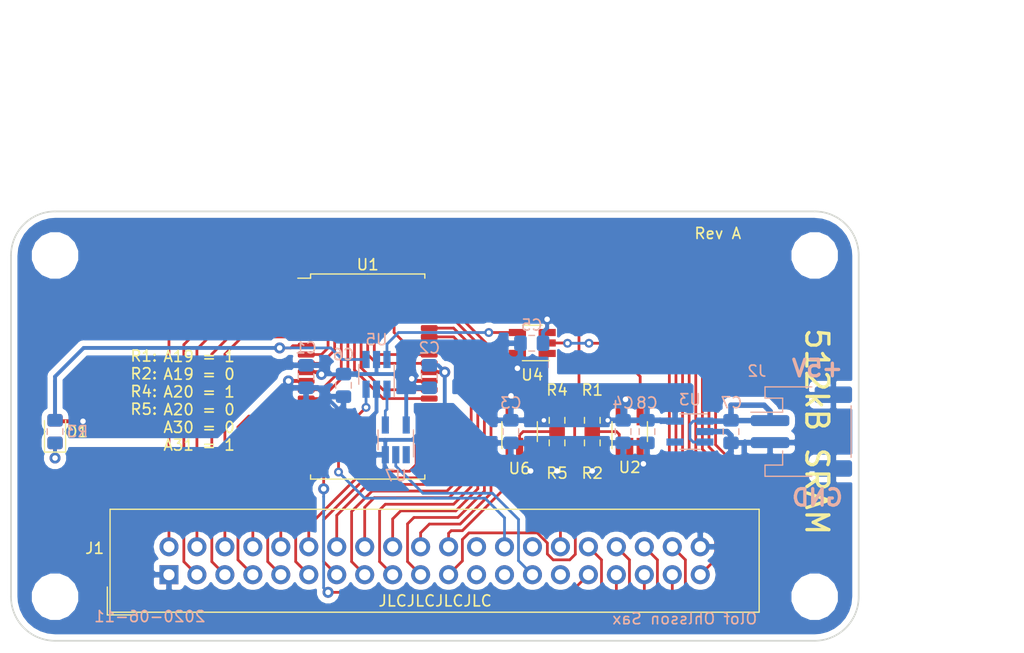
<source format=kicad_pcb>
(kicad_pcb (version 20171130) (host pcbnew 5.0.2-bee76a0~70~ubuntu18.04.1)

  (general
    (thickness 1.6)
    (drawings 19)
    (tracks 513)
    (zones 0)
    (modules 27)
    (nets 62)
  )

  (page A4)
  (layers
    (0 F.Cu power)
    (31 B.Cu power)
    (32 B.Adhes user)
    (33 F.Adhes user)
    (34 B.Paste user)
    (35 F.Paste user)
    (36 B.SilkS user)
    (37 F.SilkS user)
    (38 B.Mask user)
    (39 F.Mask user)
    (40 Dwgs.User user)
    (41 Cmts.User user)
    (42 Eco1.User user)
    (43 Eco2.User user)
    (44 Edge.Cuts user)
    (45 Margin user)
    (46 B.CrtYd user)
    (47 F.CrtYd user)
    (48 B.Fab user hide)
    (49 F.Fab user)
  )

  (setup
    (last_trace_width 0.25)
    (user_trace_width 0.35)
    (user_trace_width 0.5)
    (trace_clearance 0.2)
    (zone_clearance 0.508)
    (zone_45_only no)
    (trace_min 0.2)
    (segment_width 0.2)
    (edge_width 0.15)
    (via_size 0.8)
    (via_drill 0.4)
    (via_min_size 0.4)
    (via_min_drill 0.3)
    (user_via 1 0.5)
    (uvia_size 0.3)
    (uvia_drill 0.1)
    (uvias_allowed no)
    (uvia_min_size 0.2)
    (uvia_min_drill 0.1)
    (pcb_text_width 0.3)
    (pcb_text_size 1.5 1.5)
    (mod_edge_width 0.15)
    (mod_text_size 1 1)
    (mod_text_width 0.15)
    (pad_size 1.525 0.55)
    (pad_drill 0)
    (pad_to_mask_clearance 0.051)
    (solder_mask_min_width 0.25)
    (aux_axis_origin 0 0)
    (grid_origin 106.4 105)
    (visible_elements FFFDFF7F)
    (pcbplotparams
      (layerselection 0x010fc_ffffffff)
      (usegerberextensions false)
      (usegerberattributes false)
      (usegerberadvancedattributes false)
      (creategerberjobfile false)
      (excludeedgelayer true)
      (linewidth 0.100000)
      (plotframeref false)
      (viasonmask false)
      (mode 1)
      (useauxorigin false)
      (hpglpennumber 1)
      (hpglpenspeed 20)
      (hpglpendiameter 15.000000)
      (psnegative false)
      (psa4output false)
      (plotreference true)
      (plotvalue true)
      (plotinvisibletext false)
      (padsonsilk false)
      (subtractmaskfromsilk false)
      (outputformat 1)
      (mirror false)
      (drillshape 1)
      (scaleselection 1)
      (outputdirectory ""))
  )

  (net 0 "")
  (net 1 /A0)
  (net 2 /A1)
  (net 3 /A2)
  (net 4 /A3)
  (net 5 /A4)
  (net 6 /D0)
  (net 7 /D1)
  (net 8 VCC)
  (net 9 GND)
  (net 10 /D2)
  (net 11 /D3)
  (net 12 /~MEM_WE)
  (net 13 /A5)
  (net 14 /A6)
  (net 15 /A7)
  (net 16 /A8)
  (net 17 /A9)
  (net 18 /A10)
  (net 19 /A11)
  (net 20 /A12)
  (net 21 /A13)
  (net 22 /A14)
  (net 23 /D4)
  (net 24 /D5)
  (net 25 /D6)
  (net 26 /D7)
  (net 27 /~MEM_OE)
  (net 28 /A15)
  (net 29 /A16)
  (net 30 /A17)
  (net 31 /A18)
  (net 32 "Net-(U3-Pad4)")
  (net 33 /A19)
  (net 34 /~WAIT)
  (net 35 /A30)
  (net 36 /A31)
  (net 37 "Net-(U1-Pad44)")
  (net 38 "Net-(U1-Pad43)")
  (net 39 "Net-(U1-Pad42)")
  (net 40 "Net-(U1-Pad25)")
  (net 41 "Net-(U1-Pad24)")
  (net 42 "Net-(U1-Pad23)")
  (net 43 "Net-(U1-Pad22)")
  (net 44 "Net-(U1-Pad21)")
  (net 45 "Net-(U1-Pad2)")
  (net 46 "Net-(U1-Pad1)")
  (net 47 /A20)
  (net 48 /A21)
  (net 49 /A22)
  (net 50 /A23)
  (net 51 /V_IN)
  (net 52 "Net-(D1-Pad1)")
  (net 53 /~CE)
  (net 54 /B19)
  (net 55 /B20)
  (net 56 /A19-20)
  (net 57 /X20)
  (net 58 /X19)
  (net 59 /~A31)
  (net 60 "Net-(U7-Pad1)")
  (net 61 /~RESET)

  (net_class Default "This is the default net class."
    (clearance 0.2)
    (trace_width 0.25)
    (via_dia 0.8)
    (via_drill 0.4)
    (uvia_dia 0.3)
    (uvia_drill 0.1)
    (add_net /A0)
    (add_net /A1)
    (add_net /A10)
    (add_net /A11)
    (add_net /A12)
    (add_net /A13)
    (add_net /A14)
    (add_net /A15)
    (add_net /A16)
    (add_net /A17)
    (add_net /A18)
    (add_net /A19)
    (add_net /A19-20)
    (add_net /A2)
    (add_net /A20)
    (add_net /A21)
    (add_net /A22)
    (add_net /A23)
    (add_net /A3)
    (add_net /A30)
    (add_net /A31)
    (add_net /A4)
    (add_net /A5)
    (add_net /A6)
    (add_net /A7)
    (add_net /A8)
    (add_net /A9)
    (add_net /B19)
    (add_net /B20)
    (add_net /D0)
    (add_net /D1)
    (add_net /D2)
    (add_net /D3)
    (add_net /D4)
    (add_net /D5)
    (add_net /D6)
    (add_net /D7)
    (add_net /V_IN)
    (add_net /X19)
    (add_net /X20)
    (add_net /~A31)
    (add_net /~CE)
    (add_net /~MEM_OE)
    (add_net /~MEM_WE)
    (add_net /~RESET)
    (add_net /~WAIT)
    (add_net GND)
    (add_net "Net-(D1-Pad1)")
    (add_net "Net-(U1-Pad1)")
    (add_net "Net-(U1-Pad2)")
    (add_net "Net-(U1-Pad21)")
    (add_net "Net-(U1-Pad22)")
    (add_net "Net-(U1-Pad23)")
    (add_net "Net-(U1-Pad24)")
    (add_net "Net-(U1-Pad25)")
    (add_net "Net-(U1-Pad42)")
    (add_net "Net-(U1-Pad43)")
    (add_net "Net-(U1-Pad44)")
    (add_net "Net-(U3-Pad4)")
    (add_net "Net-(U7-Pad1)")
    (add_net VCC)
  )

  (module Capacitor_SMD:C_0805_2012Metric_Pad1.15x1.40mm_HandSolder (layer B.Cu) (tedit 5EC61EB0) (tstamp 5EDDA59D)
    (at 120.7675 114 90)
    (descr "Capacitor SMD 0805 (2012 Metric), square (rectangular) end terminal, IPC_7351 nominal with elongated pad for handsoldering. (Body size source: https://docs.google.com/spreadsheets/d/1BsfQQcO9C6DZCsRaXUlFlo91Tg2WpOkGARC1WS5S8t0/edit?usp=sharing), generated with kicad-footprint-generator")
    (tags "capacitor handsolder")
    (path /5ED661E4)
    (attr smd)
    (fp_text reference C8 (at 2.605 -0.0025 180) (layer B.SilkS)
      (effects (font (size 1 1) (thickness 0.15)) (justify mirror))
    )
    (fp_text value 1u (at 0 -1.65 90) (layer B.Fab)
      (effects (font (size 1 1) (thickness 0.15)) (justify mirror))
    )
    (fp_text user %R (at 0 0 90) (layer B.Fab)
      (effects (font (size 0.5 0.5) (thickness 0.08)) (justify mirror))
    )
    (fp_line (start 1.85 -0.95) (end -1.85 -0.95) (layer B.CrtYd) (width 0.05))
    (fp_line (start 1.85 0.95) (end 1.85 -0.95) (layer B.CrtYd) (width 0.05))
    (fp_line (start -1.85 0.95) (end 1.85 0.95) (layer B.CrtYd) (width 0.05))
    (fp_line (start -1.85 -0.95) (end -1.85 0.95) (layer B.CrtYd) (width 0.05))
    (fp_line (start -0.261252 -0.71) (end 0.261252 -0.71) (layer B.SilkS) (width 0.12))
    (fp_line (start -0.261252 0.71) (end 0.261252 0.71) (layer B.SilkS) (width 0.12))
    (fp_line (start 1 -0.6) (end -1 -0.6) (layer B.Fab) (width 0.1))
    (fp_line (start 1 0.6) (end 1 -0.6) (layer B.Fab) (width 0.1))
    (fp_line (start -1 0.6) (end 1 0.6) (layer B.Fab) (width 0.1))
    (fp_line (start -1 -0.6) (end -1 0.6) (layer B.Fab) (width 0.1))
    (pad 2 smd roundrect (at 1.025 0 90) (size 1.15 1.4) (layers B.Cu B.Paste B.Mask) (roundrect_rratio 0.217391)
      (net 8 VCC))
    (pad 1 smd roundrect (at -1.025 0 90) (size 1.15 1.4) (layers B.Cu B.Paste B.Mask) (roundrect_rratio 0.217391)
      (net 9 GND))
    (model ${KISYS3DMOD}/Capacitor_SMD.3dshapes/C_0805_2012Metric.wrl
      (at (xyz 0 0 0))
      (scale (xyz 1 1 1))
      (rotate (xyz 0 0 0))
    )
  )

  (module Package_TO_SOT_SMD:SOT-23-6_Handsoldering (layer B.Cu) (tedit 5EE28249) (tstamp 5EDDA563)
    (at 96.2 108.8 90)
    (descr "6-pin SOT-23 package, Handsoldering")
    (tags "SOT-23-6 Handsoldering")
    (path /5ED84DE0)
    (attr smd)
    (fp_text reference U5 (at 3.15 0 180) (layer B.SilkS)
      (effects (font (size 1 1) (thickness 0.15)) (justify mirror))
    )
    (fp_text value 74LVC1G332 (at 0 -2.9 90) (layer B.Fab)
      (effects (font (size 1 1) (thickness 0.15)) (justify mirror))
    )
    (fp_line (start 0.9 1.55) (end 0.9 -1.55) (layer B.Fab) (width 0.1))
    (fp_line (start 0.9 -1.55) (end -0.9 -1.55) (layer B.Fab) (width 0.1))
    (fp_line (start -0.9 0.9) (end -0.9 -1.55) (layer B.Fab) (width 0.1))
    (fp_line (start 0.9 1.55) (end -0.25 1.55) (layer B.Fab) (width 0.1))
    (fp_line (start -0.9 0.9) (end -0.25 1.55) (layer B.Fab) (width 0.1))
    (fp_line (start -2.4 1.8) (end 2.4 1.8) (layer B.CrtYd) (width 0.05))
    (fp_line (start 2.4 1.8) (end 2.4 -1.8) (layer B.CrtYd) (width 0.05))
    (fp_line (start 2.4 -1.8) (end -2.4 -1.8) (layer B.CrtYd) (width 0.05))
    (fp_line (start -2.4 -1.8) (end -2.4 1.8) (layer B.CrtYd) (width 0.05))
    (fp_line (start 0.9 1.61) (end -2.05 1.61) (layer B.SilkS) (width 0.12))
    (fp_line (start -0.9 -1.61) (end 0.9 -1.61) (layer B.SilkS) (width 0.12))
    (fp_text user %R (at 0 0) (layer B.Fab)
      (effects (font (size 0.5 0.5) (thickness 0.075)) (justify mirror))
    )
    (pad 5 smd rect (at 1.35 0 90) (size 1.56 0.65) (layers B.Cu B.Paste B.Mask)
      (net 8 VCC))
    (pad 6 smd rect (at 1.35 0.95 90) (size 1.56 0.65) (layers B.Cu B.Paste B.Mask)
      (net 56 /A19-20))
    (pad 4 smd rect (at 1.35 -0.95 90) (size 1.56 0.65) (layers B.Cu B.Paste B.Mask)
      (net 53 /~CE))
    (pad 3 smd rect (at -1.35 -0.95 90) (size 1.56 0.65) (layers B.Cu B.Paste B.Mask)
      (net 35 /A30))
    (pad 2 smd rect (at -1.35 0 90) (size 1.56 0.65) (layers B.Cu B.Paste B.Mask)
      (net 9 GND))
    (pad 1 smd rect (at -1.35 0.95 90) (size 1.56 0.65) (layers B.Cu B.Paste B.Mask)
      (net 59 /~A31))
    (model ${KISYS3DMOD}/Package_TO_SOT_SMD.3dshapes/SOT-23-6.wrl
      (at (xyz 0 0 0))
      (scale (xyz 1 1 1))
      (rotate (xyz 0 0 0))
    )
  )

  (module Package_TO_SOT_SMD:SOT-23-5_HandSoldering (layer B.Cu) (tedit 5A0AB76C) (tstamp 5EFD1CC0)
    (at 97.95 114.75 90)
    (descr "5-pin SOT23 package")
    (tags "SOT-23-5 hand-soldering")
    (path /5EFB6086)
    (attr smd)
    (fp_text reference U7 (at -3.25 0 180) (layer B.SilkS)
      (effects (font (size 1 1) (thickness 0.15)) (justify mirror))
    )
    (fp_text value 74LVC1G04 (at 0 -2.9 90) (layer B.Fab)
      (effects (font (size 1 1) (thickness 0.15)) (justify mirror))
    )
    (fp_line (start 2.38 -1.8) (end -2.38 -1.8) (layer B.CrtYd) (width 0.05))
    (fp_line (start 2.38 -1.8) (end 2.38 1.8) (layer B.CrtYd) (width 0.05))
    (fp_line (start -2.38 1.8) (end -2.38 -1.8) (layer B.CrtYd) (width 0.05))
    (fp_line (start -2.38 1.8) (end 2.38 1.8) (layer B.CrtYd) (width 0.05))
    (fp_line (start 0.9 1.55) (end 0.9 -1.55) (layer B.Fab) (width 0.1))
    (fp_line (start 0.9 -1.55) (end -0.9 -1.55) (layer B.Fab) (width 0.1))
    (fp_line (start -0.9 0.9) (end -0.9 -1.55) (layer B.Fab) (width 0.1))
    (fp_line (start 0.9 1.55) (end -0.25 1.55) (layer B.Fab) (width 0.1))
    (fp_line (start -0.9 0.9) (end -0.25 1.55) (layer B.Fab) (width 0.1))
    (fp_line (start 0.9 1.61) (end -1.55 1.61) (layer B.SilkS) (width 0.12))
    (fp_line (start -0.9 -1.61) (end 0.9 -1.61) (layer B.SilkS) (width 0.12))
    (fp_text user %R (at 0 0) (layer B.Fab)
      (effects (font (size 0.5 0.5) (thickness 0.075)) (justify mirror))
    )
    (pad 5 smd rect (at 1.35 0.95 90) (size 1.56 0.65) (layers B.Cu B.Paste B.Mask)
      (net 8 VCC))
    (pad 4 smd rect (at 1.35 -0.95 90) (size 1.56 0.65) (layers B.Cu B.Paste B.Mask)
      (net 59 /~A31))
    (pad 3 smd rect (at -1.35 -0.95 90) (size 1.56 0.65) (layers B.Cu B.Paste B.Mask)
      (net 9 GND))
    (pad 2 smd rect (at -1.35 0 90) (size 1.56 0.65) (layers B.Cu B.Paste B.Mask)
      (net 36 /A31))
    (pad 1 smd rect (at -1.35 0.95 90) (size 1.56 0.65) (layers B.Cu B.Paste B.Mask)
      (net 60 "Net-(U7-Pad1)"))
    (model ${KISYS3DMOD}/Package_TO_SOT_SMD.3dshapes/SOT-23-5.wrl
      (at (xyz 0 0 0))
      (scale (xyz 1 1 1))
      (rotate (xyz 0 0 0))
    )
  )

  (module Package_TO_SOT_SMD:SOT-23-5_HandSoldering (layer F.Cu) (tedit 5EE25AC0) (tstamp 5EEED601)
    (at 119.2 114 90)
    (descr "5-pin SOT23 package")
    (tags "SOT-23-5 hand-soldering")
    (path /5EEBA203)
    (attr smd)
    (fp_text reference U2 (at -3.25 0 180) (layer F.SilkS)
      (effects (font (size 1 1) (thickness 0.15)))
    )
    (fp_text value 74LVC1G86 (at 0 2.9 90) (layer F.Fab)
      (effects (font (size 1 1) (thickness 0.15)))
    )
    (fp_line (start 2.38 1.8) (end -2.38 1.8) (layer F.CrtYd) (width 0.05))
    (fp_line (start 2.38 1.8) (end 2.38 -1.8) (layer F.CrtYd) (width 0.05))
    (fp_line (start -2.38 -1.8) (end -2.38 1.8) (layer F.CrtYd) (width 0.05))
    (fp_line (start -2.38 -1.8) (end 2.38 -1.8) (layer F.CrtYd) (width 0.05))
    (fp_line (start 0.9 -1.55) (end 0.9 1.55) (layer F.Fab) (width 0.1))
    (fp_line (start 0.9 1.55) (end -0.9 1.55) (layer F.Fab) (width 0.1))
    (fp_line (start -0.9 -0.9) (end -0.9 1.55) (layer F.Fab) (width 0.1))
    (fp_line (start 0.9 -1.55) (end -0.25 -1.55) (layer F.Fab) (width 0.1))
    (fp_line (start -0.9 -0.9) (end -0.25 -1.55) (layer F.Fab) (width 0.1))
    (fp_line (start 0.9 -1.61) (end -1.55 -1.61) (layer F.SilkS) (width 0.12))
    (fp_line (start -0.9 1.61) (end 0.9 1.61) (layer F.SilkS) (width 0.12))
    (fp_text user %R (at 0 0 180) (layer F.Fab)
      (effects (font (size 0.5 0.5) (thickness 0.075)))
    )
    (pad 5 smd rect (at 1.35 -0.95 90) (size 1.56 0.65) (layers F.Cu F.Paste F.Mask)
      (net 8 VCC))
    (pad 4 smd rect (at 1.35 0.95 90) (size 1.56 0.65) (layers F.Cu F.Paste F.Mask)
      (net 58 /X19))
    (pad 3 smd rect (at -1.35 0.95 90) (size 1.56 0.65) (layers F.Cu F.Paste F.Mask)
      (net 9 GND))
    (pad 2 smd rect (at -1.35 0 90) (size 1.56 0.65) (layers F.Cu F.Paste F.Mask)
      (net 33 /A19))
    (pad 1 smd rect (at -1.35 -0.95 90) (size 1.56 0.65) (layers F.Cu F.Paste F.Mask)
      (net 54 /B19))
    (model ${KISYS3DMOD}/Package_TO_SOT_SMD.3dshapes/SOT-23-5.wrl
      (at (xyz 0 0 0))
      (scale (xyz 1 1 1))
      (rotate (xyz 0 0 0))
    )
  )

  (module Package_TO_SOT_SMD:SOT-23-5_HandSoldering (layer F.Cu) (tedit 5EE25BED) (tstamp 5EE9FA65)
    (at 109.2 114 90)
    (descr "5-pin SOT23 package")
    (tags "SOT-23-5 hand-soldering")
    (path /5EEBA17E)
    (attr smd)
    (fp_text reference U6 (at -3.35 0 180) (layer F.SilkS)
      (effects (font (size 1 1) (thickness 0.15)))
    )
    (fp_text value 74LVC1G86 (at 0 2.9 90) (layer F.Fab)
      (effects (font (size 1 1) (thickness 0.15)))
    )
    (fp_line (start 2.38 1.8) (end -2.38 1.8) (layer F.CrtYd) (width 0.05))
    (fp_line (start 2.38 1.8) (end 2.38 -1.8) (layer F.CrtYd) (width 0.05))
    (fp_line (start -2.38 -1.8) (end -2.38 1.8) (layer F.CrtYd) (width 0.05))
    (fp_line (start -2.38 -1.8) (end 2.38 -1.8) (layer F.CrtYd) (width 0.05))
    (fp_line (start 0.9 -1.55) (end 0.9 1.55) (layer F.Fab) (width 0.1))
    (fp_line (start 0.9 1.55) (end -0.9 1.55) (layer F.Fab) (width 0.1))
    (fp_line (start -0.9 -0.9) (end -0.9 1.55) (layer F.Fab) (width 0.1))
    (fp_line (start 0.9 -1.55) (end -0.25 -1.55) (layer F.Fab) (width 0.1))
    (fp_line (start -0.9 -0.9) (end -0.25 -1.55) (layer F.Fab) (width 0.1))
    (fp_line (start 0.9 -1.61) (end -1.55 -1.61) (layer F.SilkS) (width 0.12))
    (fp_line (start -0.9 1.61) (end 0.9 1.61) (layer F.SilkS) (width 0.12))
    (fp_text user %R (at 0 0 180) (layer F.Fab)
      (effects (font (size 0.5 0.5) (thickness 0.075)))
    )
    (pad 5 smd rect (at 1.35 -0.95 90) (size 1.56 0.65) (layers F.Cu F.Paste F.Mask)
      (net 8 VCC))
    (pad 4 smd rect (at 1.35 0.95 90) (size 1.56 0.65) (layers F.Cu F.Paste F.Mask)
      (net 57 /X20))
    (pad 3 smd rect (at -1.35 0.95 90) (size 1.56 0.65) (layers F.Cu F.Paste F.Mask)
      (net 9 GND))
    (pad 2 smd rect (at -1.35 0 90) (size 1.56 0.65) (layers F.Cu F.Paste F.Mask)
      (net 55 /B20))
    (pad 1 smd rect (at -1.35 -0.95 90) (size 1.56 0.65) (layers F.Cu F.Paste F.Mask)
      (net 47 /A20))
    (model ${KISYS3DMOD}/Package_TO_SOT_SMD.3dshapes/SOT-23-5.wrl
      (at (xyz 0 0 0))
      (scale (xyz 1 1 1))
      (rotate (xyz 0 0 0))
    )
  )

  (module Package_TO_SOT_SMD:SOT-23-5_HandSoldering (layer F.Cu) (tedit 5A0AB76C) (tstamp 5EEE0000)
    (at 110.35 105.95 180)
    (descr "5-pin SOT23 package")
    (tags "SOT-23-5 hand-soldering")
    (path /5EE71E58)
    (attr smd)
    (fp_text reference U4 (at 0 -2.9 180) (layer F.SilkS)
      (effects (font (size 1 1) (thickness 0.15)))
    )
    (fp_text value 74LVC1G32 (at 0 2.9 180) (layer F.Fab)
      (effects (font (size 1 1) (thickness 0.15)))
    )
    (fp_line (start 2.38 1.8) (end -2.38 1.8) (layer F.CrtYd) (width 0.05))
    (fp_line (start 2.38 1.8) (end 2.38 -1.8) (layer F.CrtYd) (width 0.05))
    (fp_line (start -2.38 -1.8) (end -2.38 1.8) (layer F.CrtYd) (width 0.05))
    (fp_line (start -2.38 -1.8) (end 2.38 -1.8) (layer F.CrtYd) (width 0.05))
    (fp_line (start 0.9 -1.55) (end 0.9 1.55) (layer F.Fab) (width 0.1))
    (fp_line (start 0.9 1.55) (end -0.9 1.55) (layer F.Fab) (width 0.1))
    (fp_line (start -0.9 -0.9) (end -0.9 1.55) (layer F.Fab) (width 0.1))
    (fp_line (start 0.9 -1.55) (end -0.25 -1.55) (layer F.Fab) (width 0.1))
    (fp_line (start -0.9 -0.9) (end -0.25 -1.55) (layer F.Fab) (width 0.1))
    (fp_line (start 0.9 -1.61) (end -1.55 -1.61) (layer F.SilkS) (width 0.12))
    (fp_line (start -0.9 1.61) (end 0.9 1.61) (layer F.SilkS) (width 0.12))
    (fp_text user %R (at 0 0 270) (layer F.Fab)
      (effects (font (size 0.5 0.5) (thickness 0.075)))
    )
    (pad 5 smd rect (at 1.35 -0.95 180) (size 1.56 0.65) (layers F.Cu F.Paste F.Mask)
      (net 8 VCC))
    (pad 4 smd rect (at 1.35 0.95 180) (size 1.56 0.65) (layers F.Cu F.Paste F.Mask)
      (net 56 /A19-20))
    (pad 3 smd rect (at -1.35 0.95 180) (size 1.56 0.65) (layers F.Cu F.Paste F.Mask)
      (net 9 GND))
    (pad 2 smd rect (at -1.35 0 180) (size 1.56 0.65) (layers F.Cu F.Paste F.Mask)
      (net 58 /X19))
    (pad 1 smd rect (at -1.35 -0.95 180) (size 1.56 0.65) (layers F.Cu F.Paste F.Mask)
      (net 57 /X20))
    (model ${KISYS3DMOD}/Package_TO_SOT_SMD.3dshapes/SOT-23-5.wrl
      (at (xyz 0 0 0))
      (scale (xyz 1 1 1))
      (rotate (xyz 0 0 0))
    )
  )

  (module Package_TO_SOT_SMD:SOT-23-5_HandSoldering (layer B.Cu) (tedit 5A0AB76C) (tstamp 5EDDA48A)
    (at 124.6675 114 180)
    (descr "5-pin SOT23 package")
    (tags "SOT-23-5 hand-soldering")
    (path /5ED661C5)
    (attr smd)
    (fp_text reference U3 (at 0 2.9 180) (layer B.SilkS)
      (effects (font (size 1 1) (thickness 0.15)) (justify mirror))
    )
    (fp_text value MIC5504-3.3YM5 (at 0 -2.9 180) (layer B.Fab)
      (effects (font (size 1 1) (thickness 0.15)) (justify mirror))
    )
    (fp_line (start 2.38 -1.8) (end -2.38 -1.8) (layer B.CrtYd) (width 0.05))
    (fp_line (start 2.38 -1.8) (end 2.38 1.8) (layer B.CrtYd) (width 0.05))
    (fp_line (start -2.38 1.8) (end -2.38 -1.8) (layer B.CrtYd) (width 0.05))
    (fp_line (start -2.38 1.8) (end 2.38 1.8) (layer B.CrtYd) (width 0.05))
    (fp_line (start 0.9 1.55) (end 0.9 -1.55) (layer B.Fab) (width 0.1))
    (fp_line (start 0.9 -1.55) (end -0.9 -1.55) (layer B.Fab) (width 0.1))
    (fp_line (start -0.9 0.9) (end -0.9 -1.55) (layer B.Fab) (width 0.1))
    (fp_line (start 0.9 1.55) (end -0.25 1.55) (layer B.Fab) (width 0.1))
    (fp_line (start -0.9 0.9) (end -0.25 1.55) (layer B.Fab) (width 0.1))
    (fp_line (start 0.9 1.61) (end -1.55 1.61) (layer B.SilkS) (width 0.12))
    (fp_line (start -0.9 -1.61) (end 0.9 -1.61) (layer B.SilkS) (width 0.12))
    (fp_text user %R (at 0 0 90) (layer B.Fab)
      (effects (font (size 0.5 0.5) (thickness 0.075)) (justify mirror))
    )
    (pad 5 smd rect (at 1.35 0.95 180) (size 1.56 0.65) (layers B.Cu B.Paste B.Mask)
      (net 8 VCC))
    (pad 4 smd rect (at 1.35 -0.95 180) (size 1.56 0.65) (layers B.Cu B.Paste B.Mask)
      (net 32 "Net-(U3-Pad4)"))
    (pad 3 smd rect (at -1.35 -0.95 180) (size 1.56 0.65) (layers B.Cu B.Paste B.Mask)
      (net 51 /V_IN))
    (pad 2 smd rect (at -1.35 0 180) (size 1.56 0.65) (layers B.Cu B.Paste B.Mask)
      (net 9 GND))
    (pad 1 smd rect (at -1.35 0.95 180) (size 1.56 0.65) (layers B.Cu B.Paste B.Mask)
      (net 51 /V_IN))
    (model ${KISYS3DMOD}/Package_TO_SOT_SMD.3dshapes/SOT-23-5.wrl
      (at (xyz 0 0 0))
      (scale (xyz 1 1 1))
      (rotate (xyz 0 0 0))
    )
  )

  (module LED_SMD:LED_0805_2012Metric_Pad1.15x1.40mm_HandSolder (layer F.Cu) (tedit 5B4B45C9) (tstamp 5EE9FB43)
    (at 67 114 90)
    (descr "LED SMD 0805 (2012 Metric), square (rectangular) end terminal, IPC_7351 nominal, (Body size source: https://docs.google.com/spreadsheets/d/1BsfQQcO9C6DZCsRaXUlFlo91Tg2WpOkGARC1WS5S8t0/edit?usp=sharing), generated with kicad-footprint-generator")
    (tags "LED handsolder")
    (path /5EF12700)
    (attr smd)
    (fp_text reference D1 (at 0 2.025 180) (layer F.SilkS)
      (effects (font (size 1 1) (thickness 0.15)))
    )
    (fp_text value LED (at 0 1.65 90) (layer F.Fab)
      (effects (font (size 1 1) (thickness 0.15)))
    )
    (fp_text user %R (at 0 0 90) (layer F.Fab)
      (effects (font (size 0.5 0.5) (thickness 0.08)))
    )
    (fp_line (start 1.85 0.95) (end -1.85 0.95) (layer F.CrtYd) (width 0.05))
    (fp_line (start 1.85 -0.95) (end 1.85 0.95) (layer F.CrtYd) (width 0.05))
    (fp_line (start -1.85 -0.95) (end 1.85 -0.95) (layer F.CrtYd) (width 0.05))
    (fp_line (start -1.85 0.95) (end -1.85 -0.95) (layer F.CrtYd) (width 0.05))
    (fp_line (start -1.86 0.96) (end 1 0.96) (layer F.SilkS) (width 0.12))
    (fp_line (start -1.86 -0.96) (end -1.86 0.96) (layer F.SilkS) (width 0.12))
    (fp_line (start 1 -0.96) (end -1.86 -0.96) (layer F.SilkS) (width 0.12))
    (fp_line (start 1 0.6) (end 1 -0.6) (layer F.Fab) (width 0.1))
    (fp_line (start -1 0.6) (end 1 0.6) (layer F.Fab) (width 0.1))
    (fp_line (start -1 -0.3) (end -1 0.6) (layer F.Fab) (width 0.1))
    (fp_line (start -0.7 -0.6) (end -1 -0.3) (layer F.Fab) (width 0.1))
    (fp_line (start 1 -0.6) (end -0.7 -0.6) (layer F.Fab) (width 0.1))
    (pad 2 smd roundrect (at 1.025 0 90) (size 1.15 1.4) (layers F.Cu F.Paste F.Mask) (roundrect_rratio 0.217391)
      (net 8 VCC))
    (pad 1 smd roundrect (at -1.025 0 90) (size 1.15 1.4) (layers F.Cu F.Paste F.Mask) (roundrect_rratio 0.217391)
      (net 52 "Net-(D1-Pad1)"))
    (model ${KISYS3DMOD}/LED_SMD.3dshapes/LED_0805_2012Metric.wrl
      (at (xyz 0 0 0))
      (scale (xyz 1 1 1))
      (rotate (xyz 0 0 0))
    )
  )

  (module Resistor_SMD:R_0805_2012Metric_Pad1.15x1.40mm_HandSolder (layer B.Cu) (tedit 5B36C52B) (tstamp 5EE9FA3B)
    (at 67 114 90)
    (descr "Resistor SMD 0805 (2012 Metric), square (rectangular) end terminal, IPC_7351 nominal with elongated pad for handsoldering. (Body size source: https://docs.google.com/spreadsheets/d/1BsfQQcO9C6DZCsRaXUlFlo91Tg2WpOkGARC1WS5S8t0/edit?usp=sharing), generated with kicad-footprint-generator")
    (tags "resistor handsolder")
    (path /5EF125D6)
    (attr smd)
    (fp_text reference R3 (at 0 2.025 180) (layer B.SilkS)
      (effects (font (size 1 1) (thickness 0.15)) (justify mirror))
    )
    (fp_text value 330 (at 0 -1.65 90) (layer B.Fab)
      (effects (font (size 1 1) (thickness 0.15)) (justify mirror))
    )
    (fp_text user %R (at 0 0 90) (layer B.Fab)
      (effects (font (size 0.5 0.5) (thickness 0.08)) (justify mirror))
    )
    (fp_line (start 1.85 -0.95) (end -1.85 -0.95) (layer B.CrtYd) (width 0.05))
    (fp_line (start 1.85 0.95) (end 1.85 -0.95) (layer B.CrtYd) (width 0.05))
    (fp_line (start -1.85 0.95) (end 1.85 0.95) (layer B.CrtYd) (width 0.05))
    (fp_line (start -1.85 -0.95) (end -1.85 0.95) (layer B.CrtYd) (width 0.05))
    (fp_line (start -0.261252 -0.71) (end 0.261252 -0.71) (layer B.SilkS) (width 0.12))
    (fp_line (start -0.261252 0.71) (end 0.261252 0.71) (layer B.SilkS) (width 0.12))
    (fp_line (start 1 -0.6) (end -1 -0.6) (layer B.Fab) (width 0.1))
    (fp_line (start 1 0.6) (end 1 -0.6) (layer B.Fab) (width 0.1))
    (fp_line (start -1 0.6) (end 1 0.6) (layer B.Fab) (width 0.1))
    (fp_line (start -1 -0.6) (end -1 0.6) (layer B.Fab) (width 0.1))
    (pad 2 smd roundrect (at 1.025 0 90) (size 1.15 1.4) (layers B.Cu B.Paste B.Mask) (roundrect_rratio 0.217391)
      (net 53 /~CE))
    (pad 1 smd roundrect (at -1.025 0 90) (size 1.15 1.4) (layers B.Cu B.Paste B.Mask) (roundrect_rratio 0.217391)
      (net 52 "Net-(D1-Pad1)"))
    (model ${KISYS3DMOD}/Resistor_SMD.3dshapes/R_0805_2012Metric.wrl
      (at (xyz 0 0 0))
      (scale (xyz 1 1 1))
      (rotate (xyz 0 0 0))
    )
  )

  (module Resistor_SMD:R_0805_2012Metric_Pad1.15x1.40mm_HandSolder (layer F.Cu) (tedit 5EE25BD7) (tstamp 5EEE4B57)
    (at 112.6 115.025 270)
    (descr "Resistor SMD 0805 (2012 Metric), square (rectangular) end terminal, IPC_7351 nominal with elongated pad for handsoldering. (Body size source: https://docs.google.com/spreadsheets/d/1BsfQQcO9C6DZCsRaXUlFlo91Tg2WpOkGARC1WS5S8t0/edit?usp=sharing), generated with kicad-footprint-generator")
    (tags "resistor handsolder")
    (path /5EE1F784)
    (attr smd)
    (fp_text reference R5 (at 2.75 0) (layer F.SilkS)
      (effects (font (size 1 1) (thickness 0.15)))
    )
    (fp_text value 0 (at 0 1.65 270) (layer F.Fab)
      (effects (font (size 1 1) (thickness 0.15)))
    )
    (fp_text user %R (at 0 0 270) (layer F.Fab)
      (effects (font (size 0.5 0.5) (thickness 0.08)))
    )
    (fp_line (start 1.85 0.95) (end -1.85 0.95) (layer F.CrtYd) (width 0.05))
    (fp_line (start 1.85 -0.95) (end 1.85 0.95) (layer F.CrtYd) (width 0.05))
    (fp_line (start -1.85 -0.95) (end 1.85 -0.95) (layer F.CrtYd) (width 0.05))
    (fp_line (start -1.85 0.95) (end -1.85 -0.95) (layer F.CrtYd) (width 0.05))
    (fp_line (start -0.261252 0.71) (end 0.261252 0.71) (layer F.SilkS) (width 0.12))
    (fp_line (start -0.261252 -0.71) (end 0.261252 -0.71) (layer F.SilkS) (width 0.12))
    (fp_line (start 1 0.6) (end -1 0.6) (layer F.Fab) (width 0.1))
    (fp_line (start 1 -0.6) (end 1 0.6) (layer F.Fab) (width 0.1))
    (fp_line (start -1 -0.6) (end 1 -0.6) (layer F.Fab) (width 0.1))
    (fp_line (start -1 0.6) (end -1 -0.6) (layer F.Fab) (width 0.1))
    (pad 2 smd roundrect (at 1.025 0 270) (size 1.15 1.4) (layers F.Cu F.Paste F.Mask) (roundrect_rratio 0.217391)
      (net 9 GND))
    (pad 1 smd roundrect (at -1.025 0 270) (size 1.15 1.4) (layers F.Cu F.Paste F.Mask) (roundrect_rratio 0.217391)
      (net 55 /B20))
    (model ${KISYS3DMOD}/Resistor_SMD.3dshapes/R_0805_2012Metric.wrl
      (at (xyz 0 0 0))
      (scale (xyz 1 1 1))
      (rotate (xyz 0 0 0))
    )
  )

  (module Resistor_SMD:R_0805_2012Metric_Pad1.15x1.40mm_HandSolder (layer F.Cu) (tedit 5EE25BD3) (tstamp 5EEE407F)
    (at 112.6 112.975 270)
    (descr "Resistor SMD 0805 (2012 Metric), square (rectangular) end terminal, IPC_7351 nominal with elongated pad for handsoldering. (Body size source: https://docs.google.com/spreadsheets/d/1BsfQQcO9C6DZCsRaXUlFlo91Tg2WpOkGARC1WS5S8t0/edit?usp=sharing), generated with kicad-footprint-generator")
    (tags "resistor handsolder")
    (path /5EE1F77D)
    (attr smd)
    (fp_text reference R4 (at -2.75 0) (layer F.SilkS)
      (effects (font (size 1 1) (thickness 0.15)))
    )
    (fp_text value 0 (at 0 1.65 270) (layer F.Fab)
      (effects (font (size 1 1) (thickness 0.15)))
    )
    (fp_text user %R (at 0 0 270) (layer F.Fab)
      (effects (font (size 0.5 0.5) (thickness 0.08)))
    )
    (fp_line (start 1.85 0.95) (end -1.85 0.95) (layer F.CrtYd) (width 0.05))
    (fp_line (start 1.85 -0.95) (end 1.85 0.95) (layer F.CrtYd) (width 0.05))
    (fp_line (start -1.85 -0.95) (end 1.85 -0.95) (layer F.CrtYd) (width 0.05))
    (fp_line (start -1.85 0.95) (end -1.85 -0.95) (layer F.CrtYd) (width 0.05))
    (fp_line (start -0.261252 0.71) (end 0.261252 0.71) (layer F.SilkS) (width 0.12))
    (fp_line (start -0.261252 -0.71) (end 0.261252 -0.71) (layer F.SilkS) (width 0.12))
    (fp_line (start 1 0.6) (end -1 0.6) (layer F.Fab) (width 0.1))
    (fp_line (start 1 -0.6) (end 1 0.6) (layer F.Fab) (width 0.1))
    (fp_line (start -1 -0.6) (end 1 -0.6) (layer F.Fab) (width 0.1))
    (fp_line (start -1 0.6) (end -1 -0.6) (layer F.Fab) (width 0.1))
    (pad 2 smd roundrect (at 1.025 0 270) (size 1.15 1.4) (layers F.Cu F.Paste F.Mask) (roundrect_rratio 0.217391)
      (net 55 /B20))
    (pad 1 smd roundrect (at -1.025 0 270) (size 1.15 1.4) (layers F.Cu F.Paste F.Mask) (roundrect_rratio 0.217391)
      (net 8 VCC))
  )

  (module Resistor_SMD:R_0805_2012Metric_Pad1.15x1.40mm_HandSolder (layer F.Cu) (tedit 5EE25BCE) (tstamp 5EE9FA08)
    (at 115.8 112.975 270)
    (descr "Resistor SMD 0805 (2012 Metric), square (rectangular) end terminal, IPC_7351 nominal with elongated pad for handsoldering. (Body size source: https://docs.google.com/spreadsheets/d/1BsfQQcO9C6DZCsRaXUlFlo91Tg2WpOkGARC1WS5S8t0/edit?usp=sharing), generated with kicad-footprint-generator")
    (tags "resistor handsolder")
    (path /5EDA3520)
    (attr smd)
    (fp_text reference R1 (at -2.75 0) (layer F.SilkS)
      (effects (font (size 1 1) (thickness 0.15)))
    )
    (fp_text value 0 (at 0 1.65 270) (layer F.Fab)
      (effects (font (size 1 1) (thickness 0.15)))
    )
    (fp_text user %R (at 0 0 270) (layer F.Fab)
      (effects (font (size 0.5 0.5) (thickness 0.08)))
    )
    (fp_line (start 1.85 0.95) (end -1.85 0.95) (layer F.CrtYd) (width 0.05))
    (fp_line (start 1.85 -0.95) (end 1.85 0.95) (layer F.CrtYd) (width 0.05))
    (fp_line (start -1.85 -0.95) (end 1.85 -0.95) (layer F.CrtYd) (width 0.05))
    (fp_line (start -1.85 0.95) (end -1.85 -0.95) (layer F.CrtYd) (width 0.05))
    (fp_line (start -0.261252 0.71) (end 0.261252 0.71) (layer F.SilkS) (width 0.12))
    (fp_line (start -0.261252 -0.71) (end 0.261252 -0.71) (layer F.SilkS) (width 0.12))
    (fp_line (start 1 0.6) (end -1 0.6) (layer F.Fab) (width 0.1))
    (fp_line (start 1 -0.6) (end 1 0.6) (layer F.Fab) (width 0.1))
    (fp_line (start -1 -0.6) (end 1 -0.6) (layer F.Fab) (width 0.1))
    (fp_line (start -1 0.6) (end -1 -0.6) (layer F.Fab) (width 0.1))
    (pad 2 smd roundrect (at 1.025 0 270) (size 1.15 1.4) (layers F.Cu F.Paste F.Mask) (roundrect_rratio 0.217391)
      (net 54 /B19))
    (pad 1 smd roundrect (at -1.025 0 270) (size 1.15 1.4) (layers F.Cu F.Paste F.Mask) (roundrect_rratio 0.217391)
      (net 8 VCC))
  )

  (module Resistor_SMD:R_0805_2012Metric_Pad1.15x1.40mm_HandSolder (layer F.Cu) (tedit 5EE25BDC) (tstamp 5EE9F9F7)
    (at 115.8 115.025 270)
    (descr "Resistor SMD 0805 (2012 Metric), square (rectangular) end terminal, IPC_7351 nominal with elongated pad for handsoldering. (Body size source: https://docs.google.com/spreadsheets/d/1BsfQQcO9C6DZCsRaXUlFlo91Tg2WpOkGARC1WS5S8t0/edit?usp=sharing), generated with kicad-footprint-generator")
    (tags "resistor handsolder")
    (path /5EDA37C0)
    (attr smd)
    (fp_text reference R2 (at 2.75 0) (layer F.SilkS)
      (effects (font (size 1 1) (thickness 0.15)))
    )
    (fp_text value 0 (at 0 1.65 270) (layer F.Fab)
      (effects (font (size 1 1) (thickness 0.15)))
    )
    (fp_text user %R (at 0 0 270) (layer F.Fab)
      (effects (font (size 0.5 0.5) (thickness 0.08)))
    )
    (fp_line (start 1.85 0.95) (end -1.85 0.95) (layer F.CrtYd) (width 0.05))
    (fp_line (start 1.85 -0.95) (end 1.85 0.95) (layer F.CrtYd) (width 0.05))
    (fp_line (start -1.85 -0.95) (end 1.85 -0.95) (layer F.CrtYd) (width 0.05))
    (fp_line (start -1.85 0.95) (end -1.85 -0.95) (layer F.CrtYd) (width 0.05))
    (fp_line (start -0.261252 0.71) (end 0.261252 0.71) (layer F.SilkS) (width 0.12))
    (fp_line (start -0.261252 -0.71) (end 0.261252 -0.71) (layer F.SilkS) (width 0.12))
    (fp_line (start 1 0.6) (end -1 0.6) (layer F.Fab) (width 0.1))
    (fp_line (start 1 -0.6) (end 1 0.6) (layer F.Fab) (width 0.1))
    (fp_line (start -1 -0.6) (end 1 -0.6) (layer F.Fab) (width 0.1))
    (fp_line (start -1 0.6) (end -1 -0.6) (layer F.Fab) (width 0.1))
    (pad 2 smd roundrect (at 1.025 0 270) (size 1.15 1.4) (layers F.Cu F.Paste F.Mask) (roundrect_rratio 0.217391)
      (net 9 GND))
    (pad 1 smd roundrect (at -1.025 0 270) (size 1.15 1.4) (layers F.Cu F.Paste F.Mask) (roundrect_rratio 0.217391)
      (net 54 /B19))
    (model ${KISYS3DMOD}/Resistor_SMD.3dshapes/R_0805_2012Metric.wrl
      (at (xyz 0 0 0))
      (scale (xyz 1 1 1))
      (rotate (xyz 0 0 0))
    )
  )

  (module Connector_IDC:IDC-Header_2x20_P2.54mm_Vertical (layer F.Cu) (tedit 59DE12BE) (tstamp 5EDDAC75)
    (at 77.3475 127 90)
    (descr "Through hole straight IDC box header, 2x20, 2.54mm pitch, double rows")
    (tags "Through hole IDC box header THT 2x20 2.54mm double row")
    (path /5ED198DE)
    (fp_text reference J1 (at 2.4 -6.7475 180) (layer F.SilkS)
      (effects (font (size 1 1) (thickness 0.15)))
    )
    (fp_text value Conn_Mem_Ext (at 1.27 54.864 90) (layer F.Fab)
      (effects (font (size 1 1) (thickness 0.15)))
    )
    (fp_text user %R (at 1.27 24.13 90) (layer F.Fab)
      (effects (font (size 1 1) (thickness 0.15)))
    )
    (fp_line (start 5.695 -5.1) (end 5.695 53.36) (layer F.Fab) (width 0.1))
    (fp_line (start 5.145 -4.56) (end 5.145 52.8) (layer F.Fab) (width 0.1))
    (fp_line (start -3.155 -5.1) (end -3.155 53.36) (layer F.Fab) (width 0.1))
    (fp_line (start -2.605 -4.56) (end -2.605 21.88) (layer F.Fab) (width 0.1))
    (fp_line (start -2.605 26.38) (end -2.605 52.8) (layer F.Fab) (width 0.1))
    (fp_line (start -2.605 21.88) (end -3.155 21.88) (layer F.Fab) (width 0.1))
    (fp_line (start -2.605 26.38) (end -3.155 26.38) (layer F.Fab) (width 0.1))
    (fp_line (start 5.695 -5.1) (end -3.155 -5.1) (layer F.Fab) (width 0.1))
    (fp_line (start 5.145 -4.56) (end -2.605 -4.56) (layer F.Fab) (width 0.1))
    (fp_line (start 5.695 53.36) (end -3.155 53.36) (layer F.Fab) (width 0.1))
    (fp_line (start 5.145 52.8) (end -2.605 52.8) (layer F.Fab) (width 0.1))
    (fp_line (start 5.695 -5.1) (end 5.145 -4.56) (layer F.Fab) (width 0.1))
    (fp_line (start 5.695 53.36) (end 5.145 52.8) (layer F.Fab) (width 0.1))
    (fp_line (start -3.155 -5.1) (end -2.605 -4.56) (layer F.Fab) (width 0.1))
    (fp_line (start -3.155 53.36) (end -2.605 52.8) (layer F.Fab) (width 0.1))
    (fp_line (start 5.95 -5.35) (end 5.95 53.61) (layer F.CrtYd) (width 0.05))
    (fp_line (start 5.95 53.61) (end -3.41 53.61) (layer F.CrtYd) (width 0.05))
    (fp_line (start -3.41 53.61) (end -3.41 -5.35) (layer F.CrtYd) (width 0.05))
    (fp_line (start -3.41 -5.35) (end 5.95 -5.35) (layer F.CrtYd) (width 0.05))
    (fp_line (start 5.945 -5.35) (end 5.945 53.61) (layer F.SilkS) (width 0.12))
    (fp_line (start 5.945 53.61) (end -3.405 53.61) (layer F.SilkS) (width 0.12))
    (fp_line (start -3.405 53.61) (end -3.405 -5.35) (layer F.SilkS) (width 0.12))
    (fp_line (start -3.405 -5.35) (end 5.945 -5.35) (layer F.SilkS) (width 0.12))
    (fp_line (start -3.655 -5.6) (end -3.655 -3.06) (layer F.SilkS) (width 0.12))
    (fp_line (start -3.655 -5.6) (end -1.115 -5.6) (layer F.SilkS) (width 0.12))
    (pad 1 thru_hole rect (at 0 0 90) (size 1.7272 1.7272) (drill 1.016) (layers *.Cu *.Mask)
      (net 9 GND))
    (pad 2 thru_hole oval (at 2.54 0 90) (size 1.7272 1.7272) (drill 1.016) (layers *.Cu *.Mask)
      (net 1 /A0))
    (pad 3 thru_hole oval (at 0 2.54 90) (size 1.7272 1.7272) (drill 1.016) (layers *.Cu *.Mask)
      (net 2 /A1))
    (pad 4 thru_hole oval (at 2.54 2.54 90) (size 1.7272 1.7272) (drill 1.016) (layers *.Cu *.Mask)
      (net 3 /A2))
    (pad 5 thru_hole oval (at 0 5.08 90) (size 1.7272 1.7272) (drill 1.016) (layers *.Cu *.Mask)
      (net 4 /A3))
    (pad 6 thru_hole oval (at 2.54 5.08 90) (size 1.7272 1.7272) (drill 1.016) (layers *.Cu *.Mask)
      (net 5 /A4))
    (pad 7 thru_hole oval (at 0 7.62 90) (size 1.7272 1.7272) (drill 1.016) (layers *.Cu *.Mask)
      (net 13 /A5))
    (pad 8 thru_hole oval (at 2.54 7.62 90) (size 1.7272 1.7272) (drill 1.016) (layers *.Cu *.Mask)
      (net 14 /A6))
    (pad 9 thru_hole oval (at 0 10.16 90) (size 1.7272 1.7272) (drill 1.016) (layers *.Cu *.Mask)
      (net 15 /A7))
    (pad 10 thru_hole oval (at 2.54 10.16 90) (size 1.7272 1.7272) (drill 1.016) (layers *.Cu *.Mask)
      (net 16 /A8))
    (pad 11 thru_hole oval (at 0 12.7 90) (size 1.7272 1.7272) (drill 1.016) (layers *.Cu *.Mask)
      (net 17 /A9))
    (pad 12 thru_hole oval (at 2.54 12.7 90) (size 1.7272 1.7272) (drill 1.016) (layers *.Cu *.Mask)
      (net 18 /A10))
    (pad 13 thru_hole oval (at 0 15.24 90) (size 1.7272 1.7272) (drill 1.016) (layers *.Cu *.Mask)
      (net 19 /A11))
    (pad 14 thru_hole oval (at 2.54 15.24 90) (size 1.7272 1.7272) (drill 1.016) (layers *.Cu *.Mask)
      (net 20 /A12))
    (pad 15 thru_hole oval (at 0 17.78 90) (size 1.7272 1.7272) (drill 1.016) (layers *.Cu *.Mask)
      (net 21 /A13))
    (pad 16 thru_hole oval (at 2.54 17.78 90) (size 1.7272 1.7272) (drill 1.016) (layers *.Cu *.Mask)
      (net 22 /A14))
    (pad 17 thru_hole oval (at 0 20.32 90) (size 1.7272 1.7272) (drill 1.016) (layers *.Cu *.Mask)
      (net 28 /A15))
    (pad 18 thru_hole oval (at 2.54 20.32 90) (size 1.7272 1.7272) (drill 1.016) (layers *.Cu *.Mask)
      (net 29 /A16))
    (pad 19 thru_hole oval (at 0 22.86 90) (size 1.7272 1.7272) (drill 1.016) (layers *.Cu *.Mask)
      (net 30 /A17))
    (pad 20 thru_hole oval (at 2.54 22.86 90) (size 1.7272 1.7272) (drill 1.016) (layers *.Cu *.Mask)
      (net 31 /A18))
    (pad 21 thru_hole oval (at 0 25.4 90) (size 1.7272 1.7272) (drill 1.016) (layers *.Cu *.Mask)
      (net 33 /A19))
    (pad 22 thru_hole oval (at 2.54 25.4 90) (size 1.7272 1.7272) (drill 1.016) (layers *.Cu *.Mask)
      (net 47 /A20))
    (pad 23 thru_hole oval (at 0 27.94 90) (size 1.7272 1.7272) (drill 1.016) (layers *.Cu *.Mask)
      (net 48 /A21))
    (pad 24 thru_hole oval (at 2.54 27.94 90) (size 1.7272 1.7272) (drill 1.016) (layers *.Cu *.Mask)
      (net 49 /A22))
    (pad 25 thru_hole oval (at 0 30.48 90) (size 1.7272 1.7272) (drill 1.016) (layers *.Cu *.Mask)
      (net 50 /A23))
    (pad 26 thru_hole oval (at 2.54 30.48 90) (size 1.7272 1.7272) (drill 1.016) (layers *.Cu *.Mask)
      (net 35 /A30))
    (pad 27 thru_hole oval (at 0 33.02 90) (size 1.7272 1.7272) (drill 1.016) (layers *.Cu *.Mask)
      (net 36 /A31))
    (pad 28 thru_hole oval (at 2.54 33.02 90) (size 1.7272 1.7272) (drill 1.016) (layers *.Cu *.Mask)
      (net 61 /~RESET))
    (pad 29 thru_hole oval (at 0 35.56 90) (size 1.7272 1.7272) (drill 1.016) (layers *.Cu *.Mask)
      (net 34 /~WAIT))
    (pad 30 thru_hole oval (at 2.54 35.56 90) (size 1.7272 1.7272) (drill 1.016) (layers *.Cu *.Mask)
      (net 27 /~MEM_OE))
    (pad 31 thru_hole oval (at 0 38.1 90) (size 1.7272 1.7272) (drill 1.016) (layers *.Cu *.Mask)
      (net 12 /~MEM_WE))
    (pad 32 thru_hole oval (at 2.54 38.1 90) (size 1.7272 1.7272) (drill 1.016) (layers *.Cu *.Mask)
      (net 6 /D0))
    (pad 33 thru_hole oval (at 0 40.64 90) (size 1.7272 1.7272) (drill 1.016) (layers *.Cu *.Mask)
      (net 7 /D1))
    (pad 34 thru_hole oval (at 2.54 40.64 90) (size 1.7272 1.7272) (drill 1.016) (layers *.Cu *.Mask)
      (net 10 /D2))
    (pad 35 thru_hole oval (at 0 43.18 90) (size 1.7272 1.7272) (drill 1.016) (layers *.Cu *.Mask)
      (net 11 /D3))
    (pad 36 thru_hole oval (at 2.54 43.18 90) (size 1.7272 1.7272) (drill 1.016) (layers *.Cu *.Mask)
      (net 23 /D4))
    (pad 37 thru_hole oval (at 0 45.72 90) (size 1.7272 1.7272) (drill 1.016) (layers *.Cu *.Mask)
      (net 24 /D5))
    (pad 38 thru_hole oval (at 2.54 45.72 90) (size 1.7272 1.7272) (drill 1.016) (layers *.Cu *.Mask)
      (net 25 /D6))
    (pad 39 thru_hole oval (at 0 48.26 90) (size 1.7272 1.7272) (drill 1.016) (layers *.Cu *.Mask)
      (net 26 /D7))
    (pad 40 thru_hole oval (at 2.54 48.26 90) (size 1.7272 1.7272) (drill 1.016) (layers *.Cu *.Mask)
      (net 9 GND))
    (model ${KISYS3DMOD}/Connector_IDC.3dshapes/IDC-Header_2x20_P2.54mm_Vertical.wrl
      (at (xyz 0 0 0))
      (scale (xyz 1 1 1))
      (rotate (xyz 0 0 0))
    )
  )

  (module Package_SO:TSOP-II-44_10.16x18.41mm_P0.8mm (layer F.Cu) (tedit 5EC6293D) (tstamp 5EDE9C1A)
    (at 95.4 109)
    (descr "TSOP-II, 44 Pin (http://www.issi.com/WW/pdf/61-64C5128AL.pdf), generated with kicad-footprint-generator ipc_gullwing_generator.py")
    (tags "TSOP-II SO")
    (path /5ED097E2)
    (attr smd)
    (fp_text reference U1 (at 0 -10.16) (layer F.SilkS)
      (effects (font (size 1 1) (thickness 0.15)))
    )
    (fp_text value IS61WV5128EDBLL-10TLI (at 0 10.16) (layer F.Fab)
      (effects (font (size 1 1) (thickness 0.15)))
    )
    (fp_text user %R (at 0 0) (layer F.Fab)
      (effects (font (size 1 1) (thickness 0.15)))
    )
    (fp_line (start 6.6 -9.46) (end -6.6 -9.46) (layer F.CrtYd) (width 0.05))
    (fp_line (start 6.6 9.46) (end 6.6 -9.46) (layer F.CrtYd) (width 0.05))
    (fp_line (start -6.6 9.46) (end 6.6 9.46) (layer F.CrtYd) (width 0.05))
    (fp_line (start -6.6 -9.46) (end -6.6 9.46) (layer F.CrtYd) (width 0.05))
    (fp_line (start -5.08 -8.205) (end -4.08 -9.205) (layer F.Fab) (width 0.1))
    (fp_line (start -5.08 9.205) (end -5.08 -8.205) (layer F.Fab) (width 0.1))
    (fp_line (start 5.08 9.205) (end -5.08 9.205) (layer F.Fab) (width 0.1))
    (fp_line (start 5.08 -9.205) (end 5.08 9.205) (layer F.Fab) (width 0.1))
    (fp_line (start -4.08 -9.205) (end 5.08 -9.205) (layer F.Fab) (width 0.1))
    (fp_line (start -5.19 -8.935) (end -6.35 -8.935) (layer F.SilkS) (width 0.12))
    (fp_line (start -5.19 -9.315) (end -5.19 -8.935) (layer F.SilkS) (width 0.12))
    (fp_line (start 0 -9.315) (end -5.19 -9.315) (layer F.SilkS) (width 0.12))
    (fp_line (start 5.19 -9.315) (end 5.19 -8.935) (layer F.SilkS) (width 0.12))
    (fp_line (start 0 -9.315) (end 5.19 -9.315) (layer F.SilkS) (width 0.12))
    (fp_line (start -5.19 9.315) (end -5.19 8.935) (layer F.SilkS) (width 0.12))
    (fp_line (start 0 9.315) (end -5.19 9.315) (layer F.SilkS) (width 0.12))
    (fp_line (start 5.19 9.315) (end 5.19 8.935) (layer F.SilkS) (width 0.12))
    (fp_line (start 0 9.315) (end 5.19 9.315) (layer F.SilkS) (width 0.12))
    (fp_line (start 0 9.315) (end 0 9.315) (layer B.Fab) (width 0.12))
    (pad 44 smd roundrect (at 5.5875 -8.4) (size 1.525 0.55) (layers F.Cu F.Paste F.Mask) (roundrect_rratio 0.25)
      (net 37 "Net-(U1-Pad44)"))
    (pad 43 smd roundrect (at 5.5875 -7.6) (size 1.525 0.55) (layers F.Cu F.Paste F.Mask) (roundrect_rratio 0.25)
      (net 38 "Net-(U1-Pad43)"))
    (pad 42 smd roundrect (at 5.5875 -6.8) (size 1.525 0.55) (layers F.Cu F.Paste F.Mask) (roundrect_rratio 0.25)
      (net 39 "Net-(U1-Pad42)"))
    (pad 41 smd roundrect (at 5.5875 -6) (size 1.525 0.55) (layers F.Cu F.Paste F.Mask) (roundrect_rratio 0.25)
      (net 31 /A18))
    (pad 40 smd roundrect (at 5.5875 -5.2) (size 1.525 0.55) (layers F.Cu F.Paste F.Mask) (roundrect_rratio 0.25)
      (net 30 /A17))
    (pad 39 smd roundrect (at 5.5875 -4.4) (size 1.525 0.55) (layers F.Cu F.Paste F.Mask) (roundrect_rratio 0.25)
      (net 29 /A16))
    (pad 38 smd roundrect (at 5.5875 -3.6) (size 1.525 0.55) (layers F.Cu F.Paste F.Mask) (roundrect_rratio 0.25)
      (net 28 /A15))
    (pad 37 smd roundrect (at 5.5875 -2.8) (size 1.525 0.55) (layers F.Cu F.Paste F.Mask) (roundrect_rratio 0.25)
      (net 27 /~MEM_OE))
    (pad 36 smd roundrect (at 5.5875 -2) (size 1.525 0.55) (layers F.Cu F.Paste F.Mask) (roundrect_rratio 0.25)
      (net 26 /D7))
    (pad 35 smd roundrect (at 5.5875 -1.2) (size 1.525 0.55) (layers F.Cu F.Paste F.Mask) (roundrect_rratio 0.25)
      (net 25 /D6))
    (pad 34 smd roundrect (at 5.5875 -0.4) (size 1.525 0.55) (layers F.Cu F.Paste F.Mask) (roundrect_rratio 0.25)
      (net 9 GND))
    (pad 33 smd roundrect (at 5.5875 0.4) (size 1.525 0.55) (layers F.Cu F.Paste F.Mask) (roundrect_rratio 0.25)
      (net 8 VCC))
    (pad 32 smd roundrect (at 5.5875 1.2) (size 1.525 0.55) (layers F.Cu F.Paste F.Mask) (roundrect_rratio 0.25)
      (net 24 /D5))
    (pad 31 smd roundrect (at 5.5875 2) (size 1.525 0.55) (layers F.Cu F.Paste F.Mask) (roundrect_rratio 0.25)
      (net 23 /D4))
    (pad 30 smd roundrect (at 5.5875 2.8) (size 1.525 0.55) (layers F.Cu F.Paste F.Mask) (roundrect_rratio 0.25)
      (net 22 /A14))
    (pad 29 smd roundrect (at 5.5875 3.6) (size 1.525 0.55) (layers F.Cu F.Paste F.Mask) (roundrect_rratio 0.25)
      (net 21 /A13))
    (pad 28 smd roundrect (at 5.5875 4.4) (size 1.525 0.55) (layers F.Cu F.Paste F.Mask) (roundrect_rratio 0.25)
      (net 20 /A12))
    (pad 27 smd roundrect (at 5.5875 5.2) (size 1.525 0.55) (layers F.Cu F.Paste F.Mask) (roundrect_rratio 0.25)
      (net 19 /A11))
    (pad 26 smd roundrect (at 5.5875 6) (size 1.525 0.55) (layers F.Cu F.Paste F.Mask) (roundrect_rratio 0.25)
      (net 18 /A10))
    (pad 25 smd roundrect (at 5.5875 6.8) (size 1.525 0.55) (layers F.Cu F.Paste F.Mask) (roundrect_rratio 0.25)
      (net 40 "Net-(U1-Pad25)"))
    (pad 24 smd roundrect (at 5.5875 7.6) (size 1.525 0.55) (layers F.Cu F.Paste F.Mask) (roundrect_rratio 0.25)
      (net 41 "Net-(U1-Pad24)"))
    (pad 23 smd roundrect (at 5.5875 8.4) (size 1.525 0.55) (layers F.Cu F.Paste F.Mask) (roundrect_rratio 0.25)
      (net 42 "Net-(U1-Pad23)"))
    (pad 22 smd roundrect (at -5.5875 8.4) (size 1.525 0.55) (layers F.Cu F.Paste F.Mask) (roundrect_rratio 0.25)
      (net 43 "Net-(U1-Pad22)"))
    (pad 21 smd roundrect (at -5.5875 7.6) (size 1.525 0.55) (layers F.Cu F.Paste F.Mask) (roundrect_rratio 0.25)
      (net 44 "Net-(U1-Pad21)"))
    (pad 20 smd roundrect (at -5.5875 6.8) (size 1.525 0.55) (layers F.Cu F.Paste F.Mask) (roundrect_rratio 0.25)
      (net 17 /A9))
    (pad 19 smd roundrect (at -5.5875 6) (size 1.525 0.55) (layers F.Cu F.Paste F.Mask) (roundrect_rratio 0.25)
      (net 16 /A8))
    (pad 18 smd roundrect (at -5.5875 5.2) (size 1.525 0.55) (layers F.Cu F.Paste F.Mask) (roundrect_rratio 0.25)
      (net 15 /A7))
    (pad 17 smd roundrect (at -5.5875 4.4) (size 1.525 0.55) (layers F.Cu F.Paste F.Mask) (roundrect_rratio 0.25)
      (net 14 /A6))
    (pad 16 smd roundrect (at -5.5875 3.6) (size 1.525 0.55) (layers F.Cu F.Paste F.Mask) (roundrect_rratio 0.25)
      (net 13 /A5))
    (pad 15 smd roundrect (at -5.5875 2.8) (size 1.525 0.55) (layers F.Cu F.Paste F.Mask) (roundrect_rratio 0.25)
      (net 12 /~MEM_WE))
    (pad 14 smd roundrect (at -5.5875 2) (size 1.525 0.55) (layers F.Cu F.Paste F.Mask) (roundrect_rratio 0.25)
      (net 11 /D3))
    (pad 13 smd roundrect (at -5.5875 1.2) (size 1.525 0.55) (layers F.Cu F.Paste F.Mask) (roundrect_rratio 0.25)
      (net 10 /D2))
    (pad 12 smd roundrect (at -5.5875 0.4) (size 1.525 0.55) (layers F.Cu F.Paste F.Mask) (roundrect_rratio 0.25)
      (net 9 GND))
    (pad 11 smd roundrect (at -5.5875 -0.4) (size 1.525 0.55) (layers F.Cu F.Paste F.Mask) (roundrect_rratio 0.25)
      (net 8 VCC))
    (pad 10 smd roundrect (at -5.5875 -1.2) (size 1.525 0.55) (layers F.Cu F.Paste F.Mask) (roundrect_rratio 0.25)
      (net 7 /D1))
    (pad 9 smd roundrect (at -5.5875 -2) (size 1.525 0.55) (layers F.Cu F.Paste F.Mask) (roundrect_rratio 0.25)
      (net 6 /D0))
    (pad 8 smd roundrect (at -5.5875 -2.8) (size 1.525 0.55) (layers F.Cu F.Paste F.Mask) (roundrect_rratio 0.25)
      (net 53 /~CE))
    (pad 7 smd roundrect (at -5.5875 -3.6) (size 1.525 0.55) (layers F.Cu F.Paste F.Mask) (roundrect_rratio 0.25)
      (net 5 /A4))
    (pad 6 smd roundrect (at -5.5875 -4.4) (size 1.525 0.55) (layers F.Cu F.Paste F.Mask) (roundrect_rratio 0.25)
      (net 4 /A3))
    (pad 5 smd roundrect (at -5.5875 -5.2) (size 1.525 0.55) (layers F.Cu F.Paste F.Mask) (roundrect_rratio 0.25)
      (net 3 /A2))
    (pad 4 smd roundrect (at -5.5875 -6) (size 1.525 0.55) (layers F.Cu F.Paste F.Mask) (roundrect_rratio 0.25)
      (net 2 /A1))
    (pad 3 smd roundrect (at -5.5875 -6.8) (size 1.525 0.55) (layers F.Cu F.Paste F.Mask) (roundrect_rratio 0.25)
      (net 1 /A0))
    (pad 2 smd roundrect (at -5.5875 -7.6) (size 1.525 0.55) (layers F.Cu F.Paste F.Mask) (roundrect_rratio 0.25)
      (net 45 "Net-(U1-Pad2)"))
    (pad 1 smd roundrect (at -5.5875 -8.4) (size 1.525 0.55) (layers F.Cu F.Paste F.Mask) (roundrect_rratio 0.25)
      (net 46 "Net-(U1-Pad1)"))
    (model ${KISYS3DMOD}/Package_SO.3dshapes/TSOP-II-44_10.16x18.41mm_P0.8mm.wrl
      (at (xyz 0 0 0))
      (scale (xyz 1 1 1))
      (rotate (xyz 0 0 0))
    )
  )

  (module Capacitor_SMD:C_0805_2012Metric_Pad1.15x1.40mm_HandSolder (layer B.Cu) (tedit 5B36C52B) (tstamp 5EDE6ED1)
    (at 110.3 105.975 180)
    (descr "Capacitor SMD 0805 (2012 Metric), square (rectangular) end terminal, IPC_7351 nominal with elongated pad for handsoldering. (Body size source: https://docs.google.com/spreadsheets/d/1BsfQQcO9C6DZCsRaXUlFlo91Tg2WpOkGARC1WS5S8t0/edit?usp=sharing), generated with kicad-footprint-generator")
    (tags "capacitor handsolder")
    (path /5EEE5FD5)
    (attr smd)
    (fp_text reference C5 (at 0 1.65 180) (layer B.SilkS)
      (effects (font (size 1 1) (thickness 0.15)) (justify mirror))
    )
    (fp_text value 100n (at 0 -1.65 180) (layer B.Fab)
      (effects (font (size 1 1) (thickness 0.15)) (justify mirror))
    )
    (fp_text user %R (at 0 0 180) (layer B.Fab)
      (effects (font (size 0.5 0.5) (thickness 0.08)) (justify mirror))
    )
    (fp_line (start 1.85 -0.95) (end -1.85 -0.95) (layer B.CrtYd) (width 0.05))
    (fp_line (start 1.85 0.95) (end 1.85 -0.95) (layer B.CrtYd) (width 0.05))
    (fp_line (start -1.85 0.95) (end 1.85 0.95) (layer B.CrtYd) (width 0.05))
    (fp_line (start -1.85 -0.95) (end -1.85 0.95) (layer B.CrtYd) (width 0.05))
    (fp_line (start -0.261252 -0.71) (end 0.261252 -0.71) (layer B.SilkS) (width 0.12))
    (fp_line (start -0.261252 0.71) (end 0.261252 0.71) (layer B.SilkS) (width 0.12))
    (fp_line (start 1 -0.6) (end -1 -0.6) (layer B.Fab) (width 0.1))
    (fp_line (start 1 0.6) (end 1 -0.6) (layer B.Fab) (width 0.1))
    (fp_line (start -1 0.6) (end 1 0.6) (layer B.Fab) (width 0.1))
    (fp_line (start -1 -0.6) (end -1 0.6) (layer B.Fab) (width 0.1))
    (pad 2 smd roundrect (at 1.025 0 180) (size 1.15 1.4) (layers B.Cu B.Paste B.Mask) (roundrect_rratio 0.217391)
      (net 8 VCC))
    (pad 1 smd roundrect (at -1.025 0 180) (size 1.15 1.4) (layers B.Cu B.Paste B.Mask) (roundrect_rratio 0.217391)
      (net 9 GND))
    (model ${KISYS3DMOD}/Capacitor_SMD.3dshapes/C_0805_2012Metric.wrl
      (at (xyz 0 0 0))
      (scale (xyz 1 1 1))
      (rotate (xyz 0 0 0))
    )
  )

  (module Capacitor_SMD:C_0805_2012Metric_Pad1.15x1.40mm_HandSolder (layer B.Cu) (tedit 5B36C52B) (tstamp 5EDE6EC0)
    (at 93.2 109.8 90)
    (descr "Capacitor SMD 0805 (2012 Metric), square (rectangular) end terminal, IPC_7351 nominal with elongated pad for handsoldering. (Body size source: https://docs.google.com/spreadsheets/d/1BsfQQcO9C6DZCsRaXUlFlo91Tg2WpOkGARC1WS5S8t0/edit?usp=sharing), generated with kicad-footprint-generator")
    (tags "capacitor handsolder")
    (path /5EEE5FDC)
    (attr smd)
    (fp_text reference C6 (at 2.8 0 180) (layer B.SilkS)
      (effects (font (size 1 1) (thickness 0.15)) (justify mirror))
    )
    (fp_text value 100n (at 0 -1.65 90) (layer B.Fab)
      (effects (font (size 1 1) (thickness 0.15)) (justify mirror))
    )
    (fp_line (start -1 -0.6) (end -1 0.6) (layer B.Fab) (width 0.1))
    (fp_line (start -1 0.6) (end 1 0.6) (layer B.Fab) (width 0.1))
    (fp_line (start 1 0.6) (end 1 -0.6) (layer B.Fab) (width 0.1))
    (fp_line (start 1 -0.6) (end -1 -0.6) (layer B.Fab) (width 0.1))
    (fp_line (start -0.261252 0.71) (end 0.261252 0.71) (layer B.SilkS) (width 0.12))
    (fp_line (start -0.261252 -0.71) (end 0.261252 -0.71) (layer B.SilkS) (width 0.12))
    (fp_line (start -1.85 -0.95) (end -1.85 0.95) (layer B.CrtYd) (width 0.05))
    (fp_line (start -1.85 0.95) (end 1.85 0.95) (layer B.CrtYd) (width 0.05))
    (fp_line (start 1.85 0.95) (end 1.85 -0.95) (layer B.CrtYd) (width 0.05))
    (fp_line (start 1.85 -0.95) (end -1.85 -0.95) (layer B.CrtYd) (width 0.05))
    (fp_text user %R (at 0 0 90) (layer B.Fab)
      (effects (font (size 0.5 0.5) (thickness 0.08)) (justify mirror))
    )
    (pad 1 smd roundrect (at -1.025 0 90) (size 1.15 1.4) (layers B.Cu B.Paste B.Mask) (roundrect_rratio 0.217391)
      (net 9 GND))
    (pad 2 smd roundrect (at 1.025 0 90) (size 1.15 1.4) (layers B.Cu B.Paste B.Mask) (roundrect_rratio 0.217391)
      (net 8 VCC))
    (model ${KISYS3DMOD}/Capacitor_SMD.3dshapes/C_0805_2012Metric.wrl
      (at (xyz 0 0 0))
      (scale (xyz 1 1 1))
      (rotate (xyz 0 0 0))
    )
  )

  (module Capacitor_SMD:C_0805_2012Metric_Pad1.15x1.40mm_HandSolder (layer B.Cu) (tedit 5EC61EA9) (tstamp 5EEF8EF2)
    (at 128.4 114 90)
    (descr "Capacitor SMD 0805 (2012 Metric), square (rectangular) end terminal, IPC_7351 nominal with elongated pad for handsoldering. (Body size source: https://docs.google.com/spreadsheets/d/1BsfQQcO9C6DZCsRaXUlFlo91Tg2WpOkGARC1WS5S8t0/edit?usp=sharing), generated with kicad-footprint-generator")
    (tags "capacitor handsolder")
    (path /5ED661D8)
    (attr smd)
    (fp_text reference C7 (at 2.6225 0.0475 180) (layer B.SilkS)
      (effects (font (size 1 1) (thickness 0.15)) (justify mirror))
    )
    (fp_text value 1u (at 0 -1.65 90) (layer B.Fab)
      (effects (font (size 1 1) (thickness 0.15)) (justify mirror))
    )
    (fp_line (start -1 -0.6) (end -1 0.6) (layer B.Fab) (width 0.1))
    (fp_line (start -1 0.6) (end 1 0.6) (layer B.Fab) (width 0.1))
    (fp_line (start 1 0.6) (end 1 -0.6) (layer B.Fab) (width 0.1))
    (fp_line (start 1 -0.6) (end -1 -0.6) (layer B.Fab) (width 0.1))
    (fp_line (start -0.261252 0.71) (end 0.261252 0.71) (layer B.SilkS) (width 0.12))
    (fp_line (start -0.261252 -0.71) (end 0.261252 -0.71) (layer B.SilkS) (width 0.12))
    (fp_line (start -1.85 -0.95) (end -1.85 0.95) (layer B.CrtYd) (width 0.05))
    (fp_line (start -1.85 0.95) (end 1.85 0.95) (layer B.CrtYd) (width 0.05))
    (fp_line (start 1.85 0.95) (end 1.85 -0.95) (layer B.CrtYd) (width 0.05))
    (fp_line (start 1.85 -0.95) (end -1.85 -0.95) (layer B.CrtYd) (width 0.05))
    (fp_text user %R (at 0 0 90) (layer B.Fab)
      (effects (font (size 0.5 0.5) (thickness 0.08)) (justify mirror))
    )
    (pad 1 smd roundrect (at -1.025 0 90) (size 1.15 1.4) (layers B.Cu B.Paste B.Mask) (roundrect_rratio 0.217391)
      (net 9 GND))
    (pad 2 smd roundrect (at 1.025 0 90) (size 1.15 1.4) (layers B.Cu B.Paste B.Mask) (roundrect_rratio 0.217391)
      (net 51 /V_IN))
    (model ${KISYS3DMOD}/Capacitor_SMD.3dshapes/C_0805_2012Metric.wrl
      (at (xyz 0 0 0))
      (scale (xyz 1 1 1))
      (rotate (xyz 0 0 0))
    )
  )

  (module Capacitor_SMD:C_0805_2012Metric_Pad1.15x1.40mm_HandSolder (layer B.Cu) (tedit 5B36C52B) (tstamp 5EDDA1E9)
    (at 118.6 114 90)
    (descr "Capacitor SMD 0805 (2012 Metric), square (rectangular) end terminal, IPC_7351 nominal with elongated pad for handsoldering. (Body size source: https://docs.google.com/spreadsheets/d/1BsfQQcO9C6DZCsRaXUlFlo91Tg2WpOkGARC1WS5S8t0/edit?usp=sharing), generated with kicad-footprint-generator")
    (tags "capacitor handsolder")
    (path /5EDA7D4E)
    (attr smd)
    (fp_text reference C4 (at 2.6 0 180) (layer B.SilkS)
      (effects (font (size 1 1) (thickness 0.15)) (justify mirror))
    )
    (fp_text value 100n (at 0 -1.65 90) (layer B.Fab)
      (effects (font (size 1 1) (thickness 0.15)) (justify mirror))
    )
    (fp_text user %R (at 0 0 90) (layer B.Fab)
      (effects (font (size 0.5 0.5) (thickness 0.08)) (justify mirror))
    )
    (fp_line (start 1.85 -0.95) (end -1.85 -0.95) (layer B.CrtYd) (width 0.05))
    (fp_line (start 1.85 0.95) (end 1.85 -0.95) (layer B.CrtYd) (width 0.05))
    (fp_line (start -1.85 0.95) (end 1.85 0.95) (layer B.CrtYd) (width 0.05))
    (fp_line (start -1.85 -0.95) (end -1.85 0.95) (layer B.CrtYd) (width 0.05))
    (fp_line (start -0.261252 -0.71) (end 0.261252 -0.71) (layer B.SilkS) (width 0.12))
    (fp_line (start -0.261252 0.71) (end 0.261252 0.71) (layer B.SilkS) (width 0.12))
    (fp_line (start 1 -0.6) (end -1 -0.6) (layer B.Fab) (width 0.1))
    (fp_line (start 1 0.6) (end 1 -0.6) (layer B.Fab) (width 0.1))
    (fp_line (start -1 0.6) (end 1 0.6) (layer B.Fab) (width 0.1))
    (fp_line (start -1 -0.6) (end -1 0.6) (layer B.Fab) (width 0.1))
    (pad 2 smd roundrect (at 1.025 0 90) (size 1.15 1.4) (layers B.Cu B.Paste B.Mask) (roundrect_rratio 0.217391)
      (net 8 VCC))
    (pad 1 smd roundrect (at -1.025 0 90) (size 1.15 1.4) (layers B.Cu B.Paste B.Mask) (roundrect_rratio 0.217391)
      (net 9 GND))
    (model ${KISYS3DMOD}/Capacitor_SMD.3dshapes/C_0805_2012Metric.wrl
      (at (xyz 0 0 0))
      (scale (xyz 1 1 1))
      (rotate (xyz 0 0 0))
    )
  )

  (module Capacitor_SMD:C_0805_2012Metric_Pad1.15x1.40mm_HandSolder (layer B.Cu) (tedit 5B36C52B) (tstamp 5EEEAA94)
    (at 108.4 114 90)
    (descr "Capacitor SMD 0805 (2012 Metric), square (rectangular) end terminal, IPC_7351 nominal with elongated pad for handsoldering. (Body size source: https://docs.google.com/spreadsheets/d/1BsfQQcO9C6DZCsRaXUlFlo91Tg2WpOkGARC1WS5S8t0/edit?usp=sharing), generated with kicad-footprint-generator")
    (tags "capacitor handsolder")
    (path /5EDA7D18)
    (attr smd)
    (fp_text reference C3 (at 2.6 0 180) (layer B.SilkS)
      (effects (font (size 1 1) (thickness 0.15)) (justify mirror))
    )
    (fp_text value 100n (at 0 -1.65 90) (layer B.Fab)
      (effects (font (size 1 1) (thickness 0.15)) (justify mirror))
    )
    (fp_line (start -1 -0.6) (end -1 0.6) (layer B.Fab) (width 0.1))
    (fp_line (start -1 0.6) (end 1 0.6) (layer B.Fab) (width 0.1))
    (fp_line (start 1 0.6) (end 1 -0.6) (layer B.Fab) (width 0.1))
    (fp_line (start 1 -0.6) (end -1 -0.6) (layer B.Fab) (width 0.1))
    (fp_line (start -0.261252 0.71) (end 0.261252 0.71) (layer B.SilkS) (width 0.12))
    (fp_line (start -0.261252 -0.71) (end 0.261252 -0.71) (layer B.SilkS) (width 0.12))
    (fp_line (start -1.85 -0.95) (end -1.85 0.95) (layer B.CrtYd) (width 0.05))
    (fp_line (start -1.85 0.95) (end 1.85 0.95) (layer B.CrtYd) (width 0.05))
    (fp_line (start 1.85 0.95) (end 1.85 -0.95) (layer B.CrtYd) (width 0.05))
    (fp_line (start 1.85 -0.95) (end -1.85 -0.95) (layer B.CrtYd) (width 0.05))
    (fp_text user %R (at 0 0 90) (layer B.Fab)
      (effects (font (size 0.5 0.5) (thickness 0.08)) (justify mirror))
    )
    (pad 1 smd roundrect (at -1.025 0 90) (size 1.15 1.4) (layers B.Cu B.Paste B.Mask) (roundrect_rratio 0.217391)
      (net 9 GND))
    (pad 2 smd roundrect (at 1.025 0 90) (size 1.15 1.4) (layers B.Cu B.Paste B.Mask) (roundrect_rratio 0.217391)
      (net 8 VCC))
    (model ${KISYS3DMOD}/Capacitor_SMD.3dshapes/C_0805_2012Metric.wrl
      (at (xyz 0 0 0))
      (scale (xyz 1 1 1))
      (rotate (xyz 0 0 0))
    )
  )

  (module Capacitor_SMD:C_0805_2012Metric_Pad1.15x1.40mm_HandSolder (layer B.Cu) (tedit 5B36C52B) (tstamp 5EDDA219)
    (at 101 109 270)
    (descr "Capacitor SMD 0805 (2012 Metric), square (rectangular) end terminal, IPC_7351 nominal with elongated pad for handsoldering. (Body size source: https://docs.google.com/spreadsheets/d/1BsfQQcO9C6DZCsRaXUlFlo91Tg2WpOkGARC1WS5S8t0/edit?usp=sharing), generated with kicad-footprint-generator")
    (tags "capacitor handsolder")
    (path /5EDA7CE4)
    (attr smd)
    (fp_text reference C2 (at -2.6 0) (layer B.SilkS)
      (effects (font (size 1 1) (thickness 0.15)) (justify mirror))
    )
    (fp_text value 100n (at 0 -1.65 270) (layer B.Fab)
      (effects (font (size 1 1) (thickness 0.15)) (justify mirror))
    )
    (fp_text user %R (at 0 0 270) (layer B.Fab)
      (effects (font (size 0.5 0.5) (thickness 0.08)) (justify mirror))
    )
    (fp_line (start 1.85 -0.95) (end -1.85 -0.95) (layer B.CrtYd) (width 0.05))
    (fp_line (start 1.85 0.95) (end 1.85 -0.95) (layer B.CrtYd) (width 0.05))
    (fp_line (start -1.85 0.95) (end 1.85 0.95) (layer B.CrtYd) (width 0.05))
    (fp_line (start -1.85 -0.95) (end -1.85 0.95) (layer B.CrtYd) (width 0.05))
    (fp_line (start -0.261252 -0.71) (end 0.261252 -0.71) (layer B.SilkS) (width 0.12))
    (fp_line (start -0.261252 0.71) (end 0.261252 0.71) (layer B.SilkS) (width 0.12))
    (fp_line (start 1 -0.6) (end -1 -0.6) (layer B.Fab) (width 0.1))
    (fp_line (start 1 0.6) (end 1 -0.6) (layer B.Fab) (width 0.1))
    (fp_line (start -1 0.6) (end 1 0.6) (layer B.Fab) (width 0.1))
    (fp_line (start -1 -0.6) (end -1 0.6) (layer B.Fab) (width 0.1))
    (pad 2 smd roundrect (at 1.025 0 270) (size 1.15 1.4) (layers B.Cu B.Paste B.Mask) (roundrect_rratio 0.217391)
      (net 8 VCC))
    (pad 1 smd roundrect (at -1.025 0 270) (size 1.15 1.4) (layers B.Cu B.Paste B.Mask) (roundrect_rratio 0.217391)
      (net 9 GND))
    (model ${KISYS3DMOD}/Capacitor_SMD.3dshapes/C_0805_2012Metric.wrl
      (at (xyz 0 0 0))
      (scale (xyz 1 1 1))
      (rotate (xyz 0 0 0))
    )
  )

  (module Capacitor_SMD:C_0805_2012Metric_Pad1.15x1.40mm_HandSolder (layer B.Cu) (tedit 5B36C52B) (tstamp 5EDDA1B9)
    (at 89.8 109 90)
    (descr "Capacitor SMD 0805 (2012 Metric), square (rectangular) end terminal, IPC_7351 nominal with elongated pad for handsoldering. (Body size source: https://docs.google.com/spreadsheets/d/1BsfQQcO9C6DZCsRaXUlFlo91Tg2WpOkGARC1WS5S8t0/edit?usp=sharing), generated with kicad-footprint-generator")
    (tags "capacitor handsolder")
    (path /5EDA7946)
    (attr smd)
    (fp_text reference C1 (at 2.6 0 180) (layer B.SilkS)
      (effects (font (size 1 1) (thickness 0.15)) (justify mirror))
    )
    (fp_text value 100n (at 0 -1.65 90) (layer B.Fab)
      (effects (font (size 1 1) (thickness 0.15)) (justify mirror))
    )
    (fp_line (start -1 -0.6) (end -1 0.6) (layer B.Fab) (width 0.1))
    (fp_line (start -1 0.6) (end 1 0.6) (layer B.Fab) (width 0.1))
    (fp_line (start 1 0.6) (end 1 -0.6) (layer B.Fab) (width 0.1))
    (fp_line (start 1 -0.6) (end -1 -0.6) (layer B.Fab) (width 0.1))
    (fp_line (start -0.261252 0.71) (end 0.261252 0.71) (layer B.SilkS) (width 0.12))
    (fp_line (start -0.261252 -0.71) (end 0.261252 -0.71) (layer B.SilkS) (width 0.12))
    (fp_line (start -1.85 -0.95) (end -1.85 0.95) (layer B.CrtYd) (width 0.05))
    (fp_line (start -1.85 0.95) (end 1.85 0.95) (layer B.CrtYd) (width 0.05))
    (fp_line (start 1.85 0.95) (end 1.85 -0.95) (layer B.CrtYd) (width 0.05))
    (fp_line (start 1.85 -0.95) (end -1.85 -0.95) (layer B.CrtYd) (width 0.05))
    (fp_text user %R (at 0 0 90) (layer B.Fab)
      (effects (font (size 0.5 0.5) (thickness 0.08)) (justify mirror))
    )
    (pad 1 smd roundrect (at -1.025 0 90) (size 1.15 1.4) (layers B.Cu B.Paste B.Mask) (roundrect_rratio 0.217391)
      (net 9 GND))
    (pad 2 smd roundrect (at 1.025 0 90) (size 1.15 1.4) (layers B.Cu B.Paste B.Mask) (roundrect_rratio 0.217391)
      (net 8 VCC))
    (model ${KISYS3DMOD}/Capacitor_SMD.3dshapes/C_0805_2012Metric.wrl
      (at (xyz 0 0 0))
      (scale (xyz 1 1 1))
      (rotate (xyz 0 0 0))
    )
  )

  (module Connector_JST:JST_PH_S2B-PH-SM4-TB_1x02-1MP_P2.00mm_Horizontal (layer B.Cu) (tedit 5B78AD87) (tstamp 5EDDA4D5)
    (at 134.8 114 270)
    (descr "JST PH series connector, S2B-PH-SM4-TB (http://www.jst-mfg.com/product/pdf/eng/ePH.pdf), generated with kicad-footprint-generator")
    (tags "connector JST PH top entry")
    (path /5ED661AA)
    (attr smd)
    (fp_text reference J2 (at -5.5 4.05) (layer B.SilkS)
      (effects (font (size 1 1) (thickness 0.15)) (justify mirror))
    )
    (fp_text value Conn_Power (at 0 -5.8 270) (layer B.Fab)
      (effects (font (size 1 1) (thickness 0.15)) (justify mirror))
    )
    (fp_line (start -3.95 3.2) (end -3.15 3.2) (layer B.Fab) (width 0.1))
    (fp_line (start -3.15 3.2) (end -3.15 1.6) (layer B.Fab) (width 0.1))
    (fp_line (start -3.15 1.6) (end 3.15 1.6) (layer B.Fab) (width 0.1))
    (fp_line (start 3.15 1.6) (end 3.15 3.2) (layer B.Fab) (width 0.1))
    (fp_line (start 3.15 3.2) (end 3.95 3.2) (layer B.Fab) (width 0.1))
    (fp_line (start -4.06 -0.94) (end -4.06 3.31) (layer B.SilkS) (width 0.12))
    (fp_line (start -4.06 3.31) (end -3.04 3.31) (layer B.SilkS) (width 0.12))
    (fp_line (start -3.04 3.31) (end -3.04 1.71) (layer B.SilkS) (width 0.12))
    (fp_line (start -3.04 1.71) (end -1.76 1.71) (layer B.SilkS) (width 0.12))
    (fp_line (start -1.76 1.71) (end -1.76 4.6) (layer B.SilkS) (width 0.12))
    (fp_line (start 4.06 -0.94) (end 4.06 3.31) (layer B.SilkS) (width 0.12))
    (fp_line (start 4.06 3.31) (end 3.04 3.31) (layer B.SilkS) (width 0.12))
    (fp_line (start 3.04 3.31) (end 3.04 1.71) (layer B.SilkS) (width 0.12))
    (fp_line (start 3.04 1.71) (end 1.76 1.71) (layer B.SilkS) (width 0.12))
    (fp_line (start -2.34 -4.51) (end 2.34 -4.51) (layer B.SilkS) (width 0.12))
    (fp_line (start -3.95 -4.4) (end 3.95 -4.4) (layer B.Fab) (width 0.1))
    (fp_line (start -3.95 3.2) (end -3.95 -4.4) (layer B.Fab) (width 0.1))
    (fp_line (start 3.95 3.2) (end 3.95 -4.4) (layer B.Fab) (width 0.1))
    (fp_line (start -4.6 5.1) (end -4.6 -5.1) (layer B.CrtYd) (width 0.05))
    (fp_line (start -4.6 -5.1) (end 4.6 -5.1) (layer B.CrtYd) (width 0.05))
    (fp_line (start 4.6 -5.1) (end 4.6 5.1) (layer B.CrtYd) (width 0.05))
    (fp_line (start 4.6 5.1) (end -4.6 5.1) (layer B.CrtYd) (width 0.05))
    (fp_line (start -1.5 1.6) (end -1 0.892893) (layer B.Fab) (width 0.1))
    (fp_line (start -1 0.892893) (end -0.5 1.6) (layer B.Fab) (width 0.1))
    (fp_text user %R (at 0 -1.5 270) (layer B.Fab)
      (effects (font (size 1 1) (thickness 0.15)) (justify mirror))
    )
    (pad 1 smd roundrect (at -1 2.85 270) (size 1 3.5) (layers B.Cu B.Paste B.Mask) (roundrect_rratio 0.25)
      (net 51 /V_IN))
    (pad 2 smd roundrect (at 1 2.85 270) (size 1 3.5) (layers B.Cu B.Paste B.Mask) (roundrect_rratio 0.25)
      (net 9 GND))
    (pad MP smd roundrect (at -3.35 -2.9 270) (size 1.5 3.4) (layers B.Cu B.Paste B.Mask) (roundrect_rratio 0.166667)
      (net 9 GND))
    (pad MP smd roundrect (at 3.35 -2.9 270) (size 1.5 3.4) (layers B.Cu B.Paste B.Mask) (roundrect_rratio 0.166667)
      (net 9 GND))
    (model ../S2B-PH-SM4-TB.STEP
      (offset (xyz -8 12.5 0))
      (scale (xyz 1 1 1))
      (rotate (xyz -90 0 0))
    )
  )

  (module MountingHole:MountingHole_3.2mm_M3 (layer F.Cu) (tedit 5ED0F025) (tstamp 5EEA3977)
    (at 136 129 90)
    (descr "Mounting Hole 3.2mm, no annular, M3")
    (tags "mounting hole 3.2mm no annular m3")
    (path /5ED7001F)
    (attr virtual)
    (fp_text reference H4 (at 0 -4.2 90) (layer F.SilkS) hide
      (effects (font (size 1 1) (thickness 0.15)))
    )
    (fp_text value MountingHole (at 0 4.2 90) (layer F.Fab)
      (effects (font (size 1 1) (thickness 0.15)))
    )
    (fp_circle (center 0 0) (end 3.45 0) (layer F.CrtYd) (width 0.05))
    (fp_circle (center 0 0) (end 3.2 0) (layer Cmts.User) (width 0.15))
    (fp_text user %R (at 0.3 0 90) (layer F.Fab)
      (effects (font (size 1 1) (thickness 0.15)))
    )
    (pad 1 np_thru_hole circle (at 0 0 90) (size 3.2 3.2) (drill 3.2) (layers *.Cu *.Mask))
    (model ../M3-screw.step
      (offset (xyz 0 0 0.1269999980926514))
      (scale (xyz 1 1 1))
      (rotate (xyz -90 0 0))
    )
    (model ../M3-standoff.step
      (offset (xyz 0 0 -9.778999853134156))
      (scale (xyz 1 1 -1))
      (rotate (xyz -90 0 0))
    )
  )

  (module MountingHole:MountingHole_3.2mm_M3 (layer F.Cu) (tedit 5ED0F02E) (tstamp 5EEA395A)
    (at 136 98 90)
    (descr "Mounting Hole 3.2mm, no annular, M3")
    (tags "mounting hole 3.2mm no annular m3")
    (path /5ED70018)
    (attr virtual)
    (fp_text reference H3 (at 0 -4.2 90) (layer F.SilkS) hide
      (effects (font (size 1 1) (thickness 0.15)))
    )
    (fp_text value MountingHole (at 0 4.2 90) (layer F.Fab)
      (effects (font (size 1 1) (thickness 0.15)))
    )
    (fp_text user %R (at 0.3 0 90) (layer F.Fab)
      (effects (font (size 1 1) (thickness 0.15)))
    )
    (fp_circle (center 0 0) (end 3.2 0) (layer Cmts.User) (width 0.15))
    (fp_circle (center 0 0) (end 3.45 0) (layer F.CrtYd) (width 0.05))
    (pad 1 np_thru_hole circle (at 0 0 90) (size 3.2 3.2) (drill 3.2) (layers *.Cu *.Mask))
    (model ../M3-screw.step
      (offset (xyz 0 0 0.1269999980926514))
      (scale (xyz 1 1 1))
      (rotate (xyz -90 0 0))
    )
    (model ../M3-standoff.step
      (offset (xyz 0 0 -9.778999853134156))
      (scale (xyz 1 1 -1))
      (rotate (xyz -90 0 0))
    )
  )

  (module MountingHole:MountingHole_3.2mm_M3 (layer F.Cu) (tedit 5ED0F032) (tstamp 5EDDA255)
    (at 67 98 90)
    (descr "Mounting Hole 3.2mm, no annular, M3")
    (tags "mounting hole 3.2mm no annular m3")
    (path /5ED70011)
    (attr virtual)
    (fp_text reference H2 (at 0 -4.2 90) (layer F.SilkS) hide
      (effects (font (size 1 1) (thickness 0.15)))
    )
    (fp_text value MountingHole (at 0 4.2 90) (layer F.Fab)
      (effects (font (size 1 1) (thickness 0.15)))
    )
    (fp_circle (center 0 0) (end 3.45 0) (layer F.CrtYd) (width 0.05))
    (fp_circle (center 0 0) (end 3.2 0) (layer Cmts.User) (width 0.15))
    (fp_text user %R (at 0.3 0 90) (layer F.Fab)
      (effects (font (size 1 1) (thickness 0.15)))
    )
    (pad 1 np_thru_hole circle (at 0 0 90) (size 3.2 3.2) (drill 3.2) (layers *.Cu *.Mask))
    (model ../M3-screw.step
      (offset (xyz 0 0 0.1269999980926514))
      (scale (xyz 1 1 1))
      (rotate (xyz -90 0 0))
    )
    (model ../M3-standoff.step
      (offset (xyz 0 0 -9.778999853134156))
      (scale (xyz 1 1 -1))
      (rotate (xyz -90 0 0))
    )
  )

  (module MountingHole:MountingHole_3.2mm_M3 (layer F.Cu) (tedit 5ED0F029) (tstamp 5EDDA240)
    (at 67 129 90)
    (descr "Mounting Hole 3.2mm, no annular, M3")
    (tags "mounting hole 3.2mm no annular m3")
    (path /5ED7000A)
    (attr virtual)
    (fp_text reference H1 (at 0 -4.2 90) (layer F.SilkS) hide
      (effects (font (size 1 1) (thickness 0.15)))
    )
    (fp_text value MountingHole (at 0 4.2 90) (layer F.Fab)
      (effects (font (size 1 1) (thickness 0.15)))
    )
    (fp_text user %R (at 0.3 0 90) (layer F.Fab)
      (effects (font (size 1 1) (thickness 0.15)))
    )
    (fp_circle (center 0 0) (end 3.2 0) (layer Cmts.User) (width 0.15))
    (fp_circle (center 0 0) (end 3.45 0) (layer F.CrtYd) (width 0.05))
    (pad 1 np_thru_hole circle (at 0 0 90) (size 3.2 3.2) (drill 3.2) (layers *.Cu *.Mask))
    (model ../M3-screw.step
      (offset (xyz 0 0 0.1269999980926514))
      (scale (xyz 1 1 1))
      (rotate (xyz -90 0 0))
    )
    (model ../M3-standoff.step
      (offset (xyz 0 0 -9.778999853134156))
      (scale (xyz 1 1 -1))
      (rotate (xyz -90 0 0))
    )
  )

  (gr_text JLCJLCJLCJLC (at 101.525 129.375) (layer F.SilkS)
    (effects (font (size 1 1) (thickness 0.15)))
  )
  (gr_text GND (at 136.25 120) (layer B.SilkS)
    (effects (font (size 1.5 1.5) (thickness 0.3)) (justify mirror))
  )
  (gr_text +5V (at 136.25 108.25) (layer B.SilkS)
    (effects (font (size 1.5 1.5) (thickness 0.3)) (justify mirror))
  )
  (gr_text 2020-06-11 (at 75.6 130.8) (layer B.SilkS)
    (effects (font (size 1 1) (thickness 0.15)) (justify mirror))
  )
  (gr_text "Olof Ohlsson Sax" (at 124.2 131) (layer B.SilkS)
    (effects (font (size 1 1) (thickness 0.15)) (justify mirror))
  )
  (gr_text "Rev A" (at 127.2 96) (layer F.SilkS)
    (effects (font (size 1 1) (thickness 0.15)))
  )
  (gr_text "A19 = 1\nA19 = 0\nA20 = 1\nA20 = 0\nA30 = 0\nA31 = 1" (at 76.75 111.2) (layer F.SilkS) (tstamp 5EF1B018)
    (effects (font (size 1 1) (thickness 0.15)) (justify left))
  )
  (gr_text "R1:\nR2:\nR4:\nR5:" (at 73.75 109.55) (layer F.SilkS) (tstamp 5EF1B01B)
    (effects (font (size 1 1) (thickness 0.15)) (justify left))
  )
  (gr_text "512kB SRAM" (at 136.2 114 270) (layer F.SilkS)
    (effects (font (size 2 2) (thickness 0.3)))
  )
  (gr_arc (start 67 98) (end 67 94) (angle -90) (layer Edge.Cuts) (width 0.15))
  (gr_arc (start 136 98) (end 140 98) (angle -90) (layer Edge.Cuts) (width 0.15))
  (dimension 39 (width 0.3) (layer Eco1.User) (tstamp 5EF1B01F)
    (gr_text "39,000 mm" (at 153.1 113.5 270) (layer Eco1.User) (tstamp 5EF1B01F)
      (effects (font (size 1.5 1.5) (thickness 0.3)))
    )
    (feature1 (pts (xy 136 133) (xy 151.586421 133)))
    (feature2 (pts (xy 136 94) (xy 151.586421 94)))
    (crossbar (pts (xy 151 94) (xy 151 133)))
    (arrow1a (pts (xy 151 133) (xy 150.413579 131.873496)))
    (arrow1b (pts (xy 151 133) (xy 151.586421 131.873496)))
    (arrow2a (pts (xy 151 94) (xy 150.413579 95.126504)))
    (arrow2b (pts (xy 151 94) (xy 151.586421 95.126504)))
  )
  (gr_arc (start 136 129) (end 136 133) (angle -90) (layer Edge.Cuts) (width 0.15))
  (gr_arc (start 67 129) (end 63 129) (angle -90) (layer Edge.Cuts) (width 0.15))
  (dimension 77 (width 0.3) (layer Eco1.User) (tstamp 5EEE40A1)
    (gr_text "77,000 mm" (at 101.5 75.9) (layer Eco1.User) (tstamp 5EEE40A1)
      (effects (font (size 1.5 1.5) (thickness 0.3)))
    )
    (feature1 (pts (xy 140 98) (xy 140 77.413579)))
    (feature2 (pts (xy 63 98) (xy 63 77.413579)))
    (crossbar (pts (xy 63 78) (xy 140 78)))
    (arrow1a (pts (xy 140 78) (xy 138.873496 78.586421)))
    (arrow1b (pts (xy 140 78) (xy 138.873496 77.413579)))
    (arrow2a (pts (xy 63 78) (xy 64.126504 78.586421)))
    (arrow2b (pts (xy 63 78) (xy 64.126504 77.413579)))
  )
  (gr_line (start 67 133) (end 136 133) (layer Edge.Cuts) (width 0.15) (tstamp 5EDDA192))
  (gr_line (start 140 98) (end 140 129) (layer Edge.Cuts) (width 0.15) (tstamp 5EDDA516))
  (gr_line (start 67 94) (end 136 94) (layer Edge.Cuts) (width 0.15) (tstamp 5EDDA519))
  (gr_line (start 63 129) (end 63 98) (layer Edge.Cuts) (width 0.15) (tstamp 5EDDA4B3))

  (segment (start 89.8125 102.2) (end 80 102.2) (width 0.25) (layer F.Cu) (net 1) (status 10))
  (segment (start 80 102.2) (end 77.3475 104.8525) (width 0.25) (layer F.Cu) (net 1))
  (segment (start 77.3475 104.8525) (end 77.3475 124.46) (width 0.25) (layer F.Cu) (net 1) (status 20))
  (segment (start 81.8 103) (end 89.8125 103) (width 0.25) (layer F.Cu) (net 2) (status 20))
  (segment (start 79.8875 127) (end 78.698899 125.811399) (width 0.25) (layer F.Cu) (net 2) (status 10))
  (segment (start 78.698899 106.101101) (end 81.8 103) (width 0.25) (layer F.Cu) (net 2))
  (segment (start 78.698899 106.101101) (end 78.698899 125.811399) (width 0.25) (layer F.Cu) (net 2))
  (segment (start 82.6 103.8) (end 89.8125 103.8) (width 0.25) (layer F.Cu) (net 3) (status 20))
  (segment (start 79.8875 124.46) (end 79.8875 106.5125) (width 0.25) (layer F.Cu) (net 3) (status 10))
  (segment (start 79.8875 106.5125) (end 82.6 103.8) (width 0.25) (layer F.Cu) (net 3))
  (segment (start 81.238899 125.811399) (end 82.4275 127) (width 0.25) (layer F.Cu) (net 4) (status 20))
  (segment (start 89.8125 104.6) (end 83.6 104.6) (width 0.25) (layer F.Cu) (net 4) (status 10))
  (segment (start 81.238899 106.961101) (end 81.238899 125.811399) (width 0.25) (layer F.Cu) (net 4))
  (segment (start 83.6 104.6) (end 81.238899 106.961101) (width 0.25) (layer F.Cu) (net 4))
  (segment (start 84 105.4) (end 89.8125 105.4) (width 0.25) (layer F.Cu) (net 5) (status 20))
  (segment (start 82.4275 124.46) (end 82.4275 106.9725) (width 0.25) (layer F.Cu) (net 5) (status 10))
  (segment (start 82.4275 106.9725) (end 84 105.4) (width 0.25) (layer F.Cu) (net 5))
  (segment (start 91.8 106.4) (end 91.2 107) (width 0.25) (layer F.Cu) (net 6))
  (segment (start 91.8 98) (end 91.8 106.4) (width 0.25) (layer F.Cu) (net 6))
  (segment (start 95 94.8) (end 91.8 98) (width 0.25) (layer F.Cu) (net 6))
  (segment (start 127 106.6) (end 115.2 94.8) (width 0.25) (layer F.Cu) (net 6))
  (segment (start 127 115.2) (end 127 106.6) (width 0.25) (layer F.Cu) (net 6))
  (segment (start 131.2 119.4) (end 127 115.2) (width 0.25) (layer F.Cu) (net 6))
  (segment (start 115.4475 124.46) (end 116.636101 125.648601) (width 0.25) (layer F.Cu) (net 6))
  (segment (start 115.2 94.8) (end 95 94.8) (width 0.25) (layer F.Cu) (net 6))
  (segment (start 116.636101 125.648601) (end 116.636101 130.036101) (width 0.25) (layer F.Cu) (net 6))
  (segment (start 116.636101 130.036101) (end 118.8 132.2) (width 0.25) (layer F.Cu) (net 6))
  (segment (start 118.8 132.2) (end 128.6 132.2) (width 0.25) (layer F.Cu) (net 6))
  (segment (start 91.2 107) (end 89.8125 107) (width 0.25) (layer F.Cu) (net 6))
  (segment (start 128.6 132.2) (end 131.2 129.6) (width 0.25) (layer F.Cu) (net 6))
  (segment (start 131.2 129.6) (end 131.2 119.4) (width 0.25) (layer F.Cu) (net 6))
  (segment (start 92.4 106.6) (end 91.2 107.8) (width 0.25) (layer F.Cu) (net 7))
  (segment (start 92.4 98.2) (end 92.4 106.6) (width 0.25) (layer F.Cu) (net 7))
  (segment (start 91.2 107.8) (end 89.8125 107.8) (width 0.25) (layer F.Cu) (net 7) (status 20))
  (segment (start 95.2 95.4) (end 92.4 98.2) (width 0.25) (layer F.Cu) (net 7))
  (segment (start 126.4 106.8) (end 115 95.4) (width 0.25) (layer F.Cu) (net 7))
  (segment (start 126.4 115.4) (end 126.4 106.8) (width 0.25) (layer F.Cu) (net 7))
  (segment (start 117.9875 127) (end 117.9875 130.5875) (width 0.25) (layer F.Cu) (net 7) (status 10))
  (segment (start 115 95.4) (end 95.2 95.4) (width 0.25) (layer F.Cu) (net 7))
  (segment (start 130.6 119.6) (end 126.4 115.4) (width 0.25) (layer F.Cu) (net 7))
  (segment (start 119 131.6) (end 128.2 131.6) (width 0.25) (layer F.Cu) (net 7))
  (segment (start 117.9875 130.5875) (end 119 131.6) (width 0.25) (layer F.Cu) (net 7))
  (segment (start 128.2 131.6) (end 130.6 129.2) (width 0.25) (layer F.Cu) (net 7))
  (segment (start 130.6 129.2) (end 130.6 119.6) (width 0.25) (layer F.Cu) (net 7))
  (via (at 91.2 108.8) (size 1) (drill 0.5) (layers F.Cu B.Cu) (net 8))
  (segment (start 89.8125 108.6) (end 91 108.6) (width 0.35) (layer F.Cu) (net 8) (status 10))
  (segment (start 91 108.6) (end 91.2 108.8) (width 0.35) (layer F.Cu) (net 8))
  (segment (start 91.2 108.092894) (end 91.2 108.8) (width 0.35) (layer B.Cu) (net 8))
  (segment (start 91.082106 107.975) (end 91.2 108.092894) (width 0.35) (layer B.Cu) (net 8))
  (segment (start 89.8 107.975) (end 91.082106 107.975) (width 0.35) (layer B.Cu) (net 8) (status 10))
  (via (at 99.4 109.2) (size 1) (drill 0.5) (layers F.Cu B.Cu) (net 8))
  (segment (start 100.9875 109.4) (end 99.6 109.4) (width 0.35) (layer F.Cu) (net 8) (status 10))
  (segment (start 99.6 109.4) (end 99.4 109.2) (width 0.35) (layer F.Cu) (net 8))
  (segment (start 99.4 109.2) (end 99.4 110.025) (width 0.35) (layer B.Cu) (net 8))
  (segment (start 99.4 110.025) (end 101 110.025) (width 0.35) (layer B.Cu) (net 8) (status 20))
  (segment (start 67 113.0625) (end 69.5375 113.0625) (width 0.35) (layer F.Cu) (net 8) (status 10))
  (via (at 69.5375 113.0625) (size 1) (drill 0.5) (layers F.Cu B.Cu) (net 8))
  (segment (start 69.5375 113.0625) (end 81.7375 113.0625) (width 0.35) (layer B.Cu) (net 8))
  (segment (start 86.825 107.975) (end 89.8 107.975) (width 0.35) (layer B.Cu) (net 8) (status 20))
  (segment (start 81.7375 113.0625) (end 86.825 107.975) (width 0.35) (layer B.Cu) (net 8))
  (segment (start 98.2 109.2) (end 99.4 109.2) (width 0.35) (layer B.Cu) (net 8))
  (segment (start 97.8 108.8) (end 98.2 109.2) (width 0.35) (layer B.Cu) (net 8))
  (segment (start 97.8 108.8) (end 100 106.6) (width 0.35) (layer B.Cu) (net 8))
  (segment (start 103.4 107.6) (end 103.4 110.2) (width 0.35) (layer B.Cu) (net 8))
  (segment (start 102.4 106.6) (end 103.4 107.6) (width 0.35) (layer B.Cu) (net 8))
  (segment (start 100 106.6) (end 102.4 106.6) (width 0.35) (layer B.Cu) (net 8))
  (segment (start 103.4 110.2) (end 106.175 112.975) (width 0.35) (layer B.Cu) (net 8))
  (segment (start 111.4 112.975) (end 115.6 112.975) (width 0.35) (layer B.Cu) (net 8))
  (segment (start 115.6 112.975) (end 115.8 112.969998) (width 0.35) (layer B.Cu) (net 8))
  (segment (start 108.2 112.975) (end 111.4 112.975) (width 0.35) (layer B.Cu) (net 8) (status 10))
  (segment (start 106.175 112.975) (end 108.2 112.975) (width 0.35) (layer B.Cu) (net 8) (status 20))
  (via (at 111.4 112.975) (size 0.8) (drill 0.4) (layers F.Cu B.Cu) (net 8))
  (segment (start 111.675 112.125) (end 112.6 112.125) (width 0.25) (layer F.Cu) (net 8) (status 20))
  (segment (start 111.4 112.975) (end 111.4 112.4) (width 0.25) (layer F.Cu) (net 8))
  (segment (start 111.4 112.4) (end 111.675 112.125) (width 0.25) (layer F.Cu) (net 8))
  (segment (start 115.8 112.125) (end 116.725 112.125) (width 0.25) (layer F.Cu) (net 8) (status 10))
  (segment (start 116.725 112.125) (end 117.2 112.6) (width 0.25) (layer F.Cu) (net 8))
  (via (at 117.2 112.97106) (size 0.8) (drill 0.4) (layers F.Cu B.Cu) (net 8))
  (segment (start 117.2 112.6) (end 117.2 112.97106) (width 0.25) (layer F.Cu) (net 8))
  (segment (start 115.8 112.969998) (end 117.2 112.97106) (width 0.35) (layer B.Cu) (net 8))
  (segment (start 117.27106 112.9) (end 117.2 112.97106) (width 0.35) (layer F.Cu) (net 8))
  (segment (start 118.25 112.9) (end 117.27106 112.9) (width 0.35) (layer F.Cu) (net 8) (status 10))
  (segment (start 117.20394 112.975) (end 117.2 112.97106) (width 0.35) (layer B.Cu) (net 8))
  (segment (start 118.6 112.975) (end 117.20394 112.975) (width 0.35) (layer B.Cu) (net 8) (status 10))
  (segment (start 93.175 108.8) (end 93.2 108.775) (width 0.35) (layer B.Cu) (net 8) (status 30))
  (segment (start 91.2 108.8) (end 93.175 108.8) (width 0.35) (layer B.Cu) (net 8) (status 20))
  (segment (start 97.775 108.775) (end 97.8 108.8) (width 0.35) (layer B.Cu) (net 8))
  (segment (start 96.2 107.7) (end 96.2 108.775) (width 0.35) (layer B.Cu) (net 8) (status 10))
  (segment (start 93.2 108.775) (end 96.2 108.775) (width 0.35) (layer B.Cu) (net 8) (status 10))
  (segment (start 96.2 108.775) (end 97.775 108.775) (width 0.35) (layer B.Cu) (net 8))
  (via (at 118.8175 111.075) (size 1) (drill 0.5) (layers F.Cu B.Cu) (net 8))
  (segment (start 118.25 112.65) (end 118.25 111.6425) (width 0.35) (layer F.Cu) (net 8))
  (segment (start 118.25 111.6425) (end 118.8175 111.075) (width 0.35) (layer F.Cu) (net 8))
  (segment (start 118.8175 112.7575) (end 118.6 112.975) (width 0.35) (layer B.Cu) (net 8))
  (segment (start 118.8175 111.075) (end 118.8175 112.7575) (width 0.35) (layer B.Cu) (net 8))
  (segment (start 108.25 112.925) (end 108.2 112.975) (width 0.35) (layer B.Cu) (net 8))
  (via (at 108.4175 110.75) (size 1) (drill 0.5) (layers F.Cu B.Cu) (net 8))
  (segment (start 108.4 110.7675) (end 108.4175 110.75) (width 0.35) (layer B.Cu) (net 8))
  (segment (start 108.4 112.975) (end 108.4 110.7675) (width 0.35) (layer B.Cu) (net 8))
  (segment (start 108.25 110.9175) (end 108.4175 110.75) (width 0.35) (layer F.Cu) (net 8))
  (segment (start 108.25 112.65) (end 108.25 110.9175) (width 0.35) (layer F.Cu) (net 8))
  (segment (start 123.2425 112.975) (end 123.3175 113.05) (width 0.5) (layer B.Cu) (net 8))
  (segment (start 120.7675 112.975) (end 123.2425 112.975) (width 0.5) (layer B.Cu) (net 8))
  (segment (start 120.7675 112.975) (end 118.6 112.975) (width 0.5) (layer B.Cu) (net 8))
  (via (at 109 108.25) (size 1) (drill 0.5) (layers F.Cu B.Cu) (net 8))
  (segment (start 109 106.9) (end 109 108.25) (width 0.35) (layer F.Cu) (net 8))
  (segment (start 109.275 105.975) (end 109.275 107) (width 0.35) (layer B.Cu) (net 8))
  (segment (start 109 107.275) (end 109 108.25) (width 0.35) (layer B.Cu) (net 8))
  (segment (start 109.275 107) (end 109 107.275) (width 0.35) (layer B.Cu) (net 8))
  (segment (start 109 110.1675) (end 108.4175 110.75) (width 0.35) (layer F.Cu) (net 8))
  (segment (start 109 108.25) (end 109 110.1675) (width 0.35) (layer F.Cu) (net 8))
  (segment (start 98.9 110.525) (end 99.4 110.025) (width 0.35) (layer B.Cu) (net 8))
  (segment (start 98.9 113.4) (end 98.9 110.525) (width 0.35) (layer B.Cu) (net 8))
  (segment (start 137.7 110.65) (end 137.7 115) (width 0.35) (layer B.Cu) (net 9) (status 10))
  (segment (start 137.7 115) (end 137.7 117.35) (width 0.35) (layer B.Cu) (net 9) (status 20))
  (segment (start 125.6075 116.4075) (end 125.6 116.4) (width 0.35) (layer B.Cu) (net 9))
  (segment (start 125.6075 124.46) (end 125.6075 116.4075) (width 0.35) (layer B.Cu) (net 9) (status 10))
  (via (at 88.2 109.4) (size 1) (drill 0.5) (layers F.Cu B.Cu) (net 9))
  (segment (start 89.8125 109.4) (end 88.2 109.4) (width 0.35) (layer F.Cu) (net 9) (status 10))
  (segment (start 88.2 109.4) (end 88.2 109.8) (width 0.35) (layer B.Cu) (net 9))
  (segment (start 88.425 110.025) (end 89.8 110.025) (width 0.35) (layer B.Cu) (net 9) (status 20))
  (segment (start 88.2 109.8) (end 88.425 110.025) (width 0.35) (layer B.Cu) (net 9))
  (segment (start 100.9875 108.6) (end 102.4 108.6) (width 0.35) (layer F.Cu) (net 9) (status 10))
  (via (at 102.4 108.6) (size 1) (drill 0.5) (layers F.Cu B.Cu) (net 9))
  (segment (start 102.4 108.6) (end 102 108.2) (width 0.35) (layer B.Cu) (net 9))
  (segment (start 101.8 107.975) (end 101 107.975) (width 0.35) (layer B.Cu) (net 9) (status 20))
  (segment (start 102 108.175) (end 101.8 107.975) (width 0.35) (layer B.Cu) (net 9))
  (segment (start 102 108.2) (end 102 108.175) (width 0.35) (layer B.Cu) (net 9))
  (segment (start 76.1339 127) (end 77.3475 127) (width 0.35) (layer B.Cu) (net 9) (status 20))
  (segment (start 75.6 126.4661) (end 76.1339 127) (width 0.35) (layer B.Cu) (net 9))
  (segment (start 75.6 122) (end 75.6 126.4661) (width 0.35) (layer B.Cu) (net 9))
  (segment (start 88.2 109.4) (end 75.6 122) (width 0.35) (layer B.Cu) (net 9))
  (segment (start 134.4 115) (end 137.7 115) (width 0.35) (layer B.Cu) (net 9))
  (segment (start 112.6 117) (end 115.8 117) (width 0.35) (layer B.Cu) (net 9))
  (segment (start 90.8 110.025) (end 89.8 110.025) (width 0.35) (layer B.Cu) (net 9) (status 20))
  (via (at 110.2 117.575) (size 1) (drill 0.5) (layers F.Cu B.Cu) (net 9))
  (segment (start 110.2 117) (end 112.6 117) (width 0.35) (layer B.Cu) (net 9))
  (segment (start 110.15 115.1) (end 110.15 116.95) (width 0.35) (layer F.Cu) (net 9) (status 10))
  (segment (start 112.6 115.875) (end 112.6 117) (width 0.25) (layer F.Cu) (net 9) (status 10))
  (segment (start 115.8 115.875) (end 115.8 117) (width 0.25) (layer F.Cu) (net 9) (status 10))
  (segment (start 120.15 115.1) (end 120.15 116.15) (width 0.35) (layer F.Cu) (net 9) (status 10))
  (segment (start 131.95 115) (end 134.4 115) (width 0.35) (layer B.Cu) (net 9) (status 10))
  (segment (start 134.4 115) (end 134.4 111.2) (width 0.35) (layer B.Cu) (net 9))
  (segment (start 108.4 115.025) (end 108.4 117) (width 0.35) (layer B.Cu) (net 9) (status 10))
  (segment (start 107.6 117) (end 108.4 117) (width 0.35) (layer B.Cu) (net 9))
  (segment (start 108.4 117) (end 110.2 117) (width 0.35) (layer B.Cu) (net 9))
  (segment (start 131.925 115.025) (end 131.95 115) (width 0.5) (layer B.Cu) (net 9) (status 30))
  (segment (start 128.4 115.025) (end 128.4 115.8) (width 0.5) (layer B.Cu) (net 9) (status 10))
  (segment (start 127.7925 116.4075) (end 125.6075 116.4075) (width 0.5) (layer B.Cu) (net 9))
  (segment (start 128.4 115.8) (end 127.7925 116.4075) (width 0.5) (layer B.Cu) (net 9))
  (segment (start 125.6075 116.4075) (end 122.4075 116.4075) (width 0.5) (layer B.Cu) (net 9))
  (segment (start 118.2 117) (end 115.8 117) (width 0.35) (layer B.Cu) (net 9))
  (segment (start 118.6 116.6) (end 118.2 117) (width 0.35) (layer B.Cu) (net 9))
  (segment (start 118.6 115.025) (end 118.6 116.6) (width 0.35) (layer B.Cu) (net 9) (status 10))
  (segment (start 93.2 111.575) (end 92.775 112) (width 0.35) (layer B.Cu) (net 9))
  (segment (start 93.2 110.825) (end 93.2 111.575) (width 0.35) (layer B.Cu) (net 9) (status 10))
  (segment (start 93.575 112.8) (end 92.775 112) (width 0.35) (layer B.Cu) (net 9))
  (segment (start 92.775 112) (end 90.8 110.025) (width 0.35) (layer B.Cu) (net 9))
  (segment (start 129.6 115.025) (end 129.6 116.2) (width 0.5) (layer B.Cu) (net 9))
  (segment (start 128.4 115.025) (end 129.6 115.025) (width 0.5) (layer B.Cu) (net 9))
  (segment (start 129.6 115.025) (end 131.925 115.025) (width 0.5) (layer B.Cu) (net 9))
  (segment (start 129.3925 116.4075) (end 127.7925 116.4075) (width 0.5) (layer B.Cu) (net 9))
  (segment (start 129.6 116.2) (end 129.3925 116.4075) (width 0.5) (layer B.Cu) (net 9))
  (segment (start 102.4 108.6) (end 102.4 111.8) (width 0.35) (layer B.Cu) (net 9))
  (segment (start 102.4 111.8) (end 102.6 112) (width 0.35) (layer B.Cu) (net 9))
  (segment (start 102.6 112) (end 107.6 117) (width 0.35) (layer B.Cu) (net 9))
  (segment (start 95.6 112.8) (end 93.575 112.8) (width 0.35) (layer B.Cu) (net 9))
  (segment (start 95.6 112.8) (end 96.2 112.2) (width 0.35) (layer B.Cu) (net 9))
  (segment (start 96.2 112.2) (end 96.2 109.9) (width 0.35) (layer B.Cu) (net 9))
  (segment (start 110.15 117.525) (end 110.2 117.575) (width 0.35) (layer F.Cu) (net 9))
  (segment (start 110.15 116.95) (end 110.15 117.525) (width 0.35) (layer F.Cu) (net 9))
  (segment (start 115.8 117) (end 115.8 117.575) (width 0.35) (layer F.Cu) (net 9))
  (segment (start 115.8 117.575) (end 115.8 116.05) (width 0.35) (layer F.Cu) (net 9))
  (segment (start 112.6 116.05) (end 112.6 117.575) (width 0.35) (layer F.Cu) (net 9))
  (via (at 112.6 117.575) (size 1) (drill 0.5) (layers F.Cu B.Cu) (net 9))
  (via (at 115.8 117.575) (size 1) (drill 0.5) (layers F.Cu B.Cu) (net 9))
  (segment (start 115.8 117.575) (end 115.8 117) (width 0.35) (layer B.Cu) (net 9))
  (segment (start 112.6 117.575) (end 112.6 117) (width 0.35) (layer B.Cu) (net 9))
  (segment (start 110.2 117.575) (end 110.2 117) (width 0.35) (layer B.Cu) (net 9))
  (segment (start 120.15 116.15) (end 120.15 116.6325) (width 0.35) (layer F.Cu) (net 9))
  (segment (start 120.15 116.6325) (end 120.4425 116.925) (width 0.35) (layer F.Cu) (net 9))
  (segment (start 121.307106 116.6) (end 121.499606 116.4075) (width 0.35) (layer B.Cu) (net 9))
  (via (at 120.4425 116.925) (size 1) (drill 0.5) (layers F.Cu B.Cu) (net 9))
  (segment (start 120.4425 116.925) (end 120.1175 116.6) (width 0.35) (layer B.Cu) (net 9))
  (segment (start 118.6 116.6) (end 120.1175 116.6) (width 0.35) (layer B.Cu) (net 9))
  (segment (start 120.1175 116.6) (end 121.307106 116.6) (width 0.35) (layer B.Cu) (net 9))
  (segment (start 118.6 115.025) (end 120.7675 115.025) (width 0.5) (layer B.Cu) (net 9))
  (segment (start 120.7675 116.6) (end 120.4425 116.925) (width 0.5) (layer B.Cu) (net 9))
  (segment (start 120.7675 115.025) (end 120.7675 116.6) (width 0.5) (layer B.Cu) (net 9))
  (segment (start 122.0675 116.4075) (end 120.96 116.4075) (width 0.5) (layer B.Cu) (net 9))
  (segment (start 120.96 116.4075) (end 120.7675 116.6) (width 0.5) (layer B.Cu) (net 9))
  (segment (start 121.499606 116.4075) (end 122.0675 116.4075) (width 0.5) (layer B.Cu) (net 9))
  (segment (start 122.0675 116.4075) (end 122.4075 116.4075) (width 0.5) (layer B.Cu) (net 9))
  (segment (start 128.4 114.35) (end 128.4 115.025) (width 0.5) (layer B.Cu) (net 9))
  (segment (start 128.05 114) (end 128.4 114.35) (width 0.5) (layer B.Cu) (net 9))
  (segment (start 126.0175 114) (end 128.05 114) (width 0.5) (layer B.Cu) (net 9))
  (segment (start 111.7 105) (end 111.7 103.8) (width 0.35) (layer F.Cu) (net 9))
  (via (at 111.7 103.8) (size 1) (drill 0.5) (layers F.Cu B.Cu) (net 9))
  (segment (start 111.325 105.975) (end 111.325 104.95) (width 0.35) (layer B.Cu) (net 9))
  (segment (start 111.7 104.575) (end 111.7 103.8) (width 0.35) (layer B.Cu) (net 9))
  (segment (start 111.325 104.95) (end 111.7 104.575) (width 0.35) (layer B.Cu) (net 9))
  (segment (start 111.7 103.8) (end 127 103.8) (width 0.35) (layer B.Cu) (net 9))
  (segment (start 134.4 111.2) (end 132.4 109.2) (width 0.35) (layer B.Cu) (net 9))
  (segment (start 127 103.8) (end 132.4 109.2) (width 0.35) (layer B.Cu) (net 9))
  (segment (start 132.4 109.2) (end 131.8 108.6) (width 0.35) (layer B.Cu) (net 9))
  (segment (start 95.6 112.8) (end 95.6 114.025) (width 0.35) (layer B.Cu) (net 9))
  (segment (start 95.6 114.025) (end 96.325 114.75) (width 0.35) (layer B.Cu) (net 9))
  (segment (start 99.45 114.75) (end 102.4 111.8) (width 0.35) (layer B.Cu) (net 9))
  (segment (start 97 116.1) (end 97 114.775) (width 0.35) (layer B.Cu) (net 9))
  (segment (start 97 114.775) (end 96.975 114.75) (width 0.35) (layer B.Cu) (net 9))
  (segment (start 96.325 114.75) (end 96.975 114.75) (width 0.35) (layer B.Cu) (net 9))
  (segment (start 96.975 114.75) (end 99.45 114.75) (width 0.35) (layer B.Cu) (net 9))
  (segment (start 119.176101 129.376101) (end 119.176101 125.648601) (width 0.25) (layer F.Cu) (net 10))
  (segment (start 125.8 115.6) (end 130 119.8) (width 0.25) (layer F.Cu) (net 10))
  (segment (start 125.8 107) (end 125.8 115.6) (width 0.25) (layer F.Cu) (net 10))
  (segment (start 89.8125 110.2) (end 91.2 110.2) (width 0.25) (layer F.Cu) (net 10))
  (segment (start 119.176101 125.648601) (end 117.9875 124.46) (width 0.25) (layer F.Cu) (net 10))
  (segment (start 91.2 110.2) (end 93 108.4) (width 0.25) (layer F.Cu) (net 10))
  (segment (start 130 119.8) (end 130 129) (width 0.25) (layer F.Cu) (net 10))
  (segment (start 93 108.4) (end 93 98.4) (width 0.25) (layer F.Cu) (net 10))
  (segment (start 93 98.4) (end 95.4 96) (width 0.25) (layer F.Cu) (net 10))
  (segment (start 114.8 96) (end 125.8 107) (width 0.25) (layer F.Cu) (net 10))
  (segment (start 95.4 96) (end 114.8 96) (width 0.25) (layer F.Cu) (net 10))
  (segment (start 120.8 131) (end 119.176101 129.376101) (width 0.25) (layer F.Cu) (net 10))
  (segment (start 128 131) (end 120.8 131) (width 0.25) (layer F.Cu) (net 10))
  (segment (start 130 129) (end 128 131) (width 0.25) (layer F.Cu) (net 10))
  (segment (start 91.2 111) (end 89.8125 111) (width 0.25) (layer F.Cu) (net 11))
  (segment (start 93.6 108.6) (end 91.2 111) (width 0.25) (layer F.Cu) (net 11))
  (segment (start 93.6 98.8) (end 93.6 108.6) (width 0.25) (layer F.Cu) (net 11))
  (segment (start 95.8 96.6) (end 93.6 98.8) (width 0.25) (layer F.Cu) (net 11))
  (segment (start 114.6 96.6) (end 95.8 96.6) (width 0.25) (layer F.Cu) (net 11))
  (segment (start 125.2 107.2) (end 114.6 96.6) (width 0.25) (layer F.Cu) (net 11))
  (segment (start 120.5275 127) (end 120.5275 129.9275) (width 0.25) (layer F.Cu) (net 11))
  (segment (start 129.4 120) (end 125.2 115.8) (width 0.25) (layer F.Cu) (net 11))
  (segment (start 120.5275 129.9275) (end 121 130.4) (width 0.25) (layer F.Cu) (net 11))
  (segment (start 125.2 115.8) (end 125.2 107.2) (width 0.25) (layer F.Cu) (net 11))
  (segment (start 121 130.4) (end 127.8 130.4) (width 0.25) (layer F.Cu) (net 11))
  (segment (start 127.8 130.4) (end 129.4 128.8) (width 0.25) (layer F.Cu) (net 11))
  (segment (start 129.4 128.8) (end 129.4 120) (width 0.25) (layer F.Cu) (net 11))
  (segment (start 90.675 111.8) (end 91.4 112.525) (width 0.25) (layer F.Cu) (net 12))
  (segment (start 89.8125 111.8) (end 90.675 111.8) (width 0.25) (layer F.Cu) (net 12) (status 10))
  (via (at 91.4 119.2) (size 1) (drill 0.5) (layers F.Cu B.Cu) (net 12))
  (segment (start 91.4 112.525) (end 91.4 119.2) (width 0.25) (layer F.Cu) (net 12))
  (via (at 91.8 128.6) (size 1) (drill 0.5) (layers F.Cu B.Cu) (net 12))
  (segment (start 91.398899 128.198899) (end 91.8 128.6) (width 0.25) (layer B.Cu) (net 12))
  (segment (start 91.4 119.2) (end 91.4 119.907106) (width 0.25) (layer B.Cu) (net 12))
  (segment (start 91.398899 119.908207) (end 91.398899 128.198899) (width 0.25) (layer B.Cu) (net 12))
  (segment (start 91.4 119.907106) (end 91.398899 119.908207) (width 0.25) (layer B.Cu) (net 12))
  (segment (start 113.8475 128.6) (end 115.4475 127) (width 0.25) (layer F.Cu) (net 12) (status 20))
  (segment (start 91.8 128.6) (end 113.8475 128.6) (width 0.25) (layer F.Cu) (net 12))
  (segment (start 89.8125 112.6) (end 84.6 112.6) (width 0.25) (layer F.Cu) (net 13) (status 10))
  (segment (start 84.103901 126.136401) (end 84.9675 127) (width 0.25) (layer F.Cu) (net 13) (status 30))
  (segment (start 83.616101 125.648601) (end 84.103901 126.136401) (width 0.25) (layer F.Cu) (net 13) (status 20))
  (segment (start 84.6 112.6) (end 83.616101 113.583899) (width 0.25) (layer F.Cu) (net 13))
  (segment (start 83.616101 113.583899) (end 83.616101 125.648601) (width 0.25) (layer F.Cu) (net 13))
  (segment (start 85.8 113.4) (end 89.8125 113.4) (width 0.25) (layer F.Cu) (net 14) (status 20))
  (segment (start 84.9675 114.2325) (end 85.8 113.4) (width 0.25) (layer F.Cu) (net 14))
  (segment (start 84.9675 114.2325) (end 84.9675 124.46) (width 0.25) (layer F.Cu) (net 14) (status 20))
  (segment (start 87.5075 127) (end 86.318899 125.811399) (width 0.25) (layer F.Cu) (net 15) (status 10))
  (segment (start 87 114.2) (end 89.8125 114.2) (width 0.25) (layer F.Cu) (net 15) (status 20))
  (segment (start 86.318899 114.881101) (end 87 114.2) (width 0.25) (layer F.Cu) (net 15))
  (segment (start 86.318899 114.881101) (end 86.318899 125.811399) (width 0.25) (layer F.Cu) (net 15))
  (segment (start 88 115) (end 89.8125 115) (width 0.25) (layer F.Cu) (net 16) (status 20))
  (segment (start 87.5075 115.4925) (end 88 115) (width 0.25) (layer F.Cu) (net 16))
  (segment (start 87.5075 115.4925) (end 87.5075 124.46) (width 0.25) (layer F.Cu) (net 16) (status 20))
  (segment (start 89.8125 115.8) (end 88.6 115.8) (width 0.25) (layer F.Cu) (net 17) (status 10))
  (segment (start 88.6 115.8) (end 88.4 116) (width 0.25) (layer F.Cu) (net 17))
  (segment (start 88.4 116) (end 88.4 122.4) (width 0.25) (layer F.Cu) (net 17))
  (segment (start 89.183901 126.136401) (end 90.0475 127) (width 0.25) (layer F.Cu) (net 17) (status 30))
  (segment (start 88.858899 125.811399) (end 89.183901 126.136401) (width 0.25) (layer F.Cu) (net 17) (status 20))
  (segment (start 88.4 122.4) (end 88.858899 122.858899) (width 0.25) (layer F.Cu) (net 17))
  (segment (start 88.858899 122.858899) (end 88.858899 125.811399) (width 0.25) (layer F.Cu) (net 17))
  (segment (start 90.2 122.4) (end 90.0475 122.4) (width 0.25) (layer F.Cu) (net 18))
  (segment (start 90.0475 122.4) (end 90.0475 124.46) (width 0.25) (layer F.Cu) (net 18))
  (segment (start 99.8 117) (end 99.2 117.6) (width 0.25) (layer F.Cu) (net 18))
  (segment (start 100 115) (end 99.8 115.2) (width 0.25) (layer F.Cu) (net 18))
  (segment (start 100.9875 115) (end 100 115) (width 0.25) (layer F.Cu) (net 18))
  (segment (start 95 117.6) (end 90.2 122.4) (width 0.25) (layer F.Cu) (net 18))
  (segment (start 99.8 115.2) (end 99.8 117) (width 0.25) (layer F.Cu) (net 18))
  (segment (start 99.2 117.6) (end 95 117.6) (width 0.25) (layer F.Cu) (net 18))
  (segment (start 92.5875 127) (end 91.398899 125.811399) (width 0.25) (layer F.Cu) (net 19) (status 10))
  (segment (start 91.398899 122.001101) (end 95.2 118.2) (width 0.25) (layer F.Cu) (net 19))
  (segment (start 95.2 118.2) (end 102 118.2) (width 0.25) (layer F.Cu) (net 19))
  (segment (start 102 118.2) (end 102.4 117.8) (width 0.25) (layer F.Cu) (net 19))
  (segment (start 102.4 117.8) (end 102.4 114.6) (width 0.25) (layer F.Cu) (net 19))
  (segment (start 102 114.2) (end 100.9875 114.2) (width 0.25) (layer F.Cu) (net 19) (status 20))
  (segment (start 102.4 114.6) (end 102 114.2) (width 0.25) (layer F.Cu) (net 19))
  (segment (start 91.398899 122.001101) (end 91.398899 125.811399) (width 0.25) (layer F.Cu) (net 19))
  (segment (start 92.5875 121.6125) (end 95.4 118.8) (width 0.25) (layer F.Cu) (net 20))
  (segment (start 95.4 118.8) (end 102.4 118.8) (width 0.25) (layer F.Cu) (net 20))
  (segment (start 102.4 118.8) (end 103 118.2) (width 0.25) (layer F.Cu) (net 20))
  (segment (start 103 118.2) (end 103 114) (width 0.25) (layer F.Cu) (net 20))
  (segment (start 102.4 113.4) (end 100.9875 113.4) (width 0.25) (layer F.Cu) (net 20) (status 20))
  (segment (start 103 114) (end 102.4 113.4) (width 0.25) (layer F.Cu) (net 20))
  (segment (start 92.5875 121.6125) (end 92.5875 124.46) (width 0.25) (layer F.Cu) (net 20) (status 20))
  (segment (start 95.1275 127) (end 93.938899 125.811399) (width 0.25) (layer F.Cu) (net 21) (status 10))
  (segment (start 93.938899 121.261101) (end 95.8 119.4) (width 0.25) (layer F.Cu) (net 21))
  (segment (start 95.8 119.4) (end 102.6 119.4) (width 0.25) (layer F.Cu) (net 21))
  (segment (start 102.6 119.4) (end 103.6 118.4) (width 0.25) (layer F.Cu) (net 21))
  (segment (start 103.6 118.4) (end 103.6 113.6) (width 0.25) (layer F.Cu) (net 21))
  (segment (start 102.6 112.6) (end 100.9875 112.6) (width 0.25) (layer F.Cu) (net 21) (status 20))
  (segment (start 103.6 113.6) (end 102.6 112.6) (width 0.25) (layer F.Cu) (net 21))
  (segment (start 93.938899 121.261101) (end 93.938899 125.811399) (width 0.25) (layer F.Cu) (net 21))
  (segment (start 102.8 111.8) (end 100.9875 111.8) (width 0.25) (layer F.Cu) (net 22) (status 20))
  (segment (start 95.1275 120.8725) (end 96 120) (width 0.25) (layer F.Cu) (net 22))
  (segment (start 96 120) (end 102.8 120) (width 0.25) (layer F.Cu) (net 22))
  (segment (start 104.2 113.2) (end 102.8 111.8) (width 0.25) (layer F.Cu) (net 22))
  (segment (start 102.8 120) (end 104.2 118.6) (width 0.25) (layer F.Cu) (net 22))
  (segment (start 104.2 118.6) (end 104.2 113.2) (width 0.25) (layer F.Cu) (net 22))
  (segment (start 95.1275 120.8725) (end 95.1275 124.46) (width 0.25) (layer F.Cu) (net 22) (status 20))
  (segment (start 94.2 108.4) (end 94.2 99.2) (width 0.25) (layer F.Cu) (net 23))
  (segment (start 96.8 111) (end 94.2 108.4) (width 0.25) (layer F.Cu) (net 23))
  (segment (start 100.9875 111) (end 96.8 111) (width 0.25) (layer F.Cu) (net 23) (status 10))
  (segment (start 94.2 99.2) (end 96.2 97.2) (width 0.25) (layer F.Cu) (net 23))
  (segment (start 96.2 97.2) (end 114.4 97.2) (width 0.25) (layer F.Cu) (net 23))
  (segment (start 118.6 101.4) (end 118.8 101.6) (width 0.25) (layer F.Cu) (net 23))
  (segment (start 114.4 97.2) (end 118.6 101.4) (width 0.25) (layer F.Cu) (net 23))
  (segment (start 121.716101 125.648601) (end 120.5275 124.46) (width 0.25) (layer F.Cu) (net 23))
  (segment (start 121.716101 129.316101) (end 121.716101 125.648601) (width 0.25) (layer F.Cu) (net 23))
  (segment (start 122.2 129.8) (end 121.716101 129.316101) (width 0.25) (layer F.Cu) (net 23))
  (segment (start 118.6 101.4) (end 124.6 107.4) (width 0.25) (layer F.Cu) (net 23))
  (segment (start 124.6 107.4) (end 124.6 116) (width 0.25) (layer F.Cu) (net 23))
  (segment (start 128.8 120.2) (end 128.8 128.6) (width 0.25) (layer F.Cu) (net 23))
  (segment (start 128.8 128.6) (end 127.6 129.8) (width 0.25) (layer F.Cu) (net 23))
  (segment (start 124.6 116) (end 128.8 120.2) (width 0.25) (layer F.Cu) (net 23))
  (segment (start 127.6 129.8) (end 122.2 129.8) (width 0.25) (layer F.Cu) (net 23))
  (segment (start 127.4 119.6) (end 126.8 119) (width 0.25) (layer F.Cu) (net 24))
  (segment (start 96.8 110.2) (end 94.8 108.2) (width 0.25) (layer F.Cu) (net 24))
  (segment (start 124 107.6) (end 124 116.2) (width 0.25) (layer F.Cu) (net 24))
  (segment (start 94.8 108.2) (end 94.8 99.4) (width 0.25) (layer F.Cu) (net 24))
  (segment (start 114.2 97.8) (end 124 107.6) (width 0.25) (layer F.Cu) (net 24))
  (segment (start 100.9875 110.2) (end 96.8 110.2) (width 0.25) (layer F.Cu) (net 24) (status 10))
  (segment (start 94.8 99.4) (end 96.4 97.8) (width 0.25) (layer F.Cu) (net 24))
  (segment (start 124 116.2) (end 127.4 119.6) (width 0.25) (layer F.Cu) (net 24))
  (segment (start 96.4 97.8) (end 114.2 97.8) (width 0.25) (layer F.Cu) (net 24))
  (segment (start 128.2 120.4) (end 127.4 119.6) (width 0.25) (layer F.Cu) (net 24))
  (segment (start 123.0675 127) (end 123.0675 128.4675) (width 0.25) (layer F.Cu) (net 24))
  (segment (start 123.0675 128.4675) (end 123.8 129.2) (width 0.25) (layer F.Cu) (net 24))
  (segment (start 123.8 129.2) (end 127.4 129.2) (width 0.25) (layer F.Cu) (net 24))
  (segment (start 127.4 129.2) (end 128.2 128.4) (width 0.25) (layer F.Cu) (net 24))
  (segment (start 128.2 128.4) (end 128.2 120.4) (width 0.25) (layer F.Cu) (net 24))
  (segment (start 96.6 98.4) (end 114 98.4) (width 0.25) (layer F.Cu) (net 25))
  (segment (start 95.4 99.6) (end 96.6 98.4) (width 0.25) (layer F.Cu) (net 25))
  (segment (start 95.4 107) (end 95.4 99.6) (width 0.25) (layer F.Cu) (net 25))
  (segment (start 100.9875 107.8) (end 96.2 107.8) (width 0.25) (layer F.Cu) (net 25) (status 10))
  (segment (start 96.2 107.8) (end 95.4 107) (width 0.25) (layer F.Cu) (net 25))
  (segment (start 127.6 120.6) (end 123.4 116.4) (width 0.25) (layer F.Cu) (net 25))
  (segment (start 123.4 116.4) (end 123.4 107.8) (width 0.25) (layer F.Cu) (net 25))
  (segment (start 117 101.4) (end 117.2 101.6) (width 0.25) (layer F.Cu) (net 25))
  (segment (start 123.4 107.8) (end 117 101.4) (width 0.25) (layer F.Cu) (net 25))
  (segment (start 114 98.4) (end 117 101.4) (width 0.25) (layer F.Cu) (net 25))
  (segment (start 123.0675 124.46) (end 124.256101 125.648601) (width 0.25) (layer F.Cu) (net 25) (status 10))
  (segment (start 124.4 128.2) (end 124.8 128.6) (width 0.25) (layer F.Cu) (net 25))
  (segment (start 127.2 128.6) (end 127.6 128.2) (width 0.25) (layer F.Cu) (net 25))
  (segment (start 124.8 128.6) (end 127.2 128.6) (width 0.25) (layer F.Cu) (net 25))
  (segment (start 127.6 128.2) (end 127.6 120.6) (width 0.25) (layer F.Cu) (net 25))
  (segment (start 124.256101 128.056101) (end 124.4 128.2) (width 0.25) (layer F.Cu) (net 25))
  (segment (start 124.256101 127.6) (end 124.256101 128.056101) (width 0.25) (layer F.Cu) (net 25))
  (segment (start 124.256101 125.648601) (end 124.256101 127.6) (width 0.25) (layer F.Cu) (net 25))
  (segment (start 125.6075 127) (end 127 125.6075) (width 0.25) (layer F.Cu) (net 26) (status 10))
  (segment (start 127 125.6075) (end 127 120.8) (width 0.25) (layer F.Cu) (net 26))
  (segment (start 122.8 116.6) (end 126.8 120.6) (width 0.25) (layer F.Cu) (net 26))
  (segment (start 122.8 108) (end 122.8 116.6) (width 0.25) (layer F.Cu) (net 26))
  (segment (start 113.8 99) (end 122.8 108) (width 0.25) (layer F.Cu) (net 26))
  (segment (start 126.8 120.6) (end 126.4 120.2) (width 0.25) (layer F.Cu) (net 26))
  (segment (start 96 99.8) (end 96.8 99) (width 0.25) (layer F.Cu) (net 26))
  (segment (start 127 120.8) (end 126.8 120.6) (width 0.25) (layer F.Cu) (net 26))
  (segment (start 96.8 99) (end 113.8 99) (width 0.25) (layer F.Cu) (net 26))
  (segment (start 100.9875 107) (end 96.2 107) (width 0.25) (layer F.Cu) (net 26) (status 10))
  (segment (start 96.2 107) (end 96 106.8) (width 0.25) (layer F.Cu) (net 26))
  (segment (start 96 106.8) (end 96 99.8) (width 0.25) (layer F.Cu) (net 26))
  (segment (start 112.9075 119.8925) (end 112.9075 124.46) (width 0.25) (layer F.Cu) (net 27))
  (segment (start 114.2 118.6) (end 112.9075 119.8925) (width 0.25) (layer F.Cu) (net 27))
  (segment (start 114.5925 110.425) (end 114.2 110.8175) (width 0.25) (layer F.Cu) (net 27))
  (segment (start 100.9875 106.2) (end 99 106.2) (width 0.25) (layer F.Cu) (net 27))
  (segment (start 114.5925 105.0675) (end 114.5925 110.425) (width 0.25) (layer F.Cu) (net 27))
  (segment (start 97.8 105) (end 97.8 101) (width 0.25) (layer F.Cu) (net 27))
  (segment (start 99 106.2) (end 97.8 105) (width 0.25) (layer F.Cu) (net 27))
  (segment (start 114.2 110.8175) (end 114.2 118.6) (width 0.25) (layer F.Cu) (net 27))
  (segment (start 97.8 101) (end 99.2 99.6) (width 0.25) (layer F.Cu) (net 27))
  (segment (start 99.2 99.6) (end 109.125 99.6) (width 0.25) (layer F.Cu) (net 27))
  (segment (start 109.125 99.6) (end 114.5925 105.0675) (width 0.25) (layer F.Cu) (net 27))
  (segment (start 96.478899 121.121101) (end 97 120.6) (width 0.25) (layer F.Cu) (net 28))
  (segment (start 97 120.6) (end 103.2 120.6) (width 0.25) (layer F.Cu) (net 28))
  (segment (start 103.2 120.6) (end 104.8 119) (width 0.25) (layer F.Cu) (net 28))
  (segment (start 104.8 119) (end 104.8 107) (width 0.25) (layer F.Cu) (net 28))
  (segment (start 103.2 105.4) (end 100.9875 105.4) (width 0.25) (layer F.Cu) (net 28) (status 20))
  (segment (start 104.8 107) (end 103.2 105.4) (width 0.25) (layer F.Cu) (net 28))
  (segment (start 96.478899 125.811399) (end 97.6675 127) (width 0.25) (layer F.Cu) (net 28) (status 20))
  (segment (start 96.478899 121.121101) (end 96.478899 125.811399) (width 0.25) (layer F.Cu) (net 28))
  (segment (start 100.9875 104.6) (end 103.2 104.6) (width 0.25) (layer F.Cu) (net 29) (status 10))
  (segment (start 103.2 104.6) (end 105.4 106.8) (width 0.25) (layer F.Cu) (net 29))
  (segment (start 105.4 106.8) (end 105.4 119.2) (width 0.25) (layer F.Cu) (net 29))
  (segment (start 105.4 119.2) (end 103.4 121.2) (width 0.25) (layer F.Cu) (net 29))
  (segment (start 103.4 121.2) (end 98.4 121.2) (width 0.25) (layer F.Cu) (net 29))
  (segment (start 98.4 121.2) (end 97.6675 121.9325) (width 0.25) (layer F.Cu) (net 29))
  (segment (start 97.6675 121.9325) (end 97.6675 124.46) (width 0.25) (layer F.Cu) (net 29) (status 20))
  (segment (start 100.2075 127) (end 99.018899 125.811399) (width 0.25) (layer F.Cu) (net 30) (status 10))
  (segment (start 99.018899 122.381101) (end 99.6 121.8) (width 0.25) (layer F.Cu) (net 30))
  (segment (start 99.6 121.8) (end 103.6 121.8) (width 0.25) (layer F.Cu) (net 30))
  (segment (start 103.6 121.8) (end 106 119.4) (width 0.25) (layer F.Cu) (net 30))
  (segment (start 106 119.4) (end 106 106.6) (width 0.25) (layer F.Cu) (net 30))
  (segment (start 103.2 103.8) (end 100.9875 103.8) (width 0.25) (layer F.Cu) (net 30) (status 20))
  (segment (start 106 106.6) (end 103.2 103.8) (width 0.25) (layer F.Cu) (net 30))
  (segment (start 99.018899 122.381101) (end 99.018899 125.811399) (width 0.25) (layer F.Cu) (net 30))
  (segment (start 100.9875 103) (end 103.2 103) (width 0.25) (layer F.Cu) (net 31) (status 10))
  (segment (start 103.2 103) (end 106.6 106.4) (width 0.25) (layer F.Cu) (net 31))
  (segment (start 106.6 106.4) (end 106.6 119.6) (width 0.25) (layer F.Cu) (net 31))
  (segment (start 106.6 119.6) (end 103.8 122.4) (width 0.25) (layer F.Cu) (net 31))
  (segment (start 103.8 122.4) (end 101 122.4) (width 0.25) (layer F.Cu) (net 31))
  (segment (start 101 122.4) (end 100.2075 123.1925) (width 0.25) (layer F.Cu) (net 31))
  (segment (start 100.2075 123.1925) (end 100.2075 124.46) (width 0.25) (layer F.Cu) (net 31) (status 20))
  (segment (start 102.7475 127) (end 104 125.7475) (width 0.25) (layer F.Cu) (net 33) (status 10))
  (segment (start 104 125.7475) (end 104 123.8) (width 0.25) (layer F.Cu) (net 33))
  (segment (start 104 123.8) (end 104.6 123.2) (width 0.25) (layer F.Cu) (net 33))
  (segment (start 104.6 123.2) (end 110.8 123.2) (width 0.25) (layer F.Cu) (net 33))
  (segment (start 111.718899 124.118899) (end 111.718899 125.118899) (width 0.25) (layer F.Cu) (net 33))
  (segment (start 110.8 123.2) (end 111.718899 124.118899) (width 0.25) (layer F.Cu) (net 33))
  (segment (start 112.248601 125.648601) (end 113.751399 125.648601) (width 0.25) (layer F.Cu) (net 33))
  (segment (start 111.718899 125.118899) (end 112.248601 125.648601) (width 0.25) (layer F.Cu) (net 33))
  (segment (start 114.258899 125.141101) (end 114.258899 121.141101) (width 0.25) (layer F.Cu) (net 33))
  (segment (start 113.751399 125.648601) (end 114.258899 125.141101) (width 0.25) (layer F.Cu) (net 33))
  (segment (start 119.2 115.1) (end 119.2 116.2) (width 0.25) (layer F.Cu) (net 33) (status 10))
  (segment (start 114.258899 121.141101) (end 115.6 119.8) (width 0.25) (layer F.Cu) (net 33))
  (segment (start 119.2 116.2) (end 115.6 119.8) (width 0.25) (layer F.Cu) (net 33))
  (segment (start 115.6 119.8) (end 116 119.4) (width 0.25) (layer F.Cu) (net 33))
  (segment (start 95.25 109.9) (end 95.25 111.8) (width 0.25) (layer B.Cu) (net 35) (status 10))
  (via (at 95.25 111.8) (size 0.8) (drill 0.4) (layers F.Cu B.Cu) (net 35))
  (segment (start 95.25 111.8) (end 95.25 112.05) (width 0.25) (layer B.Cu) (net 35))
  (segment (start 101.550011 120.050011) (end 101.450011 120.050011) (width 0.25) (layer B.Cu) (net 35))
  (segment (start 107.8275 121.8275) (end 107.55 121.55) (width 0.25) (layer B.Cu) (net 35))
  (segment (start 106.050011 120.050011) (end 107.55 121.55) (width 0.25) (layer B.Cu) (net 35))
  (segment (start 107.8275 124.46) (end 107.8275 121.8275) (width 0.25) (layer B.Cu) (net 35))
  (segment (start 101.550011 120.050011) (end 103.2175 120.050011) (width 0.25) (layer B.Cu) (net 35))
  (segment (start 103.2175 120.050011) (end 106.050011 120.050011) (width 0.25) (layer B.Cu) (net 35))
  (segment (start 100.817511 120.050011) (end 103.2175 120.050011) (width 0.25) (layer B.Cu) (net 35))
  (segment (start 95.25 111.8) (end 93.275 113.775) (width 0.25) (layer F.Cu) (net 35))
  (via (at 92.75 117.675) (size 0.8) (drill 0.4) (layers F.Cu B.Cu) (net 35))
  (segment (start 93.275 113.775) (end 92.75 114.3) (width 0.25) (layer F.Cu) (net 35))
  (segment (start 92.75 114.3) (end 92.75 117.675) (width 0.25) (layer F.Cu) (net 35))
  (segment (start 95.125011 120.050011) (end 97.95 120.050011) (width 0.25) (layer B.Cu) (net 35))
  (segment (start 92.75 117.675) (end 95.125011 120.050011) (width 0.25) (layer B.Cu) (net 35))
  (segment (start 97.400011 120.050011) (end 97.95 120.050011) (width 0.25) (layer B.Cu) (net 35))
  (segment (start 97.95 120.050011) (end 100.817511 120.050011) (width 0.25) (layer B.Cu) (net 35))
  (segment (start 109.0975 121.968686) (end 109.0975 125.73) (width 0.25) (layer B.Cu) (net 36))
  (segment (start 106.728814 119.6) (end 109.0975 121.968686) (width 0.25) (layer B.Cu) (net 36))
  (segment (start 109.0975 125.73) (end 110.3675 127) (width 0.25) (layer B.Cu) (net 36))
  (segment (start 100.42 119.6) (end 106.728814 119.6) (width 0.25) (layer B.Cu) (net 36))
  (segment (start 97.95 117.13) (end 100.42 119.6) (width 0.25) (layer B.Cu) (net 36))
  (segment (start 97.95 116.1) (end 97.95 117.13) (width 0.25) (layer B.Cu) (net 36))
  (segment (start 102.7475 123.238686) (end 102.7475 124.46) (width 0.25) (layer F.Cu) (net 47) (status 20))
  (segment (start 104 123) (end 102.986186 123) (width 0.25) (layer F.Cu) (net 47))
  (segment (start 108.25 115.1) (end 108.25 118.75) (width 0.25) (layer F.Cu) (net 47) (status 10))
  (segment (start 102.986186 123) (end 102.7475 123.238686) (width 0.25) (layer F.Cu) (net 47))
  (segment (start 108.25 118.75) (end 104 123) (width 0.25) (layer F.Cu) (net 47))
  (segment (start 128.825 113) (end 128.8 112.975) (width 0.5) (layer B.Cu) (net 51) (status 30))
  (segment (start 131.4 111.6) (end 128.8 111.6) (width 0.5) (layer B.Cu) (net 51))
  (segment (start 131.95 112.15) (end 131.4 111.6) (width 0.5) (layer B.Cu) (net 51))
  (segment (start 131.95 113) (end 131.95 112.15) (width 0.5) (layer B.Cu) (net 51) (status 10))
  (segment (start 128.425 113) (end 128.4 112.975) (width 0.5) (layer B.Cu) (net 51))
  (segment (start 131.95 113) (end 128.425 113) (width 0.5) (layer B.Cu) (net 51))
  (segment (start 128.4 112.3) (end 128.4 111.6) (width 0.5) (layer B.Cu) (net 51))
  (segment (start 128.4 112.975) (end 128.4 112.3) (width 0.5) (layer B.Cu) (net 51))
  (segment (start 128.8 111.6) (end 128.4 111.6) (width 0.5) (layer B.Cu) (net 51))
  (segment (start 128.325 113.05) (end 128.4 112.975) (width 0.5) (layer B.Cu) (net 51))
  (segment (start 126.0175 113.05) (end 128.325 113.05) (width 0.5) (layer B.Cu) (net 51))
  (segment (start 126.0175 113.05) (end 124.9675 113.05) (width 0.25) (layer B.Cu) (net 51))
  (segment (start 124.9675 113.05) (end 124.6675 113.35) (width 0.25) (layer B.Cu) (net 51))
  (segment (start 124.6675 113.35) (end 124.6675 114.65) (width 0.25) (layer B.Cu) (net 51))
  (segment (start 124.9675 114.95) (end 126.0175 114.95) (width 0.25) (layer B.Cu) (net 51))
  (segment (start 124.6675 114.65) (end 124.9675 114.95) (width 0.25) (layer B.Cu) (net 51))
  (via (at 67 116.4) (size 1) (drill 0.5) (layers F.Cu B.Cu) (net 52))
  (segment (start 67 114.9375) (end 67 116.4) (width 0.35) (layer B.Cu) (net 52) (status 10))
  (segment (start 67 116.4) (end 67 114.9375) (width 0.35) (layer F.Cu) (net 52) (status 20))
  (segment (start 67 109.4) (end 67 109) (width 0.35) (layer B.Cu) (net 53))
  (via (at 87.4 106.4) (size 1) (drill 0.5) (layers F.Cu B.Cu) (net 53))
  (segment (start 67 109) (end 69.6 106.4) (width 0.35) (layer B.Cu) (net 53))
  (segment (start 69.6 106.4) (end 87.4 106.4) (width 0.35) (layer B.Cu) (net 53))
  (segment (start 89.8125 106.2) (end 88.6 106.2) (width 0.25) (layer F.Cu) (net 53) (status 10))
  (segment (start 88.4 106.4) (end 87.4 106.4) (width 0.25) (layer F.Cu) (net 53))
  (segment (start 88.6 106.2) (end 88.4 106.4) (width 0.25) (layer F.Cu) (net 53))
  (segment (start 95.25 107.7) (end 95.25 106.92) (width 0.25) (layer B.Cu) (net 53) (status 10))
  (segment (start 67 113.0625) (end 67 109.4) (width 0.35) (layer B.Cu) (net 53) (status 10))
  (segment (start 67 112.475) (end 67 109.4) (width 0.35) (layer B.Cu) (net 53))
  (segment (start 87.4 106.4) (end 92.0425 106.4) (width 0.25) (layer B.Cu) (net 53))
  (segment (start 93.0925 107.45) (end 95.25 107.45) (width 0.25) (layer B.Cu) (net 53))
  (segment (start 92.0425 106.4) (end 93.0925 107.45) (width 0.25) (layer B.Cu) (net 53))
  (segment (start 115.8 114) (end 118 114) (width 0.25) (layer F.Cu) (net 54) (status 10))
  (segment (start 118.25 114.25) (end 118.25 115.1) (width 0.25) (layer F.Cu) (net 54) (status 20))
  (segment (start 118 114) (end 118.25 114.25) (width 0.25) (layer F.Cu) (net 54))
  (segment (start 109.2 114.32) (end 109.2 115.1) (width 0.25) (layer F.Cu) (net 55) (status 20))
  (segment (start 109.52 114) (end 109.2 114.32) (width 0.25) (layer F.Cu) (net 55))
  (segment (start 112.6 114) (end 109.52 114) (width 0.25) (layer F.Cu) (net 55) (status 10))
  (segment (start 106.4 105) (end 98.2 105) (width 0.25) (layer B.Cu) (net 56))
  (segment (start 97.15 106.05) (end 97.15 107.7) (width 0.25) (layer B.Cu) (net 56) (status 20))
  (segment (start 98.2 105) (end 97.15 106.05) (width 0.25) (layer B.Cu) (net 56))
  (via (at 106.4 105) (size 0.8) (drill 0.4) (layers F.Cu B.Cu) (net 56))
  (segment (start 109 105) (end 106.4 105) (width 0.25) (layer F.Cu) (net 56))
  (segment (start 111.7 108.15) (end 111.7 106.9) (width 0.25) (layer F.Cu) (net 57))
  (segment (start 110.15 112.9) (end 110.15 109.7) (width 0.25) (layer F.Cu) (net 57))
  (segment (start 110.15 109.7) (end 111.7 108.15) (width 0.25) (layer F.Cu) (net 57))
  (segment (start 111.7 105.95) (end 113.2 105.95) (width 0.25) (layer F.Cu) (net 58))
  (segment (start 113.2 105.95) (end 113.525 105.95) (width 0.25) (layer F.Cu) (net 58))
  (via (at 113.55 105.975) (size 0.8) (drill 0.4) (layers F.Cu B.Cu) (net 58))
  (segment (start 113.525 105.95) (end 113.55 105.975) (width 0.25) (layer F.Cu) (net 58))
  (via (at 115.5 105.975) (size 0.8) (drill 0.4) (layers F.Cu B.Cu) (net 58))
  (segment (start 113.55 105.975) (end 115.5 105.975) (width 0.25) (layer B.Cu) (net 58))
  (segment (start 115.5 105.975) (end 117.125 105.975) (width 0.25) (layer F.Cu) (net 58))
  (segment (start 120.15 109) (end 120.15 112.65) (width 0.25) (layer F.Cu) (net 58))
  (segment (start 117.125 105.975) (end 120.15 109) (width 0.25) (layer F.Cu) (net 58))
  (segment (start 97 113.4) (end 97 112.125) (width 0.25) (layer B.Cu) (net 59))
  (segment (start 97.15 111.975) (end 97.15 110.15) (width 0.25) (layer B.Cu) (net 59))
  (segment (start 97 112.125) (end 97.15 111.975) (width 0.25) (layer B.Cu) (net 59))

  (zone (net 8) (net_name VCC) (layer B.Cu) (tstamp 5EF60144) (hatch edge 0.508)
    (connect_pads (clearance 0.508))
    (min_thickness 0.254)
    (fill yes (arc_segments 16) (thermal_gap 0.508) (thermal_bridge_width 0.508))
    (polygon
      (pts
        (xy 111.8 105.2) (xy 111.8 109.6) (xy 124.8 109.6) (xy 125 109.8) (xy 125 113.6)
        (xy 106.6 113.6) (xy 103.6 110.6) (xy 94.8 110.6) (xy 93 108.8) (xy 87.6 108.8)
        (xy 81.8 114.6) (xy 67.4 114.6) (xy 67.4 109) (xy 69.8 106.6) (xy 94 106.6)
        (xy 95.2 107.4) (xy 97.2 107.4) (xy 97.2 106) (xy 98.2 105) (xy 111.6 105)
      )
    )
    (filled_polygon
      (pts
        (xy 88.465 107.273691) (xy 88.465 107.68925) (xy 88.62375 107.848) (xy 89.673 107.848) (xy 89.673 107.828)
        (xy 89.927 107.828) (xy 89.927 107.848) (xy 90.97625 107.848) (xy 91.135 107.68925) (xy 91.135 107.273691)
        (xy 91.087908 107.16) (xy 91.727699 107.16) (xy 92.203283 107.635585) (xy 92.140301 107.661673) (xy 91.961673 107.840302)
        (xy 91.865 108.073691) (xy 91.865 108.48925) (xy 92.023748 108.647998) (xy 91.865 108.647998) (xy 91.865 108.673)
        (xy 91.135 108.673) (xy 91.135 108.26075) (xy 90.97625 108.102) (xy 89.927 108.102) (xy 89.927 108.122)
        (xy 89.673 108.122) (xy 89.673 108.102) (xy 88.62375 108.102) (xy 88.465 108.26075) (xy 88.465 108.281251)
        (xy 88.425766 108.265) (xy 87.974234 108.265) (xy 87.557074 108.437793) (xy 87.237793 108.757074) (xy 87.078322 109.142072)
        (xy 81.747394 114.473) (xy 68.302287 114.473) (xy 68.279127 114.356564) (xy 68.084586 114.065414) (xy 67.986687 114)
        (xy 68.084586 113.934586) (xy 68.279127 113.643436) (xy 68.34744 113.300001) (xy 68.34744 112.649999) (xy 68.279127 112.306564)
        (xy 68.084586 112.015414) (xy 67.81 111.831941) (xy 67.81 109.335512) (xy 69.935513 107.21) (xy 86.604867 107.21)
        (xy 86.757074 107.362207) (xy 87.174234 107.535) (xy 87.625766 107.535) (xy 88.042926 107.362207) (xy 88.245133 107.16)
        (xy 88.512092 107.16)
      )
    )
    (filled_polygon
      (pts
        (xy 108.065 105.14869) (xy 108.065 105.68925) (xy 108.22375 105.848) (xy 109.148 105.848) (xy 109.148 105.828)
        (xy 109.402 105.828) (xy 109.402 105.848) (xy 109.422 105.848) (xy 109.422 106.102) (xy 109.402 106.102)
        (xy 109.402 107.15125) (xy 109.56075 107.31) (xy 109.976309 107.31) (xy 110.209698 107.213327) (xy 110.364623 107.058403)
        (xy 110.365414 107.059586) (xy 110.656564 107.254127) (xy 110.999999 107.32244) (xy 111.650001 107.32244) (xy 111.673 107.317865)
        (xy 111.673 109.6) (xy 111.682667 109.648601) (xy 111.710197 109.689803) (xy 111.751399 109.717333) (xy 111.8 109.727)
        (xy 124.747394 109.727) (xy 124.873 109.852606) (xy 124.873 112.204843) (xy 124.779691 112.267191) (xy 124.7448 112.319409)
        (xy 124.670963 112.334096) (xy 124.631194 112.360669) (xy 124.457198 112.186673) (xy 124.223809 112.09) (xy 123.60325 112.09)
        (xy 123.4445 112.24875) (xy 123.4445 112.923) (xy 123.4645 112.923) (xy 123.4645 113.177) (xy 123.4445 113.177)
        (xy 123.4445 113.197) (xy 123.1905 113.197) (xy 123.1905 113.177) (xy 122.06125 113.177) (xy 122.04 113.19825)
        (xy 121.94375 113.102) (xy 120.8945 113.102) (xy 120.8945 113.122) (xy 120.6405 113.122) (xy 120.6405 113.102)
        (xy 118.727 113.102) (xy 118.727 113.122) (xy 118.473 113.122) (xy 118.473 113.102) (xy 117.42375 113.102)
        (xy 117.265 113.26075) (xy 117.265 113.473) (xy 109.735 113.473) (xy 109.735 113.26075) (xy 109.57625 113.102)
        (xy 108.527 113.102) (xy 108.527 113.122) (xy 108.273 113.122) (xy 108.273 113.102) (xy 107.22375 113.102)
        (xy 107.065 113.26075) (xy 107.065 113.473) (xy 106.652606 113.473) (xy 105.453297 112.273691) (xy 107.065 112.273691)
        (xy 107.065 112.68925) (xy 107.22375 112.848) (xy 108.273 112.848) (xy 108.273 111.92375) (xy 108.527 111.92375)
        (xy 108.527 112.848) (xy 109.57625 112.848) (xy 109.735 112.68925) (xy 109.735 112.273691) (xy 117.265 112.273691)
        (xy 117.265 112.68925) (xy 117.42375 112.848) (xy 118.473 112.848) (xy 118.473 111.92375) (xy 118.727 111.92375)
        (xy 118.727 112.848) (xy 120.6405 112.848) (xy 120.6405 111.92375) (xy 120.8945 111.92375) (xy 120.8945 112.848)
        (xy 121.94375 112.848) (xy 121.965 112.82675) (xy 122.06125 112.923) (xy 123.1905 112.923) (xy 123.1905 112.24875)
        (xy 123.03175 112.09) (xy 122.411191 112.09) (xy 122.177802 112.186673) (xy 122.099068 112.265406) (xy 122.005827 112.040302)
        (xy 121.827199 111.861673) (xy 121.59381 111.765) (xy 121.05325 111.765) (xy 120.8945 111.92375) (xy 120.6405 111.92375)
        (xy 120.48175 111.765) (xy 119.94119 111.765) (xy 119.707801 111.861673) (xy 119.68375 111.885724) (xy 119.659699 111.861673)
        (xy 119.42631 111.765) (xy 118.88575 111.765) (xy 118.727 111.92375) (xy 118.473 111.92375) (xy 118.31425 111.765)
        (xy 117.77369 111.765) (xy 117.540301 111.861673) (xy 117.361673 112.040302) (xy 117.265 112.273691) (xy 109.735 112.273691)
        (xy 109.638327 112.040302) (xy 109.459699 111.861673) (xy 109.22631 111.765) (xy 108.68575 111.765) (xy 108.527 111.92375)
        (xy 108.273 111.92375) (xy 108.11425 111.765) (xy 107.57369 111.765) (xy 107.340301 111.861673) (xy 107.161673 112.040302)
        (xy 107.065 112.273691) (xy 105.453297 112.273691) (xy 103.689803 110.510197) (xy 103.648601 110.482667) (xy 103.6 110.473)
        (xy 103.21 110.473) (xy 103.21 109.395133) (xy 103.362207 109.242926) (xy 103.535 108.825766) (xy 103.535 108.374234)
        (xy 103.362207 107.957074) (xy 103.042926 107.637793) (xy 102.625766 107.465) (xy 102.435512 107.465) (xy 102.429168 107.458656)
        (xy 102.383977 107.391023) (xy 102.28243 107.323172) (xy 102.279127 107.306564) (xy 102.084586 107.015414) (xy 101.793436 106.820873)
        (xy 101.450001 106.75256) (xy 100.549999 106.75256) (xy 100.206564 106.820873) (xy 99.915414 107.015414) (xy 99.720873 107.306564)
        (xy 99.65256 107.649999) (xy 99.65256 108.300001) (xy 99.720873 108.643436) (xy 99.915414 108.934586) (xy 99.916597 108.935377)
        (xy 99.761673 109.090302) (xy 99.665 109.323691) (xy 99.665 109.73925) (xy 99.82375 109.898) (xy 100.873 109.898)
        (xy 100.873 109.878) (xy 101.127 109.878) (xy 101.127 109.898) (xy 101.147 109.898) (xy 101.147 110.152)
        (xy 101.127 110.152) (xy 101.127 110.172) (xy 100.873 110.172) (xy 100.873 110.152) (xy 99.82375 110.152)
        (xy 99.665 110.31075) (xy 99.665 110.473) (xy 98.12244 110.473) (xy 98.12244 109.37) (xy 98.073157 109.122235)
        (xy 97.932809 108.912191) (xy 97.764905 108.8) (xy 97.932809 108.687809) (xy 98.073157 108.477765) (xy 98.12244 108.23)
        (xy 98.12244 106.67) (xy 98.073157 106.422235) (xy 97.9848 106.290001) (xy 98.014051 106.26075) (xy 108.065 106.26075)
        (xy 108.065 106.80131) (xy 108.161673 107.034699) (xy 108.340302 107.213327) (xy 108.573691 107.31) (xy 108.98925 107.31)
        (xy 109.148 107.15125) (xy 109.148 106.102) (xy 108.22375 106.102) (xy 108.065 106.26075) (xy 98.014051 106.26075)
        (xy 98.514802 105.76) (xy 105.696289 105.76) (xy 105.81372 105.877431) (xy 106.194126 106.035) (xy 106.605874 106.035)
        (xy 106.98628 105.877431) (xy 107.277431 105.58628) (xy 107.435 105.205874) (xy 107.435 105.127) (xy 108.073984 105.127)
      )
    )
    (filled_polygon
      (pts
        (xy 94.467191 108.687809) (xy 94.635095 108.8) (xy 94.467191 108.912191) (xy 94.434847 108.960597) (xy 94.37625 108.902)
        (xy 93.327 108.902) (xy 93.327 108.922) (xy 93.301606 108.922) (xy 93.089803 108.710197) (xy 93.053 108.685606)
        (xy 93.053 108.648) (xy 93.073 108.648) (xy 93.073 108.628) (xy 93.327 108.628) (xy 93.327 108.648)
        (xy 94.37625 108.648) (xy 94.41482 108.60943)
      )
    )
    (filled_polygon
      (pts
        (xy 96.072998 108.72256) (xy 96.05669 108.72256) (xy 96.072998 108.706252)
      )
    )
    (filled_polygon
      (pts
        (xy 96.34331 108.72256) (xy 96.327002 108.72256) (xy 96.327002 108.706252)
      )
    )
  )
  (zone (net 9) (net_name GND) (layer B.Cu) (tstamp 5EF60141) (hatch edge 0.508)
    (connect_pads (clearance 0.508))
    (min_thickness 0.254)
    (fill yes (arc_segments 16) (thermal_gap 0.508) (thermal_bridge_width 0.508))
    (polygon
      (pts
        (xy 62 93) (xy 141 93) (xy 141 134) (xy 62 134)
      )
    )
    (polygon
      (pts
        (xy 125.8 113) (xy 125.8 111.2) (xy 125.8 109.2) (xy 125.4 108.8) (xy 112.6 108.8)
        (xy 112.6 104.6) (xy 112.2 104.2) (xy 98.2 104.2) (xy 96.4 106) (xy 69.6 106)
        (xy 66.6 109) (xy 66.6 115.4) (xy 81.8 115.4) (xy 87.6 109.6) (xy 93 109.6)
        (xy 94.8 111.4) (xy 103.2 111.4) (xy 106.2 114.4) (xy 125.8 114.4)
      )
    )
    (filled_polygon
      (pts
        (xy 136.660809 94.780776) (xy 137.294631 94.979404) (xy 137.875562 95.301418) (xy 138.379879 95.73367) (xy 138.786981 96.258503)
        (xy 139.080234 96.854473) (xy 139.249868 97.505707) (xy 139.29 98.027269) (xy 139.29 109.265) (xy 137.98575 109.265)
        (xy 137.827 109.42375) (xy 137.827 110.523) (xy 137.847 110.523) (xy 137.847 110.777) (xy 137.827 110.777)
        (xy 137.827 111.87625) (xy 137.98575 112.035) (xy 139.29 112.035) (xy 139.290001 115.965) (xy 137.98575 115.965)
        (xy 137.827 116.12375) (xy 137.827 117.223) (xy 137.847 117.223) (xy 137.847 117.477) (xy 137.827 117.477)
        (xy 137.827 118.57625) (xy 137.98575 118.735) (xy 139.290001 118.735) (xy 139.290001 128.964026) (xy 139.219224 129.660812)
        (xy 139.020596 130.294631) (xy 138.698582 130.875561) (xy 138.266329 131.379879) (xy 137.741497 131.786981) (xy 137.145532 132.080232)
        (xy 136.494297 132.249867) (xy 135.972731 132.29) (xy 67.035964 132.29) (xy 66.339188 132.219224) (xy 65.705369 132.020596)
        (xy 65.124439 131.698582) (xy 64.620121 131.266329) (xy 64.213019 130.741497) (xy 63.919768 130.145532) (xy 63.750133 129.494297)
        (xy 63.71 128.972731) (xy 63.71 128.555431) (xy 64.765 128.555431) (xy 64.765 129.444569) (xy 65.105259 130.266026)
        (xy 65.733974 130.894741) (xy 66.555431 131.235) (xy 67.444569 131.235) (xy 68.266026 130.894741) (xy 68.894741 130.266026)
        (xy 69.235 129.444569) (xy 69.235 128.555431) (xy 68.894741 127.733974) (xy 68.446517 127.28575) (xy 75.8489 127.28575)
        (xy 75.8489 127.989909) (xy 75.945573 128.223298) (xy 76.124201 128.401927) (xy 76.35759 128.4986) (xy 77.06175 128.4986)
        (xy 77.2205 128.33985) (xy 77.2205 127.127) (xy 76.00765 127.127) (xy 75.8489 127.28575) (xy 68.446517 127.28575)
        (xy 68.266026 127.105259) (xy 67.444569 126.765) (xy 66.555431 126.765) (xy 65.733974 127.105259) (xy 65.105259 127.733974)
        (xy 64.765 128.555431) (xy 63.71 128.555431) (xy 63.71 112.649999) (xy 65.65256 112.649999) (xy 65.65256 113.300001)
        (xy 65.720873 113.643436) (xy 65.915414 113.934586) (xy 66.013313 114) (xy 65.915414 114.065414) (xy 65.720873 114.356564)
        (xy 65.65256 114.699999) (xy 65.65256 115.350001) (xy 65.720873 115.693436) (xy 65.915414 115.984586) (xy 65.937454 115.999313)
        (xy 65.865 116.174234) (xy 65.865 116.625766) (xy 66.037793 117.042926) (xy 66.357074 117.362207) (xy 66.774234 117.535)
        (xy 67.225766 117.535) (xy 67.642926 117.362207) (xy 67.962207 117.042926) (xy 68.135 116.625766) (xy 68.135 116.38575)
        (xy 96.04 116.38575) (xy 96.04 117.006309) (xy 96.136673 117.239698) (xy 96.315301 117.418327) (xy 96.54869 117.515)
        (xy 96.71425 117.515) (xy 96.873 117.35625) (xy 96.873 116.227) (xy 96.19875 116.227) (xy 96.04 116.38575)
        (xy 68.135 116.38575) (xy 68.135 116.174234) (xy 68.062546 115.999313) (xy 68.084586 115.984586) (xy 68.279127 115.693436)
        (xy 68.312233 115.527) (xy 81.8 115.527) (xy 81.848601 115.517333) (xy 81.889803 115.489803) (xy 87.068856 110.31075)
        (xy 88.465 110.31075) (xy 88.465 110.726309) (xy 88.561673 110.959698) (xy 88.740301 111.138327) (xy 88.97369 111.235)
        (xy 89.51425 111.235) (xy 89.673 111.07625) (xy 89.673 110.152) (xy 89.927 110.152) (xy 89.927 111.07625)
        (xy 90.08575 111.235) (xy 90.62631 111.235) (xy 90.859699 111.138327) (xy 90.887275 111.11075) (xy 91.865 111.11075)
        (xy 91.865 111.526309) (xy 91.961673 111.759698) (xy 92.140301 111.938327) (xy 92.37369 112.035) (xy 92.91425 112.035)
        (xy 93.073 111.87625) (xy 93.073 110.952) (xy 92.02375 110.952) (xy 91.865 111.11075) (xy 90.887275 111.11075)
        (xy 91.038327 110.959698) (xy 91.135 110.726309) (xy 91.135 110.31075) (xy 90.97625 110.152) (xy 89.927 110.152)
        (xy 89.673 110.152) (xy 88.62375 110.152) (xy 88.465 110.31075) (xy 87.068856 110.31075) (xy 87.652606 109.727)
        (xy 88.465 109.727) (xy 88.465 109.73925) (xy 88.62375 109.898) (xy 89.673 109.898) (xy 89.673 109.878)
        (xy 89.927 109.878) (xy 89.927 109.898) (xy 90.884908 109.898) (xy 90.974234 109.935) (xy 91.425766 109.935)
        (xy 91.842926 109.762207) (xy 91.878133 109.727) (xy 92.110345 109.727) (xy 92.115414 109.734586) (xy 92.116597 109.735377)
        (xy 91.961673 109.890302) (xy 91.865 110.123691) (xy 91.865 110.53925) (xy 92.02375 110.698) (xy 93.073 110.698)
        (xy 93.073 110.678) (xy 93.327 110.678) (xy 93.327 110.698) (xy 93.347 110.698) (xy 93.347 110.952)
        (xy 93.327 110.952) (xy 93.327 111.87625) (xy 93.48575 112.035) (xy 94.02631 112.035) (xy 94.215 111.956842)
        (xy 94.215 112.005874) (xy 94.372569 112.38628) (xy 94.66372 112.677431) (xy 95.044126 112.835) (xy 95.455874 112.835)
        (xy 95.83628 112.677431) (xy 96.060795 112.452916) (xy 96.02756 112.62) (xy 96.02756 114.18) (xy 96.076843 114.427765)
        (xy 96.217191 114.637809) (xy 96.387648 114.751706) (xy 96.315301 114.781673) (xy 96.136673 114.960302) (xy 96.04 115.193691)
        (xy 96.04 115.81425) (xy 96.19875 115.973) (xy 96.873 115.973) (xy 96.873 115.953) (xy 96.97756 115.953)
        (xy 96.97756 116.88) (xy 97.026843 117.127765) (xy 97.127 117.277659) (xy 97.127 117.35625) (xy 97.28575 117.515)
        (xy 97.293206 117.515) (xy 97.402072 117.677929) (xy 97.465528 117.720329) (xy 99.035209 119.290011) (xy 95.439813 119.290011)
        (xy 93.785 117.635199) (xy 93.785 117.469126) (xy 93.627431 117.08872) (xy 93.33628 116.797569) (xy 92.955874 116.64)
        (xy 92.544126 116.64) (xy 92.16372 116.797569) (xy 91.872569 117.08872) (xy 91.715 117.469126) (xy 91.715 117.880874)
        (xy 91.825544 118.14775) (xy 91.625766 118.065) (xy 91.174234 118.065) (xy 90.757074 118.237793) (xy 90.437793 118.557074)
        (xy 90.265 118.974234) (xy 90.265 119.425766) (xy 90.437793 119.842926) (xy 90.638899 120.044032) (xy 90.638899 123.05281)
        (xy 90.632225 123.04835) (xy 90.195098 122.9614) (xy 89.899902 122.9614) (xy 89.462775 123.04835) (xy 88.96707 123.37957)
        (xy 88.7775 123.663281) (xy 88.58793 123.37957) (xy 88.092225 123.04835) (xy 87.655098 122.9614) (xy 87.359902 122.9614)
        (xy 86.922775 123.04835) (xy 86.42707 123.37957) (xy 86.2375 123.663281) (xy 86.04793 123.37957) (xy 85.552225 123.04835)
        (xy 85.115098 122.9614) (xy 84.819902 122.9614) (xy 84.382775 123.04835) (xy 83.88707 123.37957) (xy 83.6975 123.663281)
        (xy 83.50793 123.37957) (xy 83.012225 123.04835) (xy 82.575098 122.9614) (xy 82.279902 122.9614) (xy 81.842775 123.04835)
        (xy 81.34707 123.37957) (xy 81.1575 123.663281) (xy 80.96793 123.37957) (xy 80.472225 123.04835) (xy 80.035098 122.9614)
        (xy 79.739902 122.9614) (xy 79.302775 123.04835) (xy 78.80707 123.37957) (xy 78.6175 123.663281) (xy 78.42793 123.37957)
        (xy 77.932225 123.04835) (xy 77.495098 122.9614) (xy 77.199902 122.9614) (xy 76.762775 123.04835) (xy 76.26707 123.37957)
        (xy 75.93585 123.875275) (xy 75.819541 124.46) (xy 75.93585 125.044725) (xy 76.266266 125.539227) (xy 76.124201 125.598073)
        (xy 75.945573 125.776702) (xy 75.8489 126.010091) (xy 75.8489 126.71425) (xy 76.00765 126.873) (xy 77.2205 126.873)
        (xy 77.2205 126.853) (xy 77.4745 126.853) (xy 77.4745 126.873) (xy 77.4945 126.873) (xy 77.4945 127.127)
        (xy 77.4745 127.127) (xy 77.4745 128.33985) (xy 77.63325 128.4986) (xy 78.33741 128.4986) (xy 78.570799 128.401927)
        (xy 78.749427 128.223298) (xy 78.808272 128.081233) (xy 79.302775 128.41165) (xy 79.739902 128.4986) (xy 80.035098 128.4986)
        (xy 80.472225 128.41165) (xy 80.96793 128.08043) (xy 81.1575 127.796719) (xy 81.34707 128.08043) (xy 81.842775 128.41165)
        (xy 82.279902 128.4986) (xy 82.575098 128.4986) (xy 83.012225 128.41165) (xy 83.50793 128.08043) (xy 83.6975 127.796719)
        (xy 83.88707 128.08043) (xy 84.382775 128.41165) (xy 84.819902 128.4986) (xy 85.115098 128.4986) (xy 85.552225 128.41165)
        (xy 86.04793 128.08043) (xy 86.2375 127.796719) (xy 86.42707 128.08043) (xy 86.922775 128.41165) (xy 87.359902 128.4986)
        (xy 87.655098 128.4986) (xy 88.092225 128.41165) (xy 88.58793 128.08043) (xy 88.7775 127.796719) (xy 88.96707 128.08043)
        (xy 89.462775 128.41165) (xy 89.899902 128.4986) (xy 90.195098 128.4986) (xy 90.632225 128.41165) (xy 90.662329 128.391535)
        (xy 90.665 128.404964) (xy 90.665 128.825766) (xy 90.837793 129.242926) (xy 91.157074 129.562207) (xy 91.574234 129.735)
        (xy 92.025766 129.735) (xy 92.442926 129.562207) (xy 92.762207 129.242926) (xy 92.935 128.825766) (xy 92.935 128.555431)
        (xy 133.765 128.555431) (xy 133.765 129.444569) (xy 134.105259 130.266026) (xy 134.733974 130.894741) (xy 135.555431 131.235)
        (xy 136.444569 131.235) (xy 137.266026 130.894741) (xy 137.894741 130.266026) (xy 138.235 129.444569) (xy 138.235 128.555431)
        (xy 137.894741 127.733974) (xy 137.266026 127.105259) (xy 136.444569 126.765) (xy 135.555431 126.765) (xy 134.733974 127.105259)
        (xy 134.105259 127.733974) (xy 133.765 128.555431) (xy 92.935 128.555431) (xy 92.935 128.458837) (xy 93.172225 128.41165)
        (xy 93.66793 128.08043) (xy 93.8575 127.796719) (xy 94.04707 128.08043) (xy 94.542775 128.41165) (xy 94.979902 128.4986)
        (xy 95.275098 128.4986) (xy 95.712225 128.41165) (xy 96.20793 128.08043) (xy 96.3975 127.796719) (xy 96.58707 128.08043)
        (xy 97.082775 128.41165) (xy 97.519902 128.4986) (xy 97.815098 128.4986) (xy 98.252225 128.41165) (xy 98.74793 128.08043)
        (xy 98.9375 127.796719) (xy 99.12707 128.08043) (xy 99.622775 128.41165) (xy 100.059902 128.4986) (xy 100.355098 128.4986)
        (xy 100.792225 128.41165) (xy 101.28793 128.08043) (xy 101.4775 127.796719) (xy 101.66707 128.08043) (xy 102.162775 128.41165)
        (xy 102.599902 128.4986) (xy 102.895098 128.4986) (xy 103.332225 128.41165) (xy 103.82793 128.08043) (xy 104.0175 127.796719)
        (xy 104.20707 128.08043) (xy 104.702775 128.41165) (xy 105.139902 128.4986) (xy 105.435098 128.4986) (xy 105.872225 128.41165)
        (xy 106.36793 128.08043) (xy 106.5575 127.796719) (xy 106.74707 128.08043) (xy 107.242775 128.41165) (xy 107.679902 128.4986)
        (xy 107.975098 128.4986) (xy 108.412225 128.41165) (xy 108.90793 128.08043) (xy 109.0975 127.796719) (xy 109.28707 128.08043)
        (xy 109.782775 128.41165) (xy 110.219902 128.4986) (xy 110.515098 128.4986) (xy 110.952225 128.41165) (xy 111.44793 128.08043)
        (xy 111.6375 127.796719) (xy 111.82707 128.08043) (xy 112.322775 128.41165) (xy 112.759902 128.4986) (xy 113.055098 128.4986)
        (xy 113.492225 128.41165) (xy 113.98793 128.08043) (xy 114.1775 127.796719) (xy 114.36707 128.08043) (xy 114.862775 128.41165)
        (xy 115.299902 128.4986) (xy 115.595098 128.4986) (xy 116.032225 128.41165) (xy 116.52793 128.08043) (xy 116.7175 127.796719)
        (xy 116.90707 128.08043) (xy 117.402775 128.41165) (xy 117.839902 128.4986) (xy 118.135098 128.4986) (xy 118.572225 128.41165)
        (xy 119.06793 128.08043) (xy 119.2575 127.796719) (xy 119.44707 128.08043) (xy 119.942775 128.41165) (xy 120.379902 128.4986)
        (xy 120.675098 128.4986) (xy 121.112225 128.41165) (xy 121.60793 128.08043) (xy 121.7975 127.796719) (xy 121.98707 128.08043)
        (xy 122.482775 128.41165) (xy 122.919902 128.4986) (xy 123.215098 128.4986) (xy 123.652225 128.41165) (xy 124.14793 128.08043)
        (xy 124.3375 127.796719) (xy 124.52707 128.08043) (xy 125.022775 128.41165) (xy 125.459902 128.4986) (xy 125.755098 128.4986)
        (xy 126.192225 128.41165) (xy 126.68793 128.08043) (xy 127.01915 127.584725) (xy 127.135459 127) (xy 127.01915 126.415275)
        (xy 126.68793 125.91957) (xy 126.399674 125.726963) (xy 126.814321 125.34849) (xy 127.062468 124.819027) (xy 126.941969 124.587)
        (xy 125.7345 124.587) (xy 125.7345 124.607) (xy 125.4805 124.607) (xy 125.4805 124.587) (xy 125.4605 124.587)
        (xy 125.4605 124.333) (xy 125.4805 124.333) (xy 125.4805 123.126183) (xy 125.7345 123.126183) (xy 125.7345 124.333)
        (xy 126.941969 124.333) (xy 127.062468 124.100973) (xy 126.814321 123.57151) (xy 126.382447 123.177312) (xy 125.966526 123.005042)
        (xy 125.7345 123.126183) (xy 125.4805 123.126183) (xy 125.248474 123.005042) (xy 124.832553 123.177312) (xy 124.400679 123.57151)
        (xy 124.349354 123.681021) (xy 124.14793 123.37957) (xy 123.652225 123.04835) (xy 123.215098 122.9614) (xy 122.919902 122.9614)
        (xy 122.482775 123.04835) (xy 121.98707 123.37957) (xy 121.7975 123.663281) (xy 121.60793 123.37957) (xy 121.112225 123.04835)
        (xy 120.675098 122.9614) (xy 120.379902 122.9614) (xy 119.942775 123.04835) (xy 119.44707 123.37957) (xy 119.2575 123.663281)
        (xy 119.06793 123.37957) (xy 118.572225 123.04835) (xy 118.135098 122.9614) (xy 117.839902 122.9614) (xy 117.402775 123.04835)
        (xy 116.90707 123.37957) (xy 116.7175 123.663281) (xy 116.52793 123.37957) (xy 116.032225 123.04835) (xy 115.595098 122.9614)
        (xy 115.299902 122.9614) (xy 114.862775 123.04835) (xy 114.36707 123.37957) (xy 114.1775 123.663281) (xy 113.98793 123.37957)
        (xy 113.492225 123.04835) (xy 113.055098 122.9614) (xy 112.759902 122.9614) (xy 112.322775 123.04835) (xy 111.82707 123.37957)
        (xy 111.6375 123.663281) (xy 111.44793 123.37957) (xy 110.952225 123.04835) (xy 110.515098 122.9614) (xy 110.219902 122.9614)
        (xy 109.8575 123.033486) (xy 109.8575 122.043533) (xy 109.872388 121.968686) (xy 109.8575 121.893839) (xy 109.8575 121.893834)
        (xy 109.813404 121.672149) (xy 109.645429 121.420757) (xy 109.581973 121.378357) (xy 107.319145 119.11553) (xy 107.276743 119.052071)
        (xy 107.025351 118.884096) (xy 106.803666 118.84) (xy 106.803661 118.84) (xy 106.728814 118.825112) (xy 106.653967 118.84)
        (xy 100.734803 118.84) (xy 99.530553 117.63575) (xy 135.365 117.63575) (xy 135.365 118.226309) (xy 135.461673 118.459698)
        (xy 135.640301 118.638327) (xy 135.87369 118.735) (xy 137.41425 118.735) (xy 137.573 118.57625) (xy 137.573 117.477)
        (xy 135.52375 117.477) (xy 135.365 117.63575) (xy 99.530553 117.63575) (xy 99.389518 117.494716) (xy 99.472765 117.478157)
        (xy 99.682809 117.337809) (xy 99.823157 117.127765) (xy 99.87244 116.88) (xy 99.87244 116.473691) (xy 135.365 116.473691)
        (xy 135.365 117.06425) (xy 135.52375 117.223) (xy 137.573 117.223) (xy 137.573 116.12375) (xy 137.41425 115.965)
        (xy 135.87369 115.965) (xy 135.640301 116.061673) (xy 135.461673 116.240302) (xy 135.365 116.473691) (xy 99.87244 116.473691)
        (xy 99.87244 115.32) (xy 99.870601 115.31075) (xy 107.065 115.31075) (xy 107.065 115.726309) (xy 107.161673 115.959698)
        (xy 107.340301 116.138327) (xy 107.57369 116.235) (xy 108.11425 116.235) (xy 108.273 116.07625) (xy 108.273 115.152)
        (xy 108.527 115.152) (xy 108.527 116.07625) (xy 108.68575 116.235) (xy 109.22631 116.235) (xy 109.459699 116.138327)
        (xy 109.638327 115.959698) (xy 109.735 115.726309) (xy 109.735 115.31075) (xy 117.265 115.31075) (xy 117.265 115.726309)
        (xy 117.361673 115.959698) (xy 117.540301 116.138327) (xy 117.77369 116.235) (xy 118.31425 116.235) (xy 118.473 116.07625)
        (xy 118.473 115.152) (xy 118.727 115.152) (xy 118.727 116.07625) (xy 118.88575 116.235) (xy 119.42631 116.235)
        (xy 119.659699 116.138327) (xy 119.68375 116.114276) (xy 119.707801 116.138327) (xy 119.94119 116.235) (xy 120.48175 116.235)
        (xy 120.6405 116.07625) (xy 120.6405 115.152) (xy 118.727 115.152) (xy 118.473 115.152) (xy 117.42375 115.152)
        (xy 117.265 115.31075) (xy 109.735 115.31075) (xy 109.57625 115.152) (xy 108.527 115.152) (xy 108.273 115.152)
        (xy 107.22375 115.152) (xy 107.065 115.31075) (xy 99.870601 115.31075) (xy 99.823157 115.072235) (xy 99.682809 114.862191)
        (xy 99.514905 114.75) (xy 99.682809 114.637809) (xy 99.823157 114.427765) (xy 99.87244 114.18) (xy 99.87244 112.62)
        (xy 99.823157 112.372235) (xy 99.71 112.202885) (xy 99.71 111.527) (xy 103.147394 111.527) (xy 106.110197 114.489803)
        (xy 106.151399 114.517333) (xy 106.2 114.527) (xy 107.065 114.527) (xy 107.065 114.73925) (xy 107.22375 114.898)
        (xy 108.273 114.898) (xy 108.273 114.878) (xy 108.527 114.878) (xy 108.527 114.898) (xy 109.57625 114.898)
        (xy 109.735 114.73925) (xy 109.735 114.527) (xy 117.265 114.527) (xy 117.265 114.73925) (xy 117.42375 114.898)
        (xy 118.473 114.898) (xy 118.473 114.878) (xy 118.727 114.878) (xy 118.727 114.898) (xy 120.6405 114.898)
        (xy 120.6405 114.878) (xy 120.8945 114.878) (xy 120.8945 114.898) (xy 120.9145 114.898) (xy 120.9145 115.152)
        (xy 120.8945 115.152) (xy 120.8945 116.07625) (xy 121.05325 116.235) (xy 121.59381 116.235) (xy 121.827199 116.138327)
        (xy 122.005827 115.959698) (xy 122.095447 115.743337) (xy 122.289735 115.873157) (xy 122.5375 115.92244) (xy 124.0975 115.92244)
        (xy 124.345265 115.873157) (xy 124.555309 115.732809) (xy 124.621913 115.63313) (xy 124.670963 115.665904) (xy 124.7448 115.680591)
        (xy 124.779691 115.732809) (xy 124.989735 115.873157) (xy 125.2375 115.92244) (xy 126.7975 115.92244) (xy 127.045265 115.873157)
        (xy 127.108363 115.830996) (xy 127.161673 115.959698) (xy 127.340301 116.138327) (xy 127.57369 116.235) (xy 128.11425 116.235)
        (xy 128.273 116.07625) (xy 128.273 115.152) (xy 128.527 115.152) (xy 128.527 116.07625) (xy 128.68575 116.235)
        (xy 129.22631 116.235) (xy 129.459699 116.138327) (xy 129.638327 115.959698) (xy 129.674454 115.872479) (xy 129.840301 116.038327)
        (xy 130.07369 116.135) (xy 131.66425 116.135) (xy 131.823 115.97625) (xy 131.823 115.127) (xy 132.077 115.127)
        (xy 132.077 115.97625) (xy 132.23575 116.135) (xy 133.82631 116.135) (xy 134.059699 116.038327) (xy 134.238327 115.859698)
        (xy 134.335 115.626309) (xy 134.335 115.28575) (xy 134.17625 115.127) (xy 132.077 115.127) (xy 131.823 115.127)
        (xy 129.72375 115.127) (xy 129.6375 115.21325) (xy 129.57625 115.152) (xy 128.527 115.152) (xy 128.273 115.152)
        (xy 128.253 115.152) (xy 128.253 114.898) (xy 128.273 114.898) (xy 128.273 114.878) (xy 128.527 114.878)
        (xy 128.527 114.898) (xy 129.57625 114.898) (xy 129.6625 114.81175) (xy 129.72375 114.873) (xy 131.823 114.873)
        (xy 131.823 114.853) (xy 132.077 114.853) (xy 132.077 114.873) (xy 134.17625 114.873) (xy 134.335 114.71425)
        (xy 134.335 114.373691) (xy 134.238327 114.140302) (xy 134.059699 113.961673) (xy 134.003843 113.938537) (xy 134.084586 113.884586)
        (xy 134.279126 113.593435) (xy 134.34744 113.25) (xy 134.34744 112.75) (xy 134.279126 112.406565) (xy 134.084586 112.115414)
        (xy 133.793435 111.920874) (xy 133.45 111.85256) (xy 132.793174 111.85256) (xy 132.783652 111.80469) (xy 132.588049 111.511951)
        (xy 132.514153 111.462575) (xy 132.087425 111.035847) (xy 132.038049 110.961951) (xy 131.998837 110.93575) (xy 135.365 110.93575)
        (xy 135.365 111.526309) (xy 135.461673 111.759698) (xy 135.640301 111.938327) (xy 135.87369 112.035) (xy 137.41425 112.035)
        (xy 137.573 111.87625) (xy 137.573 110.777) (xy 135.52375 110.777) (xy 135.365 110.93575) (xy 131.998837 110.93575)
        (xy 131.74531 110.766348) (xy 131.487165 110.715) (xy 131.487161 110.715) (xy 131.4 110.697663) (xy 131.312839 110.715)
        (xy 128.487165 110.715) (xy 128.4 110.697662) (xy 128.312836 110.715) (xy 128.312835 110.715) (xy 128.05469 110.766348)
        (xy 127.761951 110.961951) (xy 127.566348 111.25469) (xy 127.497662 111.6) (xy 127.515 111.687165) (xy 127.515 111.882054)
        (xy 127.315414 112.015414) (xy 127.215463 112.165) (xy 127.102371 112.165) (xy 127.045265 112.126843) (xy 126.7975 112.07756)
        (xy 125.927 112.07756) (xy 125.927 109.773691) (xy 135.365 109.773691) (xy 135.365 110.36425) (xy 135.52375 110.523)
        (xy 137.573 110.523) (xy 137.573 109.42375) (xy 137.41425 109.265) (xy 135.87369 109.265) (xy 135.640301 109.361673)
        (xy 135.461673 109.540302) (xy 135.365 109.773691) (xy 125.927 109.773691) (xy 125.927 109.2) (xy 125.917333 109.151399)
        (xy 125.889803 109.110197) (xy 125.489803 108.710197) (xy 125.448601 108.682667) (xy 125.4 108.673) (xy 112.727 108.673)
        (xy 112.727 106.615711) (xy 112.96372 106.852431) (xy 113.344126 107.01) (xy 113.755874 107.01) (xy 114.13628 106.852431)
        (xy 114.253711 106.735) (xy 114.796289 106.735) (xy 114.91372 106.852431) (xy 115.294126 107.01) (xy 115.705874 107.01)
        (xy 116.08628 106.852431) (xy 116.377431 106.56128) (xy 116.535 106.180874) (xy 116.535 105.769126) (xy 116.377431 105.38872)
        (xy 116.08628 105.097569) (xy 115.705874 104.94) (xy 115.294126 104.94) (xy 114.91372 105.097569) (xy 114.796289 105.215)
        (xy 114.253711 105.215) (xy 114.13628 105.097569) (xy 113.755874 104.94) (xy 113.344126 104.94) (xy 112.96372 105.097569)
        (xy 112.727 105.334289) (xy 112.727 104.6) (xy 112.717333 104.551399) (xy 112.689803 104.510197) (xy 112.289803 104.110197)
        (xy 112.248601 104.082667) (xy 112.2 104.073) (xy 106.86661 104.073) (xy 106.605874 103.965) (xy 106.194126 103.965)
        (xy 105.93339 104.073) (xy 98.2 104.073) (xy 98.151399 104.082667) (xy 98.110197 104.110197) (xy 97.944451 104.275943)
        (xy 97.903463 104.284096) (xy 97.652071 104.452071) (xy 97.609671 104.515527) (xy 96.66553 105.459669) (xy 96.602071 105.502071)
        (xy 96.434096 105.753464) (xy 96.425943 105.794451) (xy 96.347394 105.873) (xy 92.604413 105.873) (xy 92.590429 105.852071)
        (xy 92.339037 105.684096) (xy 92.117352 105.64) (xy 92.117347 105.64) (xy 92.0425 105.625112) (xy 91.967653 105.64)
        (xy 88.245133 105.64) (xy 88.042926 105.437793) (xy 87.625766 105.265) (xy 87.174234 105.265) (xy 86.757074 105.437793)
        (xy 86.604867 105.59) (xy 69.679772 105.59) (xy 69.599999 105.574132) (xy 69.520226 105.59) (xy 69.283954 105.636997)
        (xy 69.016023 105.816023) (xy 68.970834 105.883653) (xy 66.483654 108.370834) (xy 66.416024 108.416023) (xy 66.236997 108.683954)
        (xy 66.19 108.920226) (xy 66.174132 109) (xy 66.19 109.079773) (xy 66.19 109.479773) (xy 66.190001 109.479778)
        (xy 66.190001 111.21372) (xy 66.19 111.831941) (xy 65.915414 112.015414) (xy 65.720873 112.306564) (xy 65.65256 112.649999)
        (xy 63.71 112.649999) (xy 63.71 98.035964) (xy 63.758811 97.555431) (xy 64.765 97.555431) (xy 64.765 98.444569)
        (xy 65.105259 99.266026) (xy 65.733974 99.894741) (xy 66.555431 100.235) (xy 67.444569 100.235) (xy 68.266026 99.894741)
        (xy 68.894741 99.266026) (xy 69.235 98.444569) (xy 69.235 97.555431) (xy 133.765 97.555431) (xy 133.765 98.444569)
        (xy 134.105259 99.266026) (xy 134.733974 99.894741) (xy 135.555431 100.235) (xy 136.444569 100.235) (xy 137.266026 99.894741)
        (xy 137.894741 99.266026) (xy 138.235 98.444569) (xy 138.235 97.555431) (xy 137.894741 96.733974) (xy 137.266026 96.105259)
        (xy 136.444569 95.765) (xy 135.555431 95.765) (xy 134.733974 96.105259) (xy 134.105259 96.733974) (xy 133.765 97.555431)
        (xy 69.235 97.555431) (xy 68.894741 96.733974) (xy 68.266026 96.105259) (xy 67.444569 95.765) (xy 66.555431 95.765)
        (xy 65.733974 96.105259) (xy 65.105259 96.733974) (xy 64.765 97.555431) (xy 63.758811 97.555431) (xy 63.780776 97.339191)
        (xy 63.979404 96.705369) (xy 64.301418 96.124438) (xy 64.73367 95.620121) (xy 65.258503 95.213019) (xy 65.854473 94.919766)
        (xy 66.505707 94.750132) (xy 67.027269 94.71) (xy 135.964036 94.71)
      )
    )
    (filled_polygon
      (pts
        (xy 97.127002 114.843748) (xy 97.127002 114.82744) (xy 97.14331 114.82744)
      )
    )
    (filled_polygon
      (pts
        (xy 96.872998 114.843748) (xy 96.85669 114.82744) (xy 96.872998 114.82744)
      )
    )
    (filled_polygon
      (pts
        (xy 96.230713 112.153156) (xy 96.221423 112.159363) (xy 96.228533 112.142198)
      )
    )
  )
)

</source>
